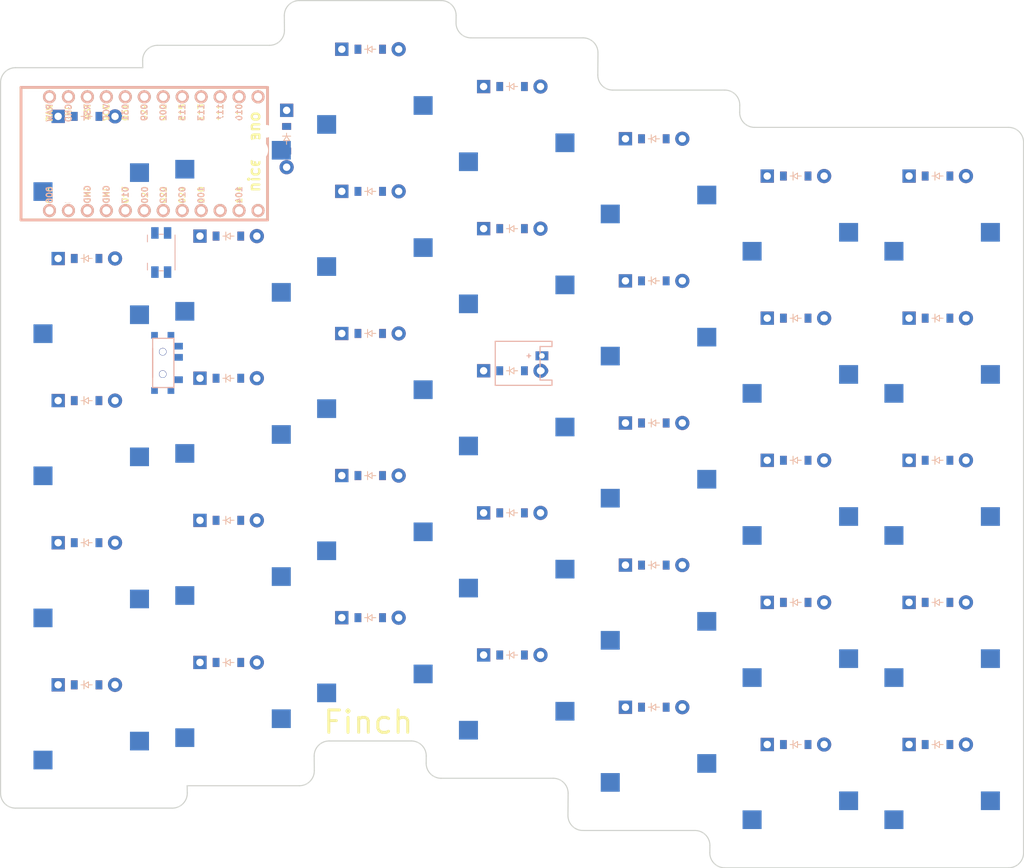
<source format=kicad_pcb>


(kicad_pcb (version 20171130) (host pcbnew 5.1.6)

  (page A3)
  (title_block
    (title "right")
    (rev "v1.0.0")
    (company "Unknown")
  )

  (general
    (thickness 1.6)
  )

  (layers
    (0 F.Cu signal)
    (31 B.Cu signal)
    (32 B.Adhes user)
    (33 F.Adhes user)
    (34 B.Paste user)
    (35 F.Paste user)
    (36 B.SilkS user)
    (37 F.SilkS user)
    (38 B.Mask user)
    (39 F.Mask user)
    (40 Dwgs.User user)
    (41 Cmts.User user)
    (42 Eco1.User user)
    (43 Eco2.User user)
    (44 Edge.Cuts user)
    (45 Margin user)
    (46 B.CrtYd user)
    (47 F.CrtYd user)
    (48 B.Fab user)
    (49 F.Fab user)
  )

  (setup
    (last_trace_width 0.25)
    (trace_clearance 0.2)
    (zone_clearance 0.508)
    (zone_45_only no)
    (trace_min 0.2)
    (via_size 0.8)
    (via_drill 0.4)
    (via_min_size 0.4)
    (via_min_drill 0.3)
    (uvia_size 0.3)
    (uvia_drill 0.1)
    (uvias_allowed no)
    (uvia_min_size 0.2)
    (uvia_min_drill 0.1)
    (edge_width 0.05)
    (segment_width 0.2)
    (pcb_text_width 0.3)
    (pcb_text_size 1.5 1.5)
    (mod_edge_width 0.12)
    (mod_text_size 1 1)
    (mod_text_width 0.15)
    (pad_size 1.524 1.524)
    (pad_drill 0.762)
    (pad_to_mask_clearance 0.05)
    (aux_axis_origin 0 0)
    (visible_elements FFFFFF7F)
    (pcbplotparams
      (layerselection 0x010fc_ffffffff)
      (usegerberextensions false)
      (usegerberattributes true)
      (usegerberadvancedattributes true)
      (creategerberjobfile true)
      (excludeedgelayer true)
      (linewidth 0.100000)
      (plotframeref false)
      (viasonmask false)
      (mode 1)
      (useauxorigin false)
      (hpglpennumber 1)
      (hpglpenspeed 20)
      (hpglpendiameter 15.000000)
      (psnegative false)
      (psa4output false)
      (plotreference true)
      (plotvalue true)
      (plotinvisibletext false)
      (padsonsilk false)
      (subtractmaskfromsilk false)
      (outputformat 1)
      (mirror false)
      (drillshape 1)
      (scaleselection 1)
      (outputdirectory ""))
  )

  (net 0 "")
(net 1 "P2")
(net 2 "mirror_first_mod")
(net 3 "mirror_first_bottom")
(net 4 "mirror_first_home")
(net 5 "mirror_first_top")
(net 6 "mirror_first_num")
(net 7 "P3")
(net 8 "mirror_second_mod")
(net 9 "mirror_second_bottom")
(net 10 "mirror_second_home")
(net 11 "mirror_second_top")
(net 12 "mirror_second_num")
(net 13 "P4")
(net 14 "mirror_third_mod")
(net 15 "mirror_third_bottom")
(net 16 "mirror_third_home")
(net 17 "mirror_third_top")
(net 18 "mirror_third_num")
(net 19 "P5")
(net 20 "mirror_fourth_mod")
(net 21 "mirror_fourth_bottom")
(net 22 "mirror_fourth_home")
(net 23 "mirror_fourth_top")
(net 24 "mirror_fourth_num")
(net 25 "P6")
(net 26 "mirror_fifth_mod")
(net 27 "mirror_fifth_bottom")
(net 28 "mirror_fifth_home")
(net 29 "mirror_fifth_top")
(net 30 "mirror_fifth_num")
(net 31 "P7")
(net 32 "mirror_sixth_mod")
(net 33 "mirror_sixth_bottom")
(net 34 "mirror_sixth_home")
(net 35 "mirror_sixth_top")
(net 36 "mirror_sixth_num")
(net 37 "P8")
(net 38 "mirror_seventh_mod")
(net 39 "mirror_seventh_bottom")
(net 40 "mirror_seventh_home")
(net 41 "mirror_seventh_top")
(net 42 "mirror_seventh_num")
(net 43 "P21")
(net 44 "P20")
(net 45 "P19")
(net 46 "P18")
(net 47 "P15")
(net 48 "RAW")
(net 49 "GND")
(net 50 "RST")
(net 51 "VCC")
(net 52 "P031")
(net 53 "P029")
(net 54 "P002")
(net 55 "P115")
(net 56 "P113")
(net 57 "P111")
(net 58 "P010")
(net 59 "P009")
(net 60 "P006")
(net 61 "P008")
(net 62 "P017")
(net 63 "P020")
(net 64 "P022")
(net 65 "P024")
(net 66 "P100")
(net 67 "P011")
(net 68 "P104")
(net 69 "P106")
(net 70 "pos")

  (net_class Default "This is the default net class."
    (clearance 0.2)
    (trace_width 0.25)
    (via_dia 0.8)
    (via_drill 0.4)
    (uvia_dia 0.3)
    (uvia_drill 0.1)
    (add_net "")
(add_net "P2")
(add_net "mirror_first_mod")
(add_net "mirror_first_bottom")
(add_net "mirror_first_home")
(add_net "mirror_first_top")
(add_net "mirror_first_num")
(add_net "P3")
(add_net "mirror_second_mod")
(add_net "mirror_second_bottom")
(add_net "mirror_second_home")
(add_net "mirror_second_top")
(add_net "mirror_second_num")
(add_net "P4")
(add_net "mirror_third_mod")
(add_net "mirror_third_bottom")
(add_net "mirror_third_home")
(add_net "mirror_third_top")
(add_net "mirror_third_num")
(add_net "P5")
(add_net "mirror_fourth_mod")
(add_net "mirror_fourth_bottom")
(add_net "mirror_fourth_home")
(add_net "mirror_fourth_top")
(add_net "mirror_fourth_num")
(add_net "P6")
(add_net "mirror_fifth_mod")
(add_net "mirror_fifth_bottom")
(add_net "mirror_fifth_home")
(add_net "mirror_fifth_top")
(add_net "mirror_fifth_num")
(add_net "P7")
(add_net "mirror_sixth_mod")
(add_net "mirror_sixth_bottom")
(add_net "mirror_sixth_home")
(add_net "mirror_sixth_top")
(add_net "mirror_sixth_num")
(add_net "P8")
(add_net "mirror_seventh_mod")
(add_net "mirror_seventh_bottom")
(add_net "mirror_seventh_home")
(add_net "mirror_seventh_top")
(add_net "mirror_seventh_num")
(add_net "P21")
(add_net "P20")
(add_net "P19")
(add_net "P18")
(add_net "P15")
(add_net "RAW")
(add_net "GND")
(add_net "RST")
(add_net "VCC")
(add_net "P031")
(add_net "P029")
(add_net "P002")
(add_net "P115")
(add_net "P113")
(add_net "P111")
(add_net "P010")
(add_net "P009")
(add_net "P006")
(add_net "P008")
(add_net "P017")
(add_net "P020")
(add_net "P022")
(add_net "P024")
(add_net "P100")
(add_net "P011")
(add_net "P104")
(add_net "P106")
(add_net "pos")
  )

  
        
      (module MX (layer F.Cu) (tedit 5DD4F656)
      (at 388 150 -180)

      
      (fp_text reference "S1" (at 0 0) (layer F.SilkS) hide (effects (font (size 1.27 1.27) (thickness 0.15))))
      (fp_text value "" (at 0 0) (layer F.SilkS) hide (effects (font (size 1.27 1.27) (thickness 0.15))))

      
      (fp_line (start -7 -6) (end -7 -7) (layer Dwgs.User) (width 0.15))
      (fp_line (start -7 7) (end -6 7) (layer Dwgs.User) (width 0.15))
      (fp_line (start -6 -7) (end -7 -7) (layer Dwgs.User) (width 0.15))
      (fp_line (start -7 7) (end -7 6) (layer Dwgs.User) (width 0.15))
      (fp_line (start 7 6) (end 7 7) (layer Dwgs.User) (width 0.15))
      (fp_line (start 7 -7) (end 6 -7) (layer Dwgs.User) (width 0.15))
      (fp_line (start 6 7) (end 7 7) (layer Dwgs.User) (width 0.15))
      (fp_line (start 7 -7) (end 7 -6) (layer Dwgs.User) (width 0.15))
    
      
      (pad "" np_thru_hole circle (at 0 0) (size 3.9878 3.9878) (drill 3.9878) (layers *.Cu *.Mask))

      
      (pad "" np_thru_hole circle (at 5.08 0) (size 1.7018 1.7018) (drill 1.7018) (layers *.Cu *.Mask))
      (pad "" np_thru_hole circle (at -5.08 0) (size 1.7018 1.7018) (drill 1.7018) (layers *.Cu *.Mask))
      
        
      
      (fp_line (start -9.5 -9.5) (end 9.5 -9.5) (layer Dwgs.User) (width 0.15))
      (fp_line (start 9.5 -9.5) (end 9.5 9.5) (layer Dwgs.User) (width 0.15))
      (fp_line (start 9.5 9.5) (end -9.5 9.5) (layer Dwgs.User) (width 0.15))
      (fp_line (start -9.5 9.5) (end -9.5 -9.5) (layer Dwgs.User) (width 0.15))
      
        
        
        (pad "" np_thru_hole circle (at 2.54 -5.08) (size 3 3) (drill 3) (layers *.Cu *.Mask))
        (pad "" np_thru_hole circle (at -3.81 -2.54) (size 3 3) (drill 3) (layers *.Cu *.Mask))
        
        
        (pad 1 smd rect (at -7.085 -2.54 -180) (size 2.55 2.5) (layers B.Cu B.Paste B.Mask) (net 1 "P2"))
        (pad 2 smd rect (at 5.842 -5.08 -180) (size 2.55 2.5) (layers B.Cu B.Paste B.Mask) (net 2 "mirror_first_mod"))
        )
        

        
      (module MX (layer F.Cu) (tedit 5DD4F656)
      (at 388 130.95 -180)

      
      (fp_text reference "S2" (at 0 0) (layer F.SilkS) hide (effects (font (size 1.27 1.27) (thickness 0.15))))
      (fp_text value "" (at 0 0) (layer F.SilkS) hide (effects (font (size 1.27 1.27) (thickness 0.15))))

      
      (fp_line (start -7 -6) (end -7 -7) (layer Dwgs.User) (width 0.15))
      (fp_line (start -7 7) (end -6 7) (layer Dwgs.User) (width 0.15))
      (fp_line (start -6 -7) (end -7 -7) (layer Dwgs.User) (width 0.15))
      (fp_line (start -7 7) (end -7 6) (layer Dwgs.User) (width 0.15))
      (fp_line (start 7 6) (end 7 7) (layer Dwgs.User) (width 0.15))
      (fp_line (start 7 -7) (end 6 -7) (layer Dwgs.User) (width 0.15))
      (fp_line (start 6 7) (end 7 7) (layer Dwgs.User) (width 0.15))
      (fp_line (start 7 -7) (end 7 -6) (layer Dwgs.User) (width 0.15))
    
      
      (pad "" np_thru_hole circle (at 0 0) (size 3.9878 3.9878) (drill 3.9878) (layers *.Cu *.Mask))

      
      (pad "" np_thru_hole circle (at 5.08 0) (size 1.7018 1.7018) (drill 1.7018) (layers *.Cu *.Mask))
      (pad "" np_thru_hole circle (at -5.08 0) (size 1.7018 1.7018) (drill 1.7018) (layers *.Cu *.Mask))
      
        
      
      (fp_line (start -9.5 -9.5) (end 9.5 -9.5) (layer Dwgs.User) (width 0.15))
      (fp_line (start 9.5 -9.5) (end 9.5 9.5) (layer Dwgs.User) (width 0.15))
      (fp_line (start 9.5 9.5) (end -9.5 9.5) (layer Dwgs.User) (width 0.15))
      (fp_line (start -9.5 9.5) (end -9.5 -9.5) (layer Dwgs.User) (width 0.15))
      
        
        
        (pad "" np_thru_hole circle (at 2.54 -5.08) (size 3 3) (drill 3) (layers *.Cu *.Mask))
        (pad "" np_thru_hole circle (at -3.81 -2.54) (size 3 3) (drill 3) (layers *.Cu *.Mask))
        
        
        (pad 1 smd rect (at -7.085 -2.54 -180) (size 2.55 2.5) (layers B.Cu B.Paste B.Mask) (net 1 "P2"))
        (pad 2 smd rect (at 5.842 -5.08 -180) (size 2.55 2.5) (layers B.Cu B.Paste B.Mask) (net 3 "mirror_first_bottom"))
        )
        

        
      (module MX (layer F.Cu) (tedit 5DD4F656)
      (at 388 111.89999999999999 -180)

      
      (fp_text reference "S3" (at 0 0) (layer F.SilkS) hide (effects (font (size 1.27 1.27) (thickness 0.15))))
      (fp_text value "" (at 0 0) (layer F.SilkS) hide (effects (font (size 1.27 1.27) (thickness 0.15))))

      
      (fp_line (start -7 -6) (end -7 -7) (layer Dwgs.User) (width 0.15))
      (fp_line (start -7 7) (end -6 7) (layer Dwgs.User) (width 0.15))
      (fp_line (start -6 -7) (end -7 -7) (layer Dwgs.User) (width 0.15))
      (fp_line (start -7 7) (end -7 6) (layer Dwgs.User) (width 0.15))
      (fp_line (start 7 6) (end 7 7) (layer Dwgs.User) (width 0.15))
      (fp_line (start 7 -7) (end 6 -7) (layer Dwgs.User) (width 0.15))
      (fp_line (start 6 7) (end 7 7) (layer Dwgs.User) (width 0.15))
      (fp_line (start 7 -7) (end 7 -6) (layer Dwgs.User) (width 0.15))
    
      
      (pad "" np_thru_hole circle (at 0 0) (size 3.9878 3.9878) (drill 3.9878) (layers *.Cu *.Mask))

      
      (pad "" np_thru_hole circle (at 5.08 0) (size 1.7018 1.7018) (drill 1.7018) (layers *.Cu *.Mask))
      (pad "" np_thru_hole circle (at -5.08 0) (size 1.7018 1.7018) (drill 1.7018) (layers *.Cu *.Mask))
      
        
      
      (fp_line (start -9.5 -9.5) (end 9.5 -9.5) (layer Dwgs.User) (width 0.15))
      (fp_line (start 9.5 -9.5) (end 9.5 9.5) (layer Dwgs.User) (width 0.15))
      (fp_line (start 9.5 9.5) (end -9.5 9.5) (layer Dwgs.User) (width 0.15))
      (fp_line (start -9.5 9.5) (end -9.5 -9.5) (layer Dwgs.User) (width 0.15))
      
        
        
        (pad "" np_thru_hole circle (at 2.54 -5.08) (size 3 3) (drill 3) (layers *.Cu *.Mask))
        (pad "" np_thru_hole circle (at -3.81 -2.54) (size 3 3) (drill 3) (layers *.Cu *.Mask))
        
        
        (pad 1 smd rect (at -7.085 -2.54 -180) (size 2.55 2.5) (layers B.Cu B.Paste B.Mask) (net 1 "P2"))
        (pad 2 smd rect (at 5.842 -5.08 -180) (size 2.55 2.5) (layers B.Cu B.Paste B.Mask) (net 4 "mirror_first_home"))
        )
        

        
      (module MX (layer F.Cu) (tedit 5DD4F656)
      (at 388 92.85 -180)

      
      (fp_text reference "S4" (at 0 0) (layer F.SilkS) hide (effects (font (size 1.27 1.27) (thickness 0.15))))
      (fp_text value "" (at 0 0) (layer F.SilkS) hide (effects (font (size 1.27 1.27) (thickness 0.15))))

      
      (fp_line (start -7 -6) (end -7 -7) (layer Dwgs.User) (width 0.15))
      (fp_line (start -7 7) (end -6 7) (layer Dwgs.User) (width 0.15))
      (fp_line (start -6 -7) (end -7 -7) (layer Dwgs.User) (width 0.15))
      (fp_line (start -7 7) (end -7 6) (layer Dwgs.User) (width 0.15))
      (fp_line (start 7 6) (end 7 7) (layer Dwgs.User) (width 0.15))
      (fp_line (start 7 -7) (end 6 -7) (layer Dwgs.User) (width 0.15))
      (fp_line (start 6 7) (end 7 7) (layer Dwgs.User) (width 0.15))
      (fp_line (start 7 -7) (end 7 -6) (layer Dwgs.User) (width 0.15))
    
      
      (pad "" np_thru_hole circle (at 0 0) (size 3.9878 3.9878) (drill 3.9878) (layers *.Cu *.Mask))

      
      (pad "" np_thru_hole circle (at 5.08 0) (size 1.7018 1.7018) (drill 1.7018) (layers *.Cu *.Mask))
      (pad "" np_thru_hole circle (at -5.08 0) (size 1.7018 1.7018) (drill 1.7018) (layers *.Cu *.Mask))
      
        
      
      (fp_line (start -9.5 -9.5) (end 9.5 -9.5) (layer Dwgs.User) (width 0.15))
      (fp_line (start 9.5 -9.5) (end 9.5 9.5) (layer Dwgs.User) (width 0.15))
      (fp_line (start 9.5 9.5) (end -9.5 9.5) (layer Dwgs.User) (width 0.15))
      (fp_line (start -9.5 9.5) (end -9.5 -9.5) (layer Dwgs.User) (width 0.15))
      
        
        
        (pad "" np_thru_hole circle (at 2.54 -5.08) (size 3 3) (drill 3) (layers *.Cu *.Mask))
        (pad "" np_thru_hole circle (at -3.81 -2.54) (size 3 3) (drill 3) (layers *.Cu *.Mask))
        
        
        (pad 1 smd rect (at -7.085 -2.54 -180) (size 2.55 2.5) (layers B.Cu B.Paste B.Mask) (net 1 "P2"))
        (pad 2 smd rect (at 5.842 -5.08 -180) (size 2.55 2.5) (layers B.Cu B.Paste B.Mask) (net 5 "mirror_first_top"))
        )
        

        
      (module MX (layer F.Cu) (tedit 5DD4F656)
      (at 388 73.8 -180)

      
      (fp_text reference "S5" (at 0 0) (layer F.SilkS) hide (effects (font (size 1.27 1.27) (thickness 0.15))))
      (fp_text value "" (at 0 0) (layer F.SilkS) hide (effects (font (size 1.27 1.27) (thickness 0.15))))

      
      (fp_line (start -7 -6) (end -7 -7) (layer Dwgs.User) (width 0.15))
      (fp_line (start -7 7) (end -6 7) (layer Dwgs.User) (width 0.15))
      (fp_line (start -6 -7) (end -7 -7) (layer Dwgs.User) (width 0.15))
      (fp_line (start -7 7) (end -7 6) (layer Dwgs.User) (width 0.15))
      (fp_line (start 7 6) (end 7 7) (layer Dwgs.User) (width 0.15))
      (fp_line (start 7 -7) (end 6 -7) (layer Dwgs.User) (width 0.15))
      (fp_line (start 6 7) (end 7 7) (layer Dwgs.User) (width 0.15))
      (fp_line (start 7 -7) (end 7 -6) (layer Dwgs.User) (width 0.15))
    
      
      (pad "" np_thru_hole circle (at 0 0) (size 3.9878 3.9878) (drill 3.9878) (layers *.Cu *.Mask))

      
      (pad "" np_thru_hole circle (at 5.08 0) (size 1.7018 1.7018) (drill 1.7018) (layers *.Cu *.Mask))
      (pad "" np_thru_hole circle (at -5.08 0) (size 1.7018 1.7018) (drill 1.7018) (layers *.Cu *.Mask))
      
        
      
      (fp_line (start -9.5 -9.5) (end 9.5 -9.5) (layer Dwgs.User) (width 0.15))
      (fp_line (start 9.5 -9.5) (end 9.5 9.5) (layer Dwgs.User) (width 0.15))
      (fp_line (start 9.5 9.5) (end -9.5 9.5) (layer Dwgs.User) (width 0.15))
      (fp_line (start -9.5 9.5) (end -9.5 -9.5) (layer Dwgs.User) (width 0.15))
      
        
        
        (pad "" np_thru_hole circle (at 2.54 -5.08) (size 3 3) (drill 3) (layers *.Cu *.Mask))
        (pad "" np_thru_hole circle (at -3.81 -2.54) (size 3 3) (drill 3) (layers *.Cu *.Mask))
        
        
        (pad 1 smd rect (at -7.085 -2.54 -180) (size 2.55 2.5) (layers B.Cu B.Paste B.Mask) (net 1 "P2"))
        (pad 2 smd rect (at 5.842 -5.08 -180) (size 2.55 2.5) (layers B.Cu B.Paste B.Mask) (net 6 "mirror_first_num"))
        )
        

        
      (module MX (layer F.Cu) (tedit 5DD4F656)
      (at 369 150 -180)

      
      (fp_text reference "S6" (at 0 0) (layer F.SilkS) hide (effects (font (size 1.27 1.27) (thickness 0.15))))
      (fp_text value "" (at 0 0) (layer F.SilkS) hide (effects (font (size 1.27 1.27) (thickness 0.15))))

      
      (fp_line (start -7 -6) (end -7 -7) (layer Dwgs.User) (width 0.15))
      (fp_line (start -7 7) (end -6 7) (layer Dwgs.User) (width 0.15))
      (fp_line (start -6 -7) (end -7 -7) (layer Dwgs.User) (width 0.15))
      (fp_line (start -7 7) (end -7 6) (layer Dwgs.User) (width 0.15))
      (fp_line (start 7 6) (end 7 7) (layer Dwgs.User) (width 0.15))
      (fp_line (start 7 -7) (end 6 -7) (layer Dwgs.User) (width 0.15))
      (fp_line (start 6 7) (end 7 7) (layer Dwgs.User) (width 0.15))
      (fp_line (start 7 -7) (end 7 -6) (layer Dwgs.User) (width 0.15))
    
      
      (pad "" np_thru_hole circle (at 0 0) (size 3.9878 3.9878) (drill 3.9878) (layers *.Cu *.Mask))

      
      (pad "" np_thru_hole circle (at 5.08 0) (size 1.7018 1.7018) (drill 1.7018) (layers *.Cu *.Mask))
      (pad "" np_thru_hole circle (at -5.08 0) (size 1.7018 1.7018) (drill 1.7018) (layers *.Cu *.Mask))
      
        
      
      (fp_line (start -9.5 -9.5) (end 9.5 -9.5) (layer Dwgs.User) (width 0.15))
      (fp_line (start 9.5 -9.5) (end 9.5 9.5) (layer Dwgs.User) (width 0.15))
      (fp_line (start 9.5 9.5) (end -9.5 9.5) (layer Dwgs.User) (width 0.15))
      (fp_line (start -9.5 9.5) (end -9.5 -9.5) (layer Dwgs.User) (width 0.15))
      
        
        
        (pad "" np_thru_hole circle (at 2.54 -5.08) (size 3 3) (drill 3) (layers *.Cu *.Mask))
        (pad "" np_thru_hole circle (at -3.81 -2.54) (size 3 3) (drill 3) (layers *.Cu *.Mask))
        
        
        (pad 1 smd rect (at -7.085 -2.54 -180) (size 2.55 2.5) (layers B.Cu B.Paste B.Mask) (net 7 "P3"))
        (pad 2 smd rect (at 5.842 -5.08 -180) (size 2.55 2.5) (layers B.Cu B.Paste B.Mask) (net 8 "mirror_second_mod"))
        )
        

        
      (module MX (layer F.Cu) (tedit 5DD4F656)
      (at 369 130.95 -180)

      
      (fp_text reference "S7" (at 0 0) (layer F.SilkS) hide (effects (font (size 1.27 1.27) (thickness 0.15))))
      (fp_text value "" (at 0 0) (layer F.SilkS) hide (effects (font (size 1.27 1.27) (thickness 0.15))))

      
      (fp_line (start -7 -6) (end -7 -7) (layer Dwgs.User) (width 0.15))
      (fp_line (start -7 7) (end -6 7) (layer Dwgs.User) (width 0.15))
      (fp_line (start -6 -7) (end -7 -7) (layer Dwgs.User) (width 0.15))
      (fp_line (start -7 7) (end -7 6) (layer Dwgs.User) (width 0.15))
      (fp_line (start 7 6) (end 7 7) (layer Dwgs.User) (width 0.15))
      (fp_line (start 7 -7) (end 6 -7) (layer Dwgs.User) (width 0.15))
      (fp_line (start 6 7) (end 7 7) (layer Dwgs.User) (width 0.15))
      (fp_line (start 7 -7) (end 7 -6) (layer Dwgs.User) (width 0.15))
    
      
      (pad "" np_thru_hole circle (at 0 0) (size 3.9878 3.9878) (drill 3.9878) (layers *.Cu *.Mask))

      
      (pad "" np_thru_hole circle (at 5.08 0) (size 1.7018 1.7018) (drill 1.7018) (layers *.Cu *.Mask))
      (pad "" np_thru_hole circle (at -5.08 0) (size 1.7018 1.7018) (drill 1.7018) (layers *.Cu *.Mask))
      
        
      
      (fp_line (start -9.5 -9.5) (end 9.5 -9.5) (layer Dwgs.User) (width 0.15))
      (fp_line (start 9.5 -9.5) (end 9.5 9.5) (layer Dwgs.User) (width 0.15))
      (fp_line (start 9.5 9.5) (end -9.5 9.5) (layer Dwgs.User) (width 0.15))
      (fp_line (start -9.5 9.5) (end -9.5 -9.5) (layer Dwgs.User) (width 0.15))
      
        
        
        (pad "" np_thru_hole circle (at 2.54 -5.08) (size 3 3) (drill 3) (layers *.Cu *.Mask))
        (pad "" np_thru_hole circle (at -3.81 -2.54) (size 3 3) (drill 3) (layers *.Cu *.Mask))
        
        
        (pad 1 smd rect (at -7.085 -2.54 -180) (size 2.55 2.5) (layers B.Cu B.Paste B.Mask) (net 7 "P3"))
        (pad 2 smd rect (at 5.842 -5.08 -180) (size 2.55 2.5) (layers B.Cu B.Paste B.Mask) (net 9 "mirror_second_bottom"))
        )
        

        
      (module MX (layer F.Cu) (tedit 5DD4F656)
      (at 369 111.89999999999999 -180)

      
      (fp_text reference "S8" (at 0 0) (layer F.SilkS) hide (effects (font (size 1.27 1.27) (thickness 0.15))))
      (fp_text value "" (at 0 0) (layer F.SilkS) hide (effects (font (size 1.27 1.27) (thickness 0.15))))

      
      (fp_line (start -7 -6) (end -7 -7) (layer Dwgs.User) (width 0.15))
      (fp_line (start -7 7) (end -6 7) (layer Dwgs.User) (width 0.15))
      (fp_line (start -6 -7) (end -7 -7) (layer Dwgs.User) (width 0.15))
      (fp_line (start -7 7) (end -7 6) (layer Dwgs.User) (width 0.15))
      (fp_line (start 7 6) (end 7 7) (layer Dwgs.User) (width 0.15))
      (fp_line (start 7 -7) (end 6 -7) (layer Dwgs.User) (width 0.15))
      (fp_line (start 6 7) (end 7 7) (layer Dwgs.User) (width 0.15))
      (fp_line (start 7 -7) (end 7 -6) (layer Dwgs.User) (width 0.15))
    
      
      (pad "" np_thru_hole circle (at 0 0) (size 3.9878 3.9878) (drill 3.9878) (layers *.Cu *.Mask))

      
      (pad "" np_thru_hole circle (at 5.08 0) (size 1.7018 1.7018) (drill 1.7018) (layers *.Cu *.Mask))
      (pad "" np_thru_hole circle (at -5.08 0) (size 1.7018 1.7018) (drill 1.7018) (layers *.Cu *.Mask))
      
        
      
      (fp_line (start -9.5 -9.5) (end 9.5 -9.5) (layer Dwgs.User) (width 0.15))
      (fp_line (start 9.5 -9.5) (end 9.5 9.5) (layer Dwgs.User) (width 0.15))
      (fp_line (start 9.5 9.5) (end -9.5 9.5) (layer Dwgs.User) (width 0.15))
      (fp_line (start -9.5 9.5) (end -9.5 -9.5) (layer Dwgs.User) (width 0.15))
      
        
        
        (pad "" np_thru_hole circle (at 2.54 -5.08) (size 3 3) (drill 3) (layers *.Cu *.Mask))
        (pad "" np_thru_hole circle (at -3.81 -2.54) (size 3 3) (drill 3) (layers *.Cu *.Mask))
        
        
        (pad 1 smd rect (at -7.085 -2.54 -180) (size 2.55 2.5) (layers B.Cu B.Paste B.Mask) (net 7 "P3"))
        (pad 2 smd rect (at 5.842 -5.08 -180) (size 2.55 2.5) (layers B.Cu B.Paste B.Mask) (net 10 "mirror_second_home"))
        )
        

        
      (module MX (layer F.Cu) (tedit 5DD4F656)
      (at 369 92.85 -180)

      
      (fp_text reference "S9" (at 0 0) (layer F.SilkS) hide (effects (font (size 1.27 1.27) (thickness 0.15))))
      (fp_text value "" (at 0 0) (layer F.SilkS) hide (effects (font (size 1.27 1.27) (thickness 0.15))))

      
      (fp_line (start -7 -6) (end -7 -7) (layer Dwgs.User) (width 0.15))
      (fp_line (start -7 7) (end -6 7) (layer Dwgs.User) (width 0.15))
      (fp_line (start -6 -7) (end -7 -7) (layer Dwgs.User) (width 0.15))
      (fp_line (start -7 7) (end -7 6) (layer Dwgs.User) (width 0.15))
      (fp_line (start 7 6) (end 7 7) (layer Dwgs.User) (width 0.15))
      (fp_line (start 7 -7) (end 6 -7) (layer Dwgs.User) (width 0.15))
      (fp_line (start 6 7) (end 7 7) (layer Dwgs.User) (width 0.15))
      (fp_line (start 7 -7) (end 7 -6) (layer Dwgs.User) (width 0.15))
    
      
      (pad "" np_thru_hole circle (at 0 0) (size 3.9878 3.9878) (drill 3.9878) (layers *.Cu *.Mask))

      
      (pad "" np_thru_hole circle (at 5.08 0) (size 1.7018 1.7018) (drill 1.7018) (layers *.Cu *.Mask))
      (pad "" np_thru_hole circle (at -5.08 0) (size 1.7018 1.7018) (drill 1.7018) (layers *.Cu *.Mask))
      
        
      
      (fp_line (start -9.5 -9.5) (end 9.5 -9.5) (layer Dwgs.User) (width 0.15))
      (fp_line (start 9.5 -9.5) (end 9.5 9.5) (layer Dwgs.User) (width 0.15))
      (fp_line (start 9.5 9.5) (end -9.5 9.5) (layer Dwgs.User) (width 0.15))
      (fp_line (start -9.5 9.5) (end -9.5 -9.5) (layer Dwgs.User) (width 0.15))
      
        
        
        (pad "" np_thru_hole circle (at 2.54 -5.08) (size 3 3) (drill 3) (layers *.Cu *.Mask))
        (pad "" np_thru_hole circle (at -3.81 -2.54) (size 3 3) (drill 3) (layers *.Cu *.Mask))
        
        
        (pad 1 smd rect (at -7.085 -2.54 -180) (size 2.55 2.5) (layers B.Cu B.Paste B.Mask) (net 7 "P3"))
        (pad 2 smd rect (at 5.842 -5.08 -180) (size 2.55 2.5) (layers B.Cu B.Paste B.Mask) (net 11 "mirror_second_top"))
        )
        

        
      (module MX (layer F.Cu) (tedit 5DD4F656)
      (at 369 73.8 -180)

      
      (fp_text reference "S10" (at 0 0) (layer F.SilkS) hide (effects (font (size 1.27 1.27) (thickness 0.15))))
      (fp_text value "" (at 0 0) (layer F.SilkS) hide (effects (font (size 1.27 1.27) (thickness 0.15))))

      
      (fp_line (start -7 -6) (end -7 -7) (layer Dwgs.User) (width 0.15))
      (fp_line (start -7 7) (end -6 7) (layer Dwgs.User) (width 0.15))
      (fp_line (start -6 -7) (end -7 -7) (layer Dwgs.User) (width 0.15))
      (fp_line (start -7 7) (end -7 6) (layer Dwgs.User) (width 0.15))
      (fp_line (start 7 6) (end 7 7) (layer Dwgs.User) (width 0.15))
      (fp_line (start 7 -7) (end 6 -7) (layer Dwgs.User) (width 0.15))
      (fp_line (start 6 7) (end 7 7) (layer Dwgs.User) (width 0.15))
      (fp_line (start 7 -7) (end 7 -6) (layer Dwgs.User) (width 0.15))
    
      
      (pad "" np_thru_hole circle (at 0 0) (size 3.9878 3.9878) (drill 3.9878) (layers *.Cu *.Mask))

      
      (pad "" np_thru_hole circle (at 5.08 0) (size 1.7018 1.7018) (drill 1.7018) (layers *.Cu *.Mask))
      (pad "" np_thru_hole circle (at -5.08 0) (size 1.7018 1.7018) (drill 1.7018) (layers *.Cu *.Mask))
      
        
      
      (fp_line (start -9.5 -9.5) (end 9.5 -9.5) (layer Dwgs.User) (width 0.15))
      (fp_line (start 9.5 -9.5) (end 9.5 9.5) (layer Dwgs.User) (width 0.15))
      (fp_line (start 9.5 9.5) (end -9.5 9.5) (layer Dwgs.User) (width 0.15))
      (fp_line (start -9.5 9.5) (end -9.5 -9.5) (layer Dwgs.User) (width 0.15))
      
        
        
        (pad "" np_thru_hole circle (at 2.54 -5.08) (size 3 3) (drill 3) (layers *.Cu *.Mask))
        (pad "" np_thru_hole circle (at -3.81 -2.54) (size 3 3) (drill 3) (layers *.Cu *.Mask))
        
        
        (pad 1 smd rect (at -7.085 -2.54 -180) (size 2.55 2.5) (layers B.Cu B.Paste B.Mask) (net 7 "P3"))
        (pad 2 smd rect (at 5.842 -5.08 -180) (size 2.55 2.5) (layers B.Cu B.Paste B.Mask) (net 12 "mirror_second_num"))
        )
        

        
      (module MX (layer F.Cu) (tedit 5DD4F656)
      (at 350 145 -180)

      
      (fp_text reference "S11" (at 0 0) (layer F.SilkS) hide (effects (font (size 1.27 1.27) (thickness 0.15))))
      (fp_text value "" (at 0 0) (layer F.SilkS) hide (effects (font (size 1.27 1.27) (thickness 0.15))))

      
      (fp_line (start -7 -6) (end -7 -7) (layer Dwgs.User) (width 0.15))
      (fp_line (start -7 7) (end -6 7) (layer Dwgs.User) (width 0.15))
      (fp_line (start -6 -7) (end -7 -7) (layer Dwgs.User) (width 0.15))
      (fp_line (start -7 7) (end -7 6) (layer Dwgs.User) (width 0.15))
      (fp_line (start 7 6) (end 7 7) (layer Dwgs.User) (width 0.15))
      (fp_line (start 7 -7) (end 6 -7) (layer Dwgs.User) (width 0.15))
      (fp_line (start 6 7) (end 7 7) (layer Dwgs.User) (width 0.15))
      (fp_line (start 7 -7) (end 7 -6) (layer Dwgs.User) (width 0.15))
    
      
      (pad "" np_thru_hole circle (at 0 0) (size 3.9878 3.9878) (drill 3.9878) (layers *.Cu *.Mask))

      
      (pad "" np_thru_hole circle (at 5.08 0) (size 1.7018 1.7018) (drill 1.7018) (layers *.Cu *.Mask))
      (pad "" np_thru_hole circle (at -5.08 0) (size 1.7018 1.7018) (drill 1.7018) (layers *.Cu *.Mask))
      
        
      
      (fp_line (start -9.5 -9.5) (end 9.5 -9.5) (layer Dwgs.User) (width 0.15))
      (fp_line (start 9.5 -9.5) (end 9.5 9.5) (layer Dwgs.User) (width 0.15))
      (fp_line (start 9.5 9.5) (end -9.5 9.5) (layer Dwgs.User) (width 0.15))
      (fp_line (start -9.5 9.5) (end -9.5 -9.5) (layer Dwgs.User) (width 0.15))
      
        
        
        (pad "" np_thru_hole circle (at 2.54 -5.08) (size 3 3) (drill 3) (layers *.Cu *.Mask))
        (pad "" np_thru_hole circle (at -3.81 -2.54) (size 3 3) (drill 3) (layers *.Cu *.Mask))
        
        
        (pad 1 smd rect (at -7.085 -2.54 -180) (size 2.55 2.5) (layers B.Cu B.Paste B.Mask) (net 13 "P4"))
        (pad 2 smd rect (at 5.842 -5.08 -180) (size 2.55 2.5) (layers B.Cu B.Paste B.Mask) (net 14 "mirror_third_mod"))
        )
        

        
      (module MX (layer F.Cu) (tedit 5DD4F656)
      (at 350 125.95 -180)

      
      (fp_text reference "S12" (at 0 0) (layer F.SilkS) hide (effects (font (size 1.27 1.27) (thickness 0.15))))
      (fp_text value "" (at 0 0) (layer F.SilkS) hide (effects (font (size 1.27 1.27) (thickness 0.15))))

      
      (fp_line (start -7 -6) (end -7 -7) (layer Dwgs.User) (width 0.15))
      (fp_line (start -7 7) (end -6 7) (layer Dwgs.User) (width 0.15))
      (fp_line (start -6 -7) (end -7 -7) (layer Dwgs.User) (width 0.15))
      (fp_line (start -7 7) (end -7 6) (layer Dwgs.User) (width 0.15))
      (fp_line (start 7 6) (end 7 7) (layer Dwgs.User) (width 0.15))
      (fp_line (start 7 -7) (end 6 -7) (layer Dwgs.User) (width 0.15))
      (fp_line (start 6 7) (end 7 7) (layer Dwgs.User) (width 0.15))
      (fp_line (start 7 -7) (end 7 -6) (layer Dwgs.User) (width 0.15))
    
      
      (pad "" np_thru_hole circle (at 0 0) (size 3.9878 3.9878) (drill 3.9878) (layers *.Cu *.Mask))

      
      (pad "" np_thru_hole circle (at 5.08 0) (size 1.7018 1.7018) (drill 1.7018) (layers *.Cu *.Mask))
      (pad "" np_thru_hole circle (at -5.08 0) (size 1.7018 1.7018) (drill 1.7018) (layers *.Cu *.Mask))
      
        
      
      (fp_line (start -9.5 -9.5) (end 9.5 -9.5) (layer Dwgs.User) (width 0.15))
      (fp_line (start 9.5 -9.5) (end 9.5 9.5) (layer Dwgs.User) (width 0.15))
      (fp_line (start 9.5 9.5) (end -9.5 9.5) (layer Dwgs.User) (width 0.15))
      (fp_line (start -9.5 9.5) (end -9.5 -9.5) (layer Dwgs.User) (width 0.15))
      
        
        
        (pad "" np_thru_hole circle (at 2.54 -5.08) (size 3 3) (drill 3) (layers *.Cu *.Mask))
        (pad "" np_thru_hole circle (at -3.81 -2.54) (size 3 3) (drill 3) (layers *.Cu *.Mask))
        
        
        (pad 1 smd rect (at -7.085 -2.54 -180) (size 2.55 2.5) (layers B.Cu B.Paste B.Mask) (net 13 "P4"))
        (pad 2 smd rect (at 5.842 -5.08 -180) (size 2.55 2.5) (layers B.Cu B.Paste B.Mask) (net 15 "mirror_third_bottom"))
        )
        

        
      (module MX (layer F.Cu) (tedit 5DD4F656)
      (at 350 106.9 -180)

      
      (fp_text reference "S13" (at 0 0) (layer F.SilkS) hide (effects (font (size 1.27 1.27) (thickness 0.15))))
      (fp_text value "" (at 0 0) (layer F.SilkS) hide (effects (font (size 1.27 1.27) (thickness 0.15))))

      
      (fp_line (start -7 -6) (end -7 -7) (layer Dwgs.User) (width 0.15))
      (fp_line (start -7 7) (end -6 7) (layer Dwgs.User) (width 0.15))
      (fp_line (start -6 -7) (end -7 -7) (layer Dwgs.User) (width 0.15))
      (fp_line (start -7 7) (end -7 6) (layer Dwgs.User) (width 0.15))
      (fp_line (start 7 6) (end 7 7) (layer Dwgs.User) (width 0.15))
      (fp_line (start 7 -7) (end 6 -7) (layer Dwgs.User) (width 0.15))
      (fp_line (start 6 7) (end 7 7) (layer Dwgs.User) (width 0.15))
      (fp_line (start 7 -7) (end 7 -6) (layer Dwgs.User) (width 0.15))
    
      
      (pad "" np_thru_hole circle (at 0 0) (size 3.9878 3.9878) (drill 3.9878) (layers *.Cu *.Mask))

      
      (pad "" np_thru_hole circle (at 5.08 0) (size 1.7018 1.7018) (drill 1.7018) (layers *.Cu *.Mask))
      (pad "" np_thru_hole circle (at -5.08 0) (size 1.7018 1.7018) (drill 1.7018) (layers *.Cu *.Mask))
      
        
      
      (fp_line (start -9.5 -9.5) (end 9.5 -9.5) (layer Dwgs.User) (width 0.15))
      (fp_line (start 9.5 -9.5) (end 9.5 9.5) (layer Dwgs.User) (width 0.15))
      (fp_line (start 9.5 9.5) (end -9.5 9.5) (layer Dwgs.User) (width 0.15))
      (fp_line (start -9.5 9.5) (end -9.5 -9.5) (layer Dwgs.User) (width 0.15))
      
        
        
        (pad "" np_thru_hole circle (at 2.54 -5.08) (size 3 3) (drill 3) (layers *.Cu *.Mask))
        (pad "" np_thru_hole circle (at -3.81 -2.54) (size 3 3) (drill 3) (layers *.Cu *.Mask))
        
        
        (pad 1 smd rect (at -7.085 -2.54 -180) (size 2.55 2.5) (layers B.Cu B.Paste B.Mask) (net 13 "P4"))
        (pad 2 smd rect (at 5.842 -5.08 -180) (size 2.55 2.5) (layers B.Cu B.Paste B.Mask) (net 16 "mirror_third_home"))
        )
        

        
      (module MX (layer F.Cu) (tedit 5DD4F656)
      (at 350 87.85000000000001 -180)

      
      (fp_text reference "S14" (at 0 0) (layer F.SilkS) hide (effects (font (size 1.27 1.27) (thickness 0.15))))
      (fp_text value "" (at 0 0) (layer F.SilkS) hide (effects (font (size 1.27 1.27) (thickness 0.15))))

      
      (fp_line (start -7 -6) (end -7 -7) (layer Dwgs.User) (width 0.15))
      (fp_line (start -7 7) (end -6 7) (layer Dwgs.User) (width 0.15))
      (fp_line (start -6 -7) (end -7 -7) (layer Dwgs.User) (width 0.15))
      (fp_line (start -7 7) (end -7 6) (layer Dwgs.User) (width 0.15))
      (fp_line (start 7 6) (end 7 7) (layer Dwgs.User) (width 0.15))
      (fp_line (start 7 -7) (end 6 -7) (layer Dwgs.User) (width 0.15))
      (fp_line (start 6 7) (end 7 7) (layer Dwgs.User) (width 0.15))
      (fp_line (start 7 -7) (end 7 -6) (layer Dwgs.User) (width 0.15))
    
      
      (pad "" np_thru_hole circle (at 0 0) (size 3.9878 3.9878) (drill 3.9878) (layers *.Cu *.Mask))

      
      (pad "" np_thru_hole circle (at 5.08 0) (size 1.7018 1.7018) (drill 1.7018) (layers *.Cu *.Mask))
      (pad "" np_thru_hole circle (at -5.08 0) (size 1.7018 1.7018) (drill 1.7018) (layers *.Cu *.Mask))
      
        
      
      (fp_line (start -9.5 -9.5) (end 9.5 -9.5) (layer Dwgs.User) (width 0.15))
      (fp_line (start 9.5 -9.5) (end 9.5 9.5) (layer Dwgs.User) (width 0.15))
      (fp_line (start 9.5 9.5) (end -9.5 9.5) (layer Dwgs.User) (width 0.15))
      (fp_line (start -9.5 9.5) (end -9.5 -9.5) (layer Dwgs.User) (width 0.15))
      
        
        
        (pad "" np_thru_hole circle (at 2.54 -5.08) (size 3 3) (drill 3) (layers *.Cu *.Mask))
        (pad "" np_thru_hole circle (at -3.81 -2.54) (size 3 3) (drill 3) (layers *.Cu *.Mask))
        
        
        (pad 1 smd rect (at -7.085 -2.54 -180) (size 2.55 2.5) (layers B.Cu B.Paste B.Mask) (net 13 "P4"))
        (pad 2 smd rect (at 5.842 -5.08 -180) (size 2.55 2.5) (layers B.Cu B.Paste B.Mask) (net 17 "mirror_third_top"))
        )
        

        
      (module MX (layer F.Cu) (tedit 5DD4F656)
      (at 350 68.80000000000001 -180)

      
      (fp_text reference "S15" (at 0 0) (layer F.SilkS) hide (effects (font (size 1.27 1.27) (thickness 0.15))))
      (fp_text value "" (at 0 0) (layer F.SilkS) hide (effects (font (size 1.27 1.27) (thickness 0.15))))

      
      (fp_line (start -7 -6) (end -7 -7) (layer Dwgs.User) (width 0.15))
      (fp_line (start -7 7) (end -6 7) (layer Dwgs.User) (width 0.15))
      (fp_line (start -6 -7) (end -7 -7) (layer Dwgs.User) (width 0.15))
      (fp_line (start -7 7) (end -7 6) (layer Dwgs.User) (width 0.15))
      (fp_line (start 7 6) (end 7 7) (layer Dwgs.User) (width 0.15))
      (fp_line (start 7 -7) (end 6 -7) (layer Dwgs.User) (width 0.15))
      (fp_line (start 6 7) (end 7 7) (layer Dwgs.User) (width 0.15))
      (fp_line (start 7 -7) (end 7 -6) (layer Dwgs.User) (width 0.15))
    
      
      (pad "" np_thru_hole circle (at 0 0) (size 3.9878 3.9878) (drill 3.9878) (layers *.Cu *.Mask))

      
      (pad "" np_thru_hole circle (at 5.08 0) (size 1.7018 1.7018) (drill 1.7018) (layers *.Cu *.Mask))
      (pad "" np_thru_hole circle (at -5.08 0) (size 1.7018 1.7018) (drill 1.7018) (layers *.Cu *.Mask))
      
        
      
      (fp_line (start -9.5 -9.5) (end 9.5 -9.5) (layer Dwgs.User) (width 0.15))
      (fp_line (start 9.5 -9.5) (end 9.5 9.5) (layer Dwgs.User) (width 0.15))
      (fp_line (start 9.5 9.5) (end -9.5 9.5) (layer Dwgs.User) (width 0.15))
      (fp_line (start -9.5 9.5) (end -9.5 -9.5) (layer Dwgs.User) (width 0.15))
      
        
        
        (pad "" np_thru_hole circle (at 2.54 -5.08) (size 3 3) (drill 3) (layers *.Cu *.Mask))
        (pad "" np_thru_hole circle (at -3.81 -2.54) (size 3 3) (drill 3) (layers *.Cu *.Mask))
        
        
        (pad 1 smd rect (at -7.085 -2.54 -180) (size 2.55 2.5) (layers B.Cu B.Paste B.Mask) (net 13 "P4"))
        (pad 2 smd rect (at 5.842 -5.08 -180) (size 2.55 2.5) (layers B.Cu B.Paste B.Mask) (net 18 "mirror_third_num"))
        )
        

        
      (module MX (layer F.Cu) (tedit 5DD4F656)
      (at 331 138 -180)

      
      (fp_text reference "S16" (at 0 0) (layer F.SilkS) hide (effects (font (size 1.27 1.27) (thickness 0.15))))
      (fp_text value "" (at 0 0) (layer F.SilkS) hide (effects (font (size 1.27 1.27) (thickness 0.15))))

      
      (fp_line (start -7 -6) (end -7 -7) (layer Dwgs.User) (width 0.15))
      (fp_line (start -7 7) (end -6 7) (layer Dwgs.User) (width 0.15))
      (fp_line (start -6 -7) (end -7 -7) (layer Dwgs.User) (width 0.15))
      (fp_line (start -7 7) (end -7 6) (layer Dwgs.User) (width 0.15))
      (fp_line (start 7 6) (end 7 7) (layer Dwgs.User) (width 0.15))
      (fp_line (start 7 -7) (end 6 -7) (layer Dwgs.User) (width 0.15))
      (fp_line (start 6 7) (end 7 7) (layer Dwgs.User) (width 0.15))
      (fp_line (start 7 -7) (end 7 -6) (layer Dwgs.User) (width 0.15))
    
      
      (pad "" np_thru_hole circle (at 0 0) (size 3.9878 3.9878) (drill 3.9878) (layers *.Cu *.Mask))

      
      (pad "" np_thru_hole circle (at 5.08 0) (size 1.7018 1.7018) (drill 1.7018) (layers *.Cu *.Mask))
      (pad "" np_thru_hole circle (at -5.08 0) (size 1.7018 1.7018) (drill 1.7018) (layers *.Cu *.Mask))
      
        
      
      (fp_line (start -9.5 -9.5) (end 9.5 -9.5) (layer Dwgs.User) (width 0.15))
      (fp_line (start 9.5 -9.5) (end 9.5 9.5) (layer Dwgs.User) (width 0.15))
      (fp_line (start 9.5 9.5) (end -9.5 9.5) (layer Dwgs.User) (width 0.15))
      (fp_line (start -9.5 9.5) (end -9.5 -9.5) (layer Dwgs.User) (width 0.15))
      
        
        
        (pad "" np_thru_hole circle (at 2.54 -5.08) (size 3 3) (drill 3) (layers *.Cu *.Mask))
        (pad "" np_thru_hole circle (at -3.81 -2.54) (size 3 3) (drill 3) (layers *.Cu *.Mask))
        
        
        (pad 1 smd rect (at -7.085 -2.54 -180) (size 2.55 2.5) (layers B.Cu B.Paste B.Mask) (net 19 "P5"))
        (pad 2 smd rect (at 5.842 -5.08 -180) (size 2.55 2.5) (layers B.Cu B.Paste B.Mask) (net 20 "mirror_fourth_mod"))
        )
        

        
      (module MX (layer F.Cu) (tedit 5DD4F656)
      (at 331 118.95 -180)

      
      (fp_text reference "S17" (at 0 0) (layer F.SilkS) hide (effects (font (size 1.27 1.27) (thickness 0.15))))
      (fp_text value "" (at 0 0) (layer F.SilkS) hide (effects (font (size 1.27 1.27) (thickness 0.15))))

      
      (fp_line (start -7 -6) (end -7 -7) (layer Dwgs.User) (width 0.15))
      (fp_line (start -7 7) (end -6 7) (layer Dwgs.User) (width 0.15))
      (fp_line (start -6 -7) (end -7 -7) (layer Dwgs.User) (width 0.15))
      (fp_line (start -7 7) (end -7 6) (layer Dwgs.User) (width 0.15))
      (fp_line (start 7 6) (end 7 7) (layer Dwgs.User) (width 0.15))
      (fp_line (start 7 -7) (end 6 -7) (layer Dwgs.User) (width 0.15))
      (fp_line (start 6 7) (end 7 7) (layer Dwgs.User) (width 0.15))
      (fp_line (start 7 -7) (end 7 -6) (layer Dwgs.User) (width 0.15))
    
      
      (pad "" np_thru_hole circle (at 0 0) (size 3.9878 3.9878) (drill 3.9878) (layers *.Cu *.Mask))

      
      (pad "" np_thru_hole circle (at 5.08 0) (size 1.7018 1.7018) (drill 1.7018) (layers *.Cu *.Mask))
      (pad "" np_thru_hole circle (at -5.08 0) (size 1.7018 1.7018) (drill 1.7018) (layers *.Cu *.Mask))
      
        
      
      (fp_line (start -9.5 -9.5) (end 9.5 -9.5) (layer Dwgs.User) (width 0.15))
      (fp_line (start 9.5 -9.5) (end 9.5 9.5) (layer Dwgs.User) (width 0.15))
      (fp_line (start 9.5 9.5) (end -9.5 9.5) (layer Dwgs.User) (width 0.15))
      (fp_line (start -9.5 9.5) (end -9.5 -9.5) (layer Dwgs.User) (width 0.15))
      
        
        
        (pad "" np_thru_hole circle (at 2.54 -5.08) (size 3 3) (drill 3) (layers *.Cu *.Mask))
        (pad "" np_thru_hole circle (at -3.81 -2.54) (size 3 3) (drill 3) (layers *.Cu *.Mask))
        
        
        (pad 1 smd rect (at -7.085 -2.54 -180) (size 2.55 2.5) (layers B.Cu B.Paste B.Mask) (net 19 "P5"))
        (pad 2 smd rect (at 5.842 -5.08 -180) (size 2.55 2.5) (layers B.Cu B.Paste B.Mask) (net 21 "mirror_fourth_bottom"))
        )
        

        
      (module MX (layer F.Cu) (tedit 5DD4F656)
      (at 331 99.9 -180)

      
      (fp_text reference "S18" (at 0 0) (layer F.SilkS) hide (effects (font (size 1.27 1.27) (thickness 0.15))))
      (fp_text value "" (at 0 0) (layer F.SilkS) hide (effects (font (size 1.27 1.27) (thickness 0.15))))

      
      (fp_line (start -7 -6) (end -7 -7) (layer Dwgs.User) (width 0.15))
      (fp_line (start -7 7) (end -6 7) (layer Dwgs.User) (width 0.15))
      (fp_line (start -6 -7) (end -7 -7) (layer Dwgs.User) (width 0.15))
      (fp_line (start -7 7) (end -7 6) (layer Dwgs.User) (width 0.15))
      (fp_line (start 7 6) (end 7 7) (layer Dwgs.User) (width 0.15))
      (fp_line (start 7 -7) (end 6 -7) (layer Dwgs.User) (width 0.15))
      (fp_line (start 6 7) (end 7 7) (layer Dwgs.User) (width 0.15))
      (fp_line (start 7 -7) (end 7 -6) (layer Dwgs.User) (width 0.15))
    
      
      (pad "" np_thru_hole circle (at 0 0) (size 3.9878 3.9878) (drill 3.9878) (layers *.Cu *.Mask))

      
      (pad "" np_thru_hole circle (at 5.08 0) (size 1.7018 1.7018) (drill 1.7018) (layers *.Cu *.Mask))
      (pad "" np_thru_hole circle (at -5.08 0) (size 1.7018 1.7018) (drill 1.7018) (layers *.Cu *.Mask))
      
        
      
      (fp_line (start -9.5 -9.5) (end 9.5 -9.5) (layer Dwgs.User) (width 0.15))
      (fp_line (start 9.5 -9.5) (end 9.5 9.5) (layer Dwgs.User) (width 0.15))
      (fp_line (start 9.5 9.5) (end -9.5 9.5) (layer Dwgs.User) (width 0.15))
      (fp_line (start -9.5 9.5) (end -9.5 -9.5) (layer Dwgs.User) (width 0.15))
      
        
        
        (pad "" np_thru_hole circle (at 2.54 -5.08) (size 3 3) (drill 3) (layers *.Cu *.Mask))
        (pad "" np_thru_hole circle (at -3.81 -2.54) (size 3 3) (drill 3) (layers *.Cu *.Mask))
        
        
        (pad 1 smd rect (at -7.085 -2.54 -180) (size 2.55 2.5) (layers B.Cu B.Paste B.Mask) (net 19 "P5"))
        (pad 2 smd rect (at 5.842 -5.08 -180) (size 2.55 2.5) (layers B.Cu B.Paste B.Mask) (net 22 "mirror_fourth_home"))
        )
        

        
      (module MX (layer F.Cu) (tedit 5DD4F656)
      (at 331 80.85000000000001 -180)

      
      (fp_text reference "S19" (at 0 0) (layer F.SilkS) hide (effects (font (size 1.27 1.27) (thickness 0.15))))
      (fp_text value "" (at 0 0) (layer F.SilkS) hide (effects (font (size 1.27 1.27) (thickness 0.15))))

      
      (fp_line (start -7 -6) (end -7 -7) (layer Dwgs.User) (width 0.15))
      (fp_line (start -7 7) (end -6 7) (layer Dwgs.User) (width 0.15))
      (fp_line (start -6 -7) (end -7 -7) (layer Dwgs.User) (width 0.15))
      (fp_line (start -7 7) (end -7 6) (layer Dwgs.User) (width 0.15))
      (fp_line (start 7 6) (end 7 7) (layer Dwgs.User) (width 0.15))
      (fp_line (start 7 -7) (end 6 -7) (layer Dwgs.User) (width 0.15))
      (fp_line (start 6 7) (end 7 7) (layer Dwgs.User) (width 0.15))
      (fp_line (start 7 -7) (end 7 -6) (layer Dwgs.User) (width 0.15))
    
      
      (pad "" np_thru_hole circle (at 0 0) (size 3.9878 3.9878) (drill 3.9878) (layers *.Cu *.Mask))

      
      (pad "" np_thru_hole circle (at 5.08 0) (size 1.7018 1.7018) (drill 1.7018) (layers *.Cu *.Mask))
      (pad "" np_thru_hole circle (at -5.08 0) (size 1.7018 1.7018) (drill 1.7018) (layers *.Cu *.Mask))
      
        
      
      (fp_line (start -9.5 -9.5) (end 9.5 -9.5) (layer Dwgs.User) (width 0.15))
      (fp_line (start 9.5 -9.5) (end 9.5 9.5) (layer Dwgs.User) (width 0.15))
      (fp_line (start 9.5 9.5) (end -9.5 9.5) (layer Dwgs.User) (width 0.15))
      (fp_line (start -9.5 9.5) (end -9.5 -9.5) (layer Dwgs.User) (width 0.15))
      
        
        
        (pad "" np_thru_hole circle (at 2.54 -5.08) (size 3 3) (drill 3) (layers *.Cu *.Mask))
        (pad "" np_thru_hole circle (at -3.81 -2.54) (size 3 3) (drill 3) (layers *.Cu *.Mask))
        
        
        (pad 1 smd rect (at -7.085 -2.54 -180) (size 2.55 2.5) (layers B.Cu B.Paste B.Mask) (net 19 "P5"))
        (pad 2 smd rect (at 5.842 -5.08 -180) (size 2.55 2.5) (layers B.Cu B.Paste B.Mask) (net 23 "mirror_fourth_top"))
        )
        

        
      (module MX (layer F.Cu) (tedit 5DD4F656)
      (at 331 61.80000000000001 -180)

      
      (fp_text reference "S20" (at 0 0) (layer F.SilkS) hide (effects (font (size 1.27 1.27) (thickness 0.15))))
      (fp_text value "" (at 0 0) (layer F.SilkS) hide (effects (font (size 1.27 1.27) (thickness 0.15))))

      
      (fp_line (start -7 -6) (end -7 -7) (layer Dwgs.User) (width 0.15))
      (fp_line (start -7 7) (end -6 7) (layer Dwgs.User) (width 0.15))
      (fp_line (start -6 -7) (end -7 -7) (layer Dwgs.User) (width 0.15))
      (fp_line (start -7 7) (end -7 6) (layer Dwgs.User) (width 0.15))
      (fp_line (start 7 6) (end 7 7) (layer Dwgs.User) (width 0.15))
      (fp_line (start 7 -7) (end 6 -7) (layer Dwgs.User) (width 0.15))
      (fp_line (start 6 7) (end 7 7) (layer Dwgs.User) (width 0.15))
      (fp_line (start 7 -7) (end 7 -6) (layer Dwgs.User) (width 0.15))
    
      
      (pad "" np_thru_hole circle (at 0 0) (size 3.9878 3.9878) (drill 3.9878) (layers *.Cu *.Mask))

      
      (pad "" np_thru_hole circle (at 5.08 0) (size 1.7018 1.7018) (drill 1.7018) (layers *.Cu *.Mask))
      (pad "" np_thru_hole circle (at -5.08 0) (size 1.7018 1.7018) (drill 1.7018) (layers *.Cu *.Mask))
      
        
      
      (fp_line (start -9.5 -9.5) (end 9.5 -9.5) (layer Dwgs.User) (width 0.15))
      (fp_line (start 9.5 -9.5) (end 9.5 9.5) (layer Dwgs.User) (width 0.15))
      (fp_line (start 9.5 9.5) (end -9.5 9.5) (layer Dwgs.User) (width 0.15))
      (fp_line (start -9.5 9.5) (end -9.5 -9.5) (layer Dwgs.User) (width 0.15))
      
        
        
        (pad "" np_thru_hole circle (at 2.54 -5.08) (size 3 3) (drill 3) (layers *.Cu *.Mask))
        (pad "" np_thru_hole circle (at -3.81 -2.54) (size 3 3) (drill 3) (layers *.Cu *.Mask))
        
        
        (pad 1 smd rect (at -7.085 -2.54 -180) (size 2.55 2.5) (layers B.Cu B.Paste B.Mask) (net 19 "P5"))
        (pad 2 smd rect (at 5.842 -5.08 -180) (size 2.55 2.5) (layers B.Cu B.Paste B.Mask) (net 24 "mirror_fourth_num"))
        )
        

        
      (module MX (layer F.Cu) (tedit 5DD4F656)
      (at 312 133 -180)

      
      (fp_text reference "S21" (at 0 0) (layer F.SilkS) hide (effects (font (size 1.27 1.27) (thickness 0.15))))
      (fp_text value "" (at 0 0) (layer F.SilkS) hide (effects (font (size 1.27 1.27) (thickness 0.15))))

      
      (fp_line (start -7 -6) (end -7 -7) (layer Dwgs.User) (width 0.15))
      (fp_line (start -7 7) (end -6 7) (layer Dwgs.User) (width 0.15))
      (fp_line (start -6 -7) (end -7 -7) (layer Dwgs.User) (width 0.15))
      (fp_line (start -7 7) (end -7 6) (layer Dwgs.User) (width 0.15))
      (fp_line (start 7 6) (end 7 7) (layer Dwgs.User) (width 0.15))
      (fp_line (start 7 -7) (end 6 -7) (layer Dwgs.User) (width 0.15))
      (fp_line (start 6 7) (end 7 7) (layer Dwgs.User) (width 0.15))
      (fp_line (start 7 -7) (end 7 -6) (layer Dwgs.User) (width 0.15))
    
      
      (pad "" np_thru_hole circle (at 0 0) (size 3.9878 3.9878) (drill 3.9878) (layers *.Cu *.Mask))

      
      (pad "" np_thru_hole circle (at 5.08 0) (size 1.7018 1.7018) (drill 1.7018) (layers *.Cu *.Mask))
      (pad "" np_thru_hole circle (at -5.08 0) (size 1.7018 1.7018) (drill 1.7018) (layers *.Cu *.Mask))
      
        
      
      (fp_line (start -9.5 -9.5) (end 9.5 -9.5) (layer Dwgs.User) (width 0.15))
      (fp_line (start 9.5 -9.5) (end 9.5 9.5) (layer Dwgs.User) (width 0.15))
      (fp_line (start 9.5 9.5) (end -9.5 9.5) (layer Dwgs.User) (width 0.15))
      (fp_line (start -9.5 9.5) (end -9.5 -9.5) (layer Dwgs.User) (width 0.15))
      
        
        
        (pad "" np_thru_hole circle (at 2.54 -5.08) (size 3 3) (drill 3) (layers *.Cu *.Mask))
        (pad "" np_thru_hole circle (at -3.81 -2.54) (size 3 3) (drill 3) (layers *.Cu *.Mask))
        
        
        (pad 1 smd rect (at -7.085 -2.54 -180) (size 2.55 2.5) (layers B.Cu B.Paste B.Mask) (net 25 "P6"))
        (pad 2 smd rect (at 5.842 -5.08 -180) (size 2.55 2.5) (layers B.Cu B.Paste B.Mask) (net 26 "mirror_fifth_mod"))
        )
        

        
      (module MX (layer F.Cu) (tedit 5DD4F656)
      (at 312 113.95 -180)

      
      (fp_text reference "S22" (at 0 0) (layer F.SilkS) hide (effects (font (size 1.27 1.27) (thickness 0.15))))
      (fp_text value "" (at 0 0) (layer F.SilkS) hide (effects (font (size 1.27 1.27) (thickness 0.15))))

      
      (fp_line (start -7 -6) (end -7 -7) (layer Dwgs.User) (width 0.15))
      (fp_line (start -7 7) (end -6 7) (layer Dwgs.User) (width 0.15))
      (fp_line (start -6 -7) (end -7 -7) (layer Dwgs.User) (width 0.15))
      (fp_line (start -7 7) (end -7 6) (layer Dwgs.User) (width 0.15))
      (fp_line (start 7 6) (end 7 7) (layer Dwgs.User) (width 0.15))
      (fp_line (start 7 -7) (end 6 -7) (layer Dwgs.User) (width 0.15))
      (fp_line (start 6 7) (end 7 7) (layer Dwgs.User) (width 0.15))
      (fp_line (start 7 -7) (end 7 -6) (layer Dwgs.User) (width 0.15))
    
      
      (pad "" np_thru_hole circle (at 0 0) (size 3.9878 3.9878) (drill 3.9878) (layers *.Cu *.Mask))

      
      (pad "" np_thru_hole circle (at 5.08 0) (size 1.7018 1.7018) (drill 1.7018) (layers *.Cu *.Mask))
      (pad "" np_thru_hole circle (at -5.08 0) (size 1.7018 1.7018) (drill 1.7018) (layers *.Cu *.Mask))
      
        
      
      (fp_line (start -9.5 -9.5) (end 9.5 -9.5) (layer Dwgs.User) (width 0.15))
      (fp_line (start 9.5 -9.5) (end 9.5 9.5) (layer Dwgs.User) (width 0.15))
      (fp_line (start 9.5 9.5) (end -9.5 9.5) (layer Dwgs.User) (width 0.15))
      (fp_line (start -9.5 9.5) (end -9.5 -9.5) (layer Dwgs.User) (width 0.15))
      
        
        
        (pad "" np_thru_hole circle (at 2.54 -5.08) (size 3 3) (drill 3) (layers *.Cu *.Mask))
        (pad "" np_thru_hole circle (at -3.81 -2.54) (size 3 3) (drill 3) (layers *.Cu *.Mask))
        
        
        (pad 1 smd rect (at -7.085 -2.54 -180) (size 2.55 2.5) (layers B.Cu B.Paste B.Mask) (net 25 "P6"))
        (pad 2 smd rect (at 5.842 -5.08 -180) (size 2.55 2.5) (layers B.Cu B.Paste B.Mask) (net 27 "mirror_fifth_bottom"))
        )
        

        
      (module MX (layer F.Cu) (tedit 5DD4F656)
      (at 312 94.9 -180)

      
      (fp_text reference "S23" (at 0 0) (layer F.SilkS) hide (effects (font (size 1.27 1.27) (thickness 0.15))))
      (fp_text value "" (at 0 0) (layer F.SilkS) hide (effects (font (size 1.27 1.27) (thickness 0.15))))

      
      (fp_line (start -7 -6) (end -7 -7) (layer Dwgs.User) (width 0.15))
      (fp_line (start -7 7) (end -6 7) (layer Dwgs.User) (width 0.15))
      (fp_line (start -6 -7) (end -7 -7) (layer Dwgs.User) (width 0.15))
      (fp_line (start -7 7) (end -7 6) (layer Dwgs.User) (width 0.15))
      (fp_line (start 7 6) (end 7 7) (layer Dwgs.User) (width 0.15))
      (fp_line (start 7 -7) (end 6 -7) (layer Dwgs.User) (width 0.15))
      (fp_line (start 6 7) (end 7 7) (layer Dwgs.User) (width 0.15))
      (fp_line (start 7 -7) (end 7 -6) (layer Dwgs.User) (width 0.15))
    
      
      (pad "" np_thru_hole circle (at 0 0) (size 3.9878 3.9878) (drill 3.9878) (layers *.Cu *.Mask))

      
      (pad "" np_thru_hole circle (at 5.08 0) (size 1.7018 1.7018) (drill 1.7018) (layers *.Cu *.Mask))
      (pad "" np_thru_hole circle (at -5.08 0) (size 1.7018 1.7018) (drill 1.7018) (layers *.Cu *.Mask))
      
        
      
      (fp_line (start -9.5 -9.5) (end 9.5 -9.5) (layer Dwgs.User) (width 0.15))
      (fp_line (start 9.5 -9.5) (end 9.5 9.5) (layer Dwgs.User) (width 0.15))
      (fp_line (start 9.5 9.5) (end -9.5 9.5) (layer Dwgs.User) (width 0.15))
      (fp_line (start -9.5 9.5) (end -9.5 -9.5) (layer Dwgs.User) (width 0.15))
      
        
        
        (pad "" np_thru_hole circle (at 2.54 -5.08) (size 3 3) (drill 3) (layers *.Cu *.Mask))
        (pad "" np_thru_hole circle (at -3.81 -2.54) (size 3 3) (drill 3) (layers *.Cu *.Mask))
        
        
        (pad 1 smd rect (at -7.085 -2.54 -180) (size 2.55 2.5) (layers B.Cu B.Paste B.Mask) (net 25 "P6"))
        (pad 2 smd rect (at 5.842 -5.08 -180) (size 2.55 2.5) (layers B.Cu B.Paste B.Mask) (net 28 "mirror_fifth_home"))
        )
        

        
      (module MX (layer F.Cu) (tedit 5DD4F656)
      (at 312 75.85000000000001 -180)

      
      (fp_text reference "S24" (at 0 0) (layer F.SilkS) hide (effects (font (size 1.27 1.27) (thickness 0.15))))
      (fp_text value "" (at 0 0) (layer F.SilkS) hide (effects (font (size 1.27 1.27) (thickness 0.15))))

      
      (fp_line (start -7 -6) (end -7 -7) (layer Dwgs.User) (width 0.15))
      (fp_line (start -7 7) (end -6 7) (layer Dwgs.User) (width 0.15))
      (fp_line (start -6 -7) (end -7 -7) (layer Dwgs.User) (width 0.15))
      (fp_line (start -7 7) (end -7 6) (layer Dwgs.User) (width 0.15))
      (fp_line (start 7 6) (end 7 7) (layer Dwgs.User) (width 0.15))
      (fp_line (start 7 -7) (end 6 -7) (layer Dwgs.User) (width 0.15))
      (fp_line (start 6 7) (end 7 7) (layer Dwgs.User) (width 0.15))
      (fp_line (start 7 -7) (end 7 -6) (layer Dwgs.User) (width 0.15))
    
      
      (pad "" np_thru_hole circle (at 0 0) (size 3.9878 3.9878) (drill 3.9878) (layers *.Cu *.Mask))

      
      (pad "" np_thru_hole circle (at 5.08 0) (size 1.7018 1.7018) (drill 1.7018) (layers *.Cu *.Mask))
      (pad "" np_thru_hole circle (at -5.08 0) (size 1.7018 1.7018) (drill 1.7018) (layers *.Cu *.Mask))
      
        
      
      (fp_line (start -9.5 -9.5) (end 9.5 -9.5) (layer Dwgs.User) (width 0.15))
      (fp_line (start 9.5 -9.5) (end 9.5 9.5) (layer Dwgs.User) (width 0.15))
      (fp_line (start 9.5 9.5) (end -9.5 9.5) (layer Dwgs.User) (width 0.15))
      (fp_line (start -9.5 9.5) (end -9.5 -9.5) (layer Dwgs.User) (width 0.15))
      
        
        
        (pad "" np_thru_hole circle (at 2.54 -5.08) (size 3 3) (drill 3) (layers *.Cu *.Mask))
        (pad "" np_thru_hole circle (at -3.81 -2.54) (size 3 3) (drill 3) (layers *.Cu *.Mask))
        
        
        (pad 1 smd rect (at -7.085 -2.54 -180) (size 2.55 2.5) (layers B.Cu B.Paste B.Mask) (net 25 "P6"))
        (pad 2 smd rect (at 5.842 -5.08 -180) (size 2.55 2.5) (layers B.Cu B.Paste B.Mask) (net 29 "mirror_fifth_top"))
        )
        

        
      (module MX (layer F.Cu) (tedit 5DD4F656)
      (at 312 56.80000000000001 -180)

      
      (fp_text reference "S25" (at 0 0) (layer F.SilkS) hide (effects (font (size 1.27 1.27) (thickness 0.15))))
      (fp_text value "" (at 0 0) (layer F.SilkS) hide (effects (font (size 1.27 1.27) (thickness 0.15))))

      
      (fp_line (start -7 -6) (end -7 -7) (layer Dwgs.User) (width 0.15))
      (fp_line (start -7 7) (end -6 7) (layer Dwgs.User) (width 0.15))
      (fp_line (start -6 -7) (end -7 -7) (layer Dwgs.User) (width 0.15))
      (fp_line (start -7 7) (end -7 6) (layer Dwgs.User) (width 0.15))
      (fp_line (start 7 6) (end 7 7) (layer Dwgs.User) (width 0.15))
      (fp_line (start 7 -7) (end 6 -7) (layer Dwgs.User) (width 0.15))
      (fp_line (start 6 7) (end 7 7) (layer Dwgs.User) (width 0.15))
      (fp_line (start 7 -7) (end 7 -6) (layer Dwgs.User) (width 0.15))
    
      
      (pad "" np_thru_hole circle (at 0 0) (size 3.9878 3.9878) (drill 3.9878) (layers *.Cu *.Mask))

      
      (pad "" np_thru_hole circle (at 5.08 0) (size 1.7018 1.7018) (drill 1.7018) (layers *.Cu *.Mask))
      (pad "" np_thru_hole circle (at -5.08 0) (size 1.7018 1.7018) (drill 1.7018) (layers *.Cu *.Mask))
      
        
      
      (fp_line (start -9.5 -9.5) (end 9.5 -9.5) (layer Dwgs.User) (width 0.15))
      (fp_line (start 9.5 -9.5) (end 9.5 9.5) (layer Dwgs.User) (width 0.15))
      (fp_line (start 9.5 9.5) (end -9.5 9.5) (layer Dwgs.User) (width 0.15))
      (fp_line (start -9.5 9.5) (end -9.5 -9.5) (layer Dwgs.User) (width 0.15))
      
        
        
        (pad "" np_thru_hole circle (at 2.54 -5.08) (size 3 3) (drill 3) (layers *.Cu *.Mask))
        (pad "" np_thru_hole circle (at -3.81 -2.54) (size 3 3) (drill 3) (layers *.Cu *.Mask))
        
        
        (pad 1 smd rect (at -7.085 -2.54 -180) (size 2.55 2.5) (layers B.Cu B.Paste B.Mask) (net 25 "P6"))
        (pad 2 smd rect (at 5.842 -5.08 -180) (size 2.55 2.5) (layers B.Cu B.Paste B.Mask) (net 30 "mirror_fifth_num"))
        )
        

        
      (module MX (layer F.Cu) (tedit 5DD4F656)
      (at 293 139 -180)

      
      (fp_text reference "S26" (at 0 0) (layer F.SilkS) hide (effects (font (size 1.27 1.27) (thickness 0.15))))
      (fp_text value "" (at 0 0) (layer F.SilkS) hide (effects (font (size 1.27 1.27) (thickness 0.15))))

      
      (fp_line (start -7 -6) (end -7 -7) (layer Dwgs.User) (width 0.15))
      (fp_line (start -7 7) (end -6 7) (layer Dwgs.User) (width 0.15))
      (fp_line (start -6 -7) (end -7 -7) (layer Dwgs.User) (width 0.15))
      (fp_line (start -7 7) (end -7 6) (layer Dwgs.User) (width 0.15))
      (fp_line (start 7 6) (end 7 7) (layer Dwgs.User) (width 0.15))
      (fp_line (start 7 -7) (end 6 -7) (layer Dwgs.User) (width 0.15))
      (fp_line (start 6 7) (end 7 7) (layer Dwgs.User) (width 0.15))
      (fp_line (start 7 -7) (end 7 -6) (layer Dwgs.User) (width 0.15))
    
      
      (pad "" np_thru_hole circle (at 0 0) (size 3.9878 3.9878) (drill 3.9878) (layers *.Cu *.Mask))

      
      (pad "" np_thru_hole circle (at 5.08 0) (size 1.7018 1.7018) (drill 1.7018) (layers *.Cu *.Mask))
      (pad "" np_thru_hole circle (at -5.08 0) (size 1.7018 1.7018) (drill 1.7018) (layers *.Cu *.Mask))
      
        
      
      (fp_line (start -9.5 -9.5) (end 9.5 -9.5) (layer Dwgs.User) (width 0.15))
      (fp_line (start 9.5 -9.5) (end 9.5 9.5) (layer Dwgs.User) (width 0.15))
      (fp_line (start 9.5 9.5) (end -9.5 9.5) (layer Dwgs.User) (width 0.15))
      (fp_line (start -9.5 9.5) (end -9.5 -9.5) (layer Dwgs.User) (width 0.15))
      
        
        
        (pad "" np_thru_hole circle (at 2.54 -5.08) (size 3 3) (drill 3) (layers *.Cu *.Mask))
        (pad "" np_thru_hole circle (at -3.81 -2.54) (size 3 3) (drill 3) (layers *.Cu *.Mask))
        
        
        (pad 1 smd rect (at -7.085 -2.54 -180) (size 2.55 2.5) (layers B.Cu B.Paste B.Mask) (net 31 "P7"))
        (pad 2 smd rect (at 5.842 -5.08 -180) (size 2.55 2.5) (layers B.Cu B.Paste B.Mask) (net 32 "mirror_sixth_mod"))
        )
        

        
      (module MX (layer F.Cu) (tedit 5DD4F656)
      (at 293 119.95 -180)

      
      (fp_text reference "S27" (at 0 0) (layer F.SilkS) hide (effects (font (size 1.27 1.27) (thickness 0.15))))
      (fp_text value "" (at 0 0) (layer F.SilkS) hide (effects (font (size 1.27 1.27) (thickness 0.15))))

      
      (fp_line (start -7 -6) (end -7 -7) (layer Dwgs.User) (width 0.15))
      (fp_line (start -7 7) (end -6 7) (layer Dwgs.User) (width 0.15))
      (fp_line (start -6 -7) (end -7 -7) (layer Dwgs.User) (width 0.15))
      (fp_line (start -7 7) (end -7 6) (layer Dwgs.User) (width 0.15))
      (fp_line (start 7 6) (end 7 7) (layer Dwgs.User) (width 0.15))
      (fp_line (start 7 -7) (end 6 -7) (layer Dwgs.User) (width 0.15))
      (fp_line (start 6 7) (end 7 7) (layer Dwgs.User) (width 0.15))
      (fp_line (start 7 -7) (end 7 -6) (layer Dwgs.User) (width 0.15))
    
      
      (pad "" np_thru_hole circle (at 0 0) (size 3.9878 3.9878) (drill 3.9878) (layers *.Cu *.Mask))

      
      (pad "" np_thru_hole circle (at 5.08 0) (size 1.7018 1.7018) (drill 1.7018) (layers *.Cu *.Mask))
      (pad "" np_thru_hole circle (at -5.08 0) (size 1.7018 1.7018) (drill 1.7018) (layers *.Cu *.Mask))
      
        
      
      (fp_line (start -9.5 -9.5) (end 9.5 -9.5) (layer Dwgs.User) (width 0.15))
      (fp_line (start 9.5 -9.5) (end 9.5 9.5) (layer Dwgs.User) (width 0.15))
      (fp_line (start 9.5 9.5) (end -9.5 9.5) (layer Dwgs.User) (width 0.15))
      (fp_line (start -9.5 9.5) (end -9.5 -9.5) (layer Dwgs.User) (width 0.15))
      
        
        
        (pad "" np_thru_hole circle (at 2.54 -5.08) (size 3 3) (drill 3) (layers *.Cu *.Mask))
        (pad "" np_thru_hole circle (at -3.81 -2.54) (size 3 3) (drill 3) (layers *.Cu *.Mask))
        
        
        (pad 1 smd rect (at -7.085 -2.54 -180) (size 2.55 2.5) (layers B.Cu B.Paste B.Mask) (net 31 "P7"))
        (pad 2 smd rect (at 5.842 -5.08 -180) (size 2.55 2.5) (layers B.Cu B.Paste B.Mask) (net 33 "mirror_sixth_bottom"))
        )
        

        
      (module MX (layer F.Cu) (tedit 5DD4F656)
      (at 293 100.9 -180)

      
      (fp_text reference "S28" (at 0 0) (layer F.SilkS) hide (effects (font (size 1.27 1.27) (thickness 0.15))))
      (fp_text value "" (at 0 0) (layer F.SilkS) hide (effects (font (size 1.27 1.27) (thickness 0.15))))

      
      (fp_line (start -7 -6) (end -7 -7) (layer Dwgs.User) (width 0.15))
      (fp_line (start -7 7) (end -6 7) (layer Dwgs.User) (width 0.15))
      (fp_line (start -6 -7) (end -7 -7) (layer Dwgs.User) (width 0.15))
      (fp_line (start -7 7) (end -7 6) (layer Dwgs.User) (width 0.15))
      (fp_line (start 7 6) (end 7 7) (layer Dwgs.User) (width 0.15))
      (fp_line (start 7 -7) (end 6 -7) (layer Dwgs.User) (width 0.15))
      (fp_line (start 6 7) (end 7 7) (layer Dwgs.User) (width 0.15))
      (fp_line (start 7 -7) (end 7 -6) (layer Dwgs.User) (width 0.15))
    
      
      (pad "" np_thru_hole circle (at 0 0) (size 3.9878 3.9878) (drill 3.9878) (layers *.Cu *.Mask))

      
      (pad "" np_thru_hole circle (at 5.08 0) (size 1.7018 1.7018) (drill 1.7018) (layers *.Cu *.Mask))
      (pad "" np_thru_hole circle (at -5.08 0) (size 1.7018 1.7018) (drill 1.7018) (layers *.Cu *.Mask))
      
        
      
      (fp_line (start -9.5 -9.5) (end 9.5 -9.5) (layer Dwgs.User) (width 0.15))
      (fp_line (start 9.5 -9.5) (end 9.5 9.5) (layer Dwgs.User) (width 0.15))
      (fp_line (start 9.5 9.5) (end -9.5 9.5) (layer Dwgs.User) (width 0.15))
      (fp_line (start -9.5 9.5) (end -9.5 -9.5) (layer Dwgs.User) (width 0.15))
      
        
        
        (pad "" np_thru_hole circle (at 2.54 -5.08) (size 3 3) (drill 3) (layers *.Cu *.Mask))
        (pad "" np_thru_hole circle (at -3.81 -2.54) (size 3 3) (drill 3) (layers *.Cu *.Mask))
        
        
        (pad 1 smd rect (at -7.085 -2.54 -180) (size 2.55 2.5) (layers B.Cu B.Paste B.Mask) (net 31 "P7"))
        (pad 2 smd rect (at 5.842 -5.08 -180) (size 2.55 2.5) (layers B.Cu B.Paste B.Mask) (net 34 "mirror_sixth_home"))
        )
        

        
      (module MX (layer F.Cu) (tedit 5DD4F656)
      (at 293 81.85000000000001 -180)

      
      (fp_text reference "S29" (at 0 0) (layer F.SilkS) hide (effects (font (size 1.27 1.27) (thickness 0.15))))
      (fp_text value "" (at 0 0) (layer F.SilkS) hide (effects (font (size 1.27 1.27) (thickness 0.15))))

      
      (fp_line (start -7 -6) (end -7 -7) (layer Dwgs.User) (width 0.15))
      (fp_line (start -7 7) (end -6 7) (layer Dwgs.User) (width 0.15))
      (fp_line (start -6 -7) (end -7 -7) (layer Dwgs.User) (width 0.15))
      (fp_line (start -7 7) (end -7 6) (layer Dwgs.User) (width 0.15))
      (fp_line (start 7 6) (end 7 7) (layer Dwgs.User) (width 0.15))
      (fp_line (start 7 -7) (end 6 -7) (layer Dwgs.User) (width 0.15))
      (fp_line (start 6 7) (end 7 7) (layer Dwgs.User) (width 0.15))
      (fp_line (start 7 -7) (end 7 -6) (layer Dwgs.User) (width 0.15))
    
      
      (pad "" np_thru_hole circle (at 0 0) (size 3.9878 3.9878) (drill 3.9878) (layers *.Cu *.Mask))

      
      (pad "" np_thru_hole circle (at 5.08 0) (size 1.7018 1.7018) (drill 1.7018) (layers *.Cu *.Mask))
      (pad "" np_thru_hole circle (at -5.08 0) (size 1.7018 1.7018) (drill 1.7018) (layers *.Cu *.Mask))
      
        
      
      (fp_line (start -9.5 -9.5) (end 9.5 -9.5) (layer Dwgs.User) (width 0.15))
      (fp_line (start 9.5 -9.5) (end 9.5 9.5) (layer Dwgs.User) (width 0.15))
      (fp_line (start 9.5 9.5) (end -9.5 9.5) (layer Dwgs.User) (width 0.15))
      (fp_line (start -9.5 9.5) (end -9.5 -9.5) (layer Dwgs.User) (width 0.15))
      
        
        
        (pad "" np_thru_hole circle (at 2.54 -5.08) (size 3 3) (drill 3) (layers *.Cu *.Mask))
        (pad "" np_thru_hole circle (at -3.81 -2.54) (size 3 3) (drill 3) (layers *.Cu *.Mask))
        
        
        (pad 1 smd rect (at -7.085 -2.54 -180) (size 2.55 2.5) (layers B.Cu B.Paste B.Mask) (net 31 "P7"))
        (pad 2 smd rect (at 5.842 -5.08 -180) (size 2.55 2.5) (layers B.Cu B.Paste B.Mask) (net 35 "mirror_sixth_top"))
        )
        

        
      (module MX (layer F.Cu) (tedit 5DD4F656)
      (at 293 62.80000000000001 -180)

      
      (fp_text reference "S30" (at 0 0) (layer F.SilkS) hide (effects (font (size 1.27 1.27) (thickness 0.15))))
      (fp_text value "" (at 0 0) (layer F.SilkS) hide (effects (font (size 1.27 1.27) (thickness 0.15))))

      
      (fp_line (start -7 -6) (end -7 -7) (layer Dwgs.User) (width 0.15))
      (fp_line (start -7 7) (end -6 7) (layer Dwgs.User) (width 0.15))
      (fp_line (start -6 -7) (end -7 -7) (layer Dwgs.User) (width 0.15))
      (fp_line (start -7 7) (end -7 6) (layer Dwgs.User) (width 0.15))
      (fp_line (start 7 6) (end 7 7) (layer Dwgs.User) (width 0.15))
      (fp_line (start 7 -7) (end 6 -7) (layer Dwgs.User) (width 0.15))
      (fp_line (start 6 7) (end 7 7) (layer Dwgs.User) (width 0.15))
      (fp_line (start 7 -7) (end 7 -6) (layer Dwgs.User) (width 0.15))
    
      
      (pad "" np_thru_hole circle (at 0 0) (size 3.9878 3.9878) (drill 3.9878) (layers *.Cu *.Mask))

      
      (pad "" np_thru_hole circle (at 5.08 0) (size 1.7018 1.7018) (drill 1.7018) (layers *.Cu *.Mask))
      (pad "" np_thru_hole circle (at -5.08 0) (size 1.7018 1.7018) (drill 1.7018) (layers *.Cu *.Mask))
      
        
      
      (fp_line (start -9.5 -9.5) (end 9.5 -9.5) (layer Dwgs.User) (width 0.15))
      (fp_line (start 9.5 -9.5) (end 9.5 9.5) (layer Dwgs.User) (width 0.15))
      (fp_line (start 9.5 9.5) (end -9.5 9.5) (layer Dwgs.User) (width 0.15))
      (fp_line (start -9.5 9.5) (end -9.5 -9.5) (layer Dwgs.User) (width 0.15))
      
        
        
        (pad "" np_thru_hole circle (at 2.54 -5.08) (size 3 3) (drill 3) (layers *.Cu *.Mask))
        (pad "" np_thru_hole circle (at -3.81 -2.54) (size 3 3) (drill 3) (layers *.Cu *.Mask))
        
        
        (pad 1 smd rect (at -7.085 -2.54 -180) (size 2.55 2.5) (layers B.Cu B.Paste B.Mask) (net 31 "P7"))
        (pad 2 smd rect (at 5.842 -5.08 -180) (size 2.55 2.5) (layers B.Cu B.Paste B.Mask) (net 36 "mirror_sixth_num"))
        )
        

        
      (module MX (layer F.Cu) (tedit 5DD4F656)
      (at 274 142 -180)

      
      (fp_text reference "S31" (at 0 0) (layer F.SilkS) hide (effects (font (size 1.27 1.27) (thickness 0.15))))
      (fp_text value "" (at 0 0) (layer F.SilkS) hide (effects (font (size 1.27 1.27) (thickness 0.15))))

      
      (fp_line (start -7 -6) (end -7 -7) (layer Dwgs.User) (width 0.15))
      (fp_line (start -7 7) (end -6 7) (layer Dwgs.User) (width 0.15))
      (fp_line (start -6 -7) (end -7 -7) (layer Dwgs.User) (width 0.15))
      (fp_line (start -7 7) (end -7 6) (layer Dwgs.User) (width 0.15))
      (fp_line (start 7 6) (end 7 7) (layer Dwgs.User) (width 0.15))
      (fp_line (start 7 -7) (end 6 -7) (layer Dwgs.User) (width 0.15))
      (fp_line (start 6 7) (end 7 7) (layer Dwgs.User) (width 0.15))
      (fp_line (start 7 -7) (end 7 -6) (layer Dwgs.User) (width 0.15))
    
      
      (pad "" np_thru_hole circle (at 0 0) (size 3.9878 3.9878) (drill 3.9878) (layers *.Cu *.Mask))

      
      (pad "" np_thru_hole circle (at 5.08 0) (size 1.7018 1.7018) (drill 1.7018) (layers *.Cu *.Mask))
      (pad "" np_thru_hole circle (at -5.08 0) (size 1.7018 1.7018) (drill 1.7018) (layers *.Cu *.Mask))
      
        
      
      (fp_line (start -9.5 -9.5) (end 9.5 -9.5) (layer Dwgs.User) (width 0.15))
      (fp_line (start 9.5 -9.5) (end 9.5 9.5) (layer Dwgs.User) (width 0.15))
      (fp_line (start 9.5 9.5) (end -9.5 9.5) (layer Dwgs.User) (width 0.15))
      (fp_line (start -9.5 9.5) (end -9.5 -9.5) (layer Dwgs.User) (width 0.15))
      
        
        
        (pad "" np_thru_hole circle (at 2.54 -5.08) (size 3 3) (drill 3) (layers *.Cu *.Mask))
        (pad "" np_thru_hole circle (at -3.81 -2.54) (size 3 3) (drill 3) (layers *.Cu *.Mask))
        
        
        (pad 1 smd rect (at -7.085 -2.54 -180) (size 2.55 2.5) (layers B.Cu B.Paste B.Mask) (net 37 "P8"))
        (pad 2 smd rect (at 5.842 -5.08 -180) (size 2.55 2.5) (layers B.Cu B.Paste B.Mask) (net 38 "mirror_seventh_mod"))
        )
        

        
      (module MX (layer F.Cu) (tedit 5DD4F656)
      (at 274 122.95 -180)

      
      (fp_text reference "S32" (at 0 0) (layer F.SilkS) hide (effects (font (size 1.27 1.27) (thickness 0.15))))
      (fp_text value "" (at 0 0) (layer F.SilkS) hide (effects (font (size 1.27 1.27) (thickness 0.15))))

      
      (fp_line (start -7 -6) (end -7 -7) (layer Dwgs.User) (width 0.15))
      (fp_line (start -7 7) (end -6 7) (layer Dwgs.User) (width 0.15))
      (fp_line (start -6 -7) (end -7 -7) (layer Dwgs.User) (width 0.15))
      (fp_line (start -7 7) (end -7 6) (layer Dwgs.User) (width 0.15))
      (fp_line (start 7 6) (end 7 7) (layer Dwgs.User) (width 0.15))
      (fp_line (start 7 -7) (end 6 -7) (layer Dwgs.User) (width 0.15))
      (fp_line (start 6 7) (end 7 7) (layer Dwgs.User) (width 0.15))
      (fp_line (start 7 -7) (end 7 -6) (layer Dwgs.User) (width 0.15))
    
      
      (pad "" np_thru_hole circle (at 0 0) (size 3.9878 3.9878) (drill 3.9878) (layers *.Cu *.Mask))

      
      (pad "" np_thru_hole circle (at 5.08 0) (size 1.7018 1.7018) (drill 1.7018) (layers *.Cu *.Mask))
      (pad "" np_thru_hole circle (at -5.08 0) (size 1.7018 1.7018) (drill 1.7018) (layers *.Cu *.Mask))
      
        
      
      (fp_line (start -9.5 -9.5) (end 9.5 -9.5) (layer Dwgs.User) (width 0.15))
      (fp_line (start 9.5 -9.5) (end 9.5 9.5) (layer Dwgs.User) (width 0.15))
      (fp_line (start 9.5 9.5) (end -9.5 9.5) (layer Dwgs.User) (width 0.15))
      (fp_line (start -9.5 9.5) (end -9.5 -9.5) (layer Dwgs.User) (width 0.15))
      
        
        
        (pad "" np_thru_hole circle (at 2.54 -5.08) (size 3 3) (drill 3) (layers *.Cu *.Mask))
        (pad "" np_thru_hole circle (at -3.81 -2.54) (size 3 3) (drill 3) (layers *.Cu *.Mask))
        
        
        (pad 1 smd rect (at -7.085 -2.54 -180) (size 2.55 2.5) (layers B.Cu B.Paste B.Mask) (net 37 "P8"))
        (pad 2 smd rect (at 5.842 -5.08 -180) (size 2.55 2.5) (layers B.Cu B.Paste B.Mask) (net 39 "mirror_seventh_bottom"))
        )
        

        
      (module MX (layer F.Cu) (tedit 5DD4F656)
      (at 274 103.9 -180)

      
      (fp_text reference "S33" (at 0 0) (layer F.SilkS) hide (effects (font (size 1.27 1.27) (thickness 0.15))))
      (fp_text value "" (at 0 0) (layer F.SilkS) hide (effects (font (size 1.27 1.27) (thickness 0.15))))

      
      (fp_line (start -7 -6) (end -7 -7) (layer Dwgs.User) (width 0.15))
      (fp_line (start -7 7) (end -6 7) (layer Dwgs.User) (width 0.15))
      (fp_line (start -6 -7) (end -7 -7) (layer Dwgs.User) (width 0.15))
      (fp_line (start -7 7) (end -7 6) (layer Dwgs.User) (width 0.15))
      (fp_line (start 7 6) (end 7 7) (layer Dwgs.User) (width 0.15))
      (fp_line (start 7 -7) (end 6 -7) (layer Dwgs.User) (width 0.15))
      (fp_line (start 6 7) (end 7 7) (layer Dwgs.User) (width 0.15))
      (fp_line (start 7 -7) (end 7 -6) (layer Dwgs.User) (width 0.15))
    
      
      (pad "" np_thru_hole circle (at 0 0) (size 3.9878 3.9878) (drill 3.9878) (layers *.Cu *.Mask))

      
      (pad "" np_thru_hole circle (at 5.08 0) (size 1.7018 1.7018) (drill 1.7018) (layers *.Cu *.Mask))
      (pad "" np_thru_hole circle (at -5.08 0) (size 1.7018 1.7018) (drill 1.7018) (layers *.Cu *.Mask))
      
        
      
      (fp_line (start -9.5 -9.5) (end 9.5 -9.5) (layer Dwgs.User) (width 0.15))
      (fp_line (start 9.5 -9.5) (end 9.5 9.5) (layer Dwgs.User) (width 0.15))
      (fp_line (start 9.5 9.5) (end -9.5 9.5) (layer Dwgs.User) (width 0.15))
      (fp_line (start -9.5 9.5) (end -9.5 -9.5) (layer Dwgs.User) (width 0.15))
      
        
        
        (pad "" np_thru_hole circle (at 2.54 -5.08) (size 3 3) (drill 3) (layers *.Cu *.Mask))
        (pad "" np_thru_hole circle (at -3.81 -2.54) (size 3 3) (drill 3) (layers *.Cu *.Mask))
        
        
        (pad 1 smd rect (at -7.085 -2.54 -180) (size 2.55 2.5) (layers B.Cu B.Paste B.Mask) (net 37 "P8"))
        (pad 2 smd rect (at 5.842 -5.08 -180) (size 2.55 2.5) (layers B.Cu B.Paste B.Mask) (net 40 "mirror_seventh_home"))
        )
        

        
      (module MX (layer F.Cu) (tedit 5DD4F656)
      (at 274 84.85000000000001 -180)

      
      (fp_text reference "S34" (at 0 0) (layer F.SilkS) hide (effects (font (size 1.27 1.27) (thickness 0.15))))
      (fp_text value "" (at 0 0) (layer F.SilkS) hide (effects (font (size 1.27 1.27) (thickness 0.15))))

      
      (fp_line (start -7 -6) (end -7 -7) (layer Dwgs.User) (width 0.15))
      (fp_line (start -7 7) (end -6 7) (layer Dwgs.User) (width 0.15))
      (fp_line (start -6 -7) (end -7 -7) (layer Dwgs.User) (width 0.15))
      (fp_line (start -7 7) (end -7 6) (layer Dwgs.User) (width 0.15))
      (fp_line (start 7 6) (end 7 7) (layer Dwgs.User) (width 0.15))
      (fp_line (start 7 -7) (end 6 -7) (layer Dwgs.User) (width 0.15))
      (fp_line (start 6 7) (end 7 7) (layer Dwgs.User) (width 0.15))
      (fp_line (start 7 -7) (end 7 -6) (layer Dwgs.User) (width 0.15))
    
      
      (pad "" np_thru_hole circle (at 0 0) (size 3.9878 3.9878) (drill 3.9878) (layers *.Cu *.Mask))

      
      (pad "" np_thru_hole circle (at 5.08 0) (size 1.7018 1.7018) (drill 1.7018) (layers *.Cu *.Mask))
      (pad "" np_thru_hole circle (at -5.08 0) (size 1.7018 1.7018) (drill 1.7018) (layers *.Cu *.Mask))
      
        
      
      (fp_line (start -9.5 -9.5) (end 9.5 -9.5) (layer Dwgs.User) (width 0.15))
      (fp_line (start 9.5 -9.5) (end 9.5 9.5) (layer Dwgs.User) (width 0.15))
      (fp_line (start 9.5 9.5) (end -9.5 9.5) (layer Dwgs.User) (width 0.15))
      (fp_line (start -9.5 9.5) (end -9.5 -9.5) (layer Dwgs.User) (width 0.15))
      
        
        
        (pad "" np_thru_hole circle (at 2.54 -5.08) (size 3 3) (drill 3) (layers *.Cu *.Mask))
        (pad "" np_thru_hole circle (at -3.81 -2.54) (size 3 3) (drill 3) (layers *.Cu *.Mask))
        
        
        (pad 1 smd rect (at -7.085 -2.54 -180) (size 2.55 2.5) (layers B.Cu B.Paste B.Mask) (net 37 "P8"))
        (pad 2 smd rect (at 5.842 -5.08 -180) (size 2.55 2.5) (layers B.Cu B.Paste B.Mask) (net 41 "mirror_seventh_top"))
        )
        

        
      (module MX (layer F.Cu) (tedit 5DD4F656)
      (at 274 65.80000000000001 -180)

      
      (fp_text reference "S35" (at 0 0) (layer F.SilkS) hide (effects (font (size 1.27 1.27) (thickness 0.15))))
      (fp_text value "" (at 0 0) (layer F.SilkS) hide (effects (font (size 1.27 1.27) (thickness 0.15))))

      
      (fp_line (start -7 -6) (end -7 -7) (layer Dwgs.User) (width 0.15))
      (fp_line (start -7 7) (end -6 7) (layer Dwgs.User) (width 0.15))
      (fp_line (start -6 -7) (end -7 -7) (layer Dwgs.User) (width 0.15))
      (fp_line (start -7 7) (end -7 6) (layer Dwgs.User) (width 0.15))
      (fp_line (start 7 6) (end 7 7) (layer Dwgs.User) (width 0.15))
      (fp_line (start 7 -7) (end 6 -7) (layer Dwgs.User) (width 0.15))
      (fp_line (start 6 7) (end 7 7) (layer Dwgs.User) (width 0.15))
      (fp_line (start 7 -7) (end 7 -6) (layer Dwgs.User) (width 0.15))
    
      
      (pad "" np_thru_hole circle (at 0 0) (size 3.9878 3.9878) (drill 3.9878) (layers *.Cu *.Mask))

      
      (pad "" np_thru_hole circle (at 5.08 0) (size 1.7018 1.7018) (drill 1.7018) (layers *.Cu *.Mask))
      (pad "" np_thru_hole circle (at -5.08 0) (size 1.7018 1.7018) (drill 1.7018) (layers *.Cu *.Mask))
      
        
      
      (fp_line (start -9.5 -9.5) (end 9.5 -9.5) (layer Dwgs.User) (width 0.15))
      (fp_line (start 9.5 -9.5) (end 9.5 9.5) (layer Dwgs.User) (width 0.15))
      (fp_line (start 9.5 9.5) (end -9.5 9.5) (layer Dwgs.User) (width 0.15))
      (fp_line (start -9.5 9.5) (end -9.5 -9.5) (layer Dwgs.User) (width 0.15))
      
        
        
        (pad "" np_thru_hole circle (at 2.54 -5.08) (size 3 3) (drill 3) (layers *.Cu *.Mask))
        (pad "" np_thru_hole circle (at -3.81 -2.54) (size 3 3) (drill 3) (layers *.Cu *.Mask))
        
        
        (pad 1 smd rect (at -7.085 -2.54 -180) (size 2.55 2.5) (layers B.Cu B.Paste B.Mask) (net 37 "P8"))
        (pad 2 smd rect (at 5.842 -5.08 -180) (size 2.55 2.5) (layers B.Cu B.Paste B.Mask) (net 42 "mirror_seventh_num"))
        )
        

  
    (module ComboDiode (layer F.Cu) (tedit 5B24D78E)


        (at 388 145 0)

        
        (fp_text reference "D1" (at 0 0) (layer F.SilkS) hide (effects (font (size 1.27 1.27) (thickness 0.15))))
        (fp_text value "" (at 0 0) (layer F.SilkS) hide (effects (font (size 1.27 1.27) (thickness 0.15))))
        
        
        (fp_line (start 0.25 0) (end 0.75 0) (layer F.SilkS) (width 0.1))
        (fp_line (start 0.25 0.4) (end -0.35 0) (layer F.SilkS) (width 0.1))
        (fp_line (start 0.25 -0.4) (end 0.25 0.4) (layer F.SilkS) (width 0.1))
        (fp_line (start -0.35 0) (end 0.25 -0.4) (layer F.SilkS) (width 0.1))
        (fp_line (start -0.35 0) (end -0.35 0.55) (layer F.SilkS) (width 0.1))
        (fp_line (start -0.35 0) (end -0.35 -0.55) (layer F.SilkS) (width 0.1))
        (fp_line (start -0.75 0) (end -0.35 0) (layer F.SilkS) (width 0.1))
        (fp_line (start 0.25 0) (end 0.75 0) (layer B.SilkS) (width 0.1))
        (fp_line (start 0.25 0.4) (end -0.35 0) (layer B.SilkS) (width 0.1))
        (fp_line (start 0.25 -0.4) (end 0.25 0.4) (layer B.SilkS) (width 0.1))
        (fp_line (start -0.35 0) (end 0.25 -0.4) (layer B.SilkS) (width 0.1))
        (fp_line (start -0.35 0) (end -0.35 0.55) (layer B.SilkS) (width 0.1))
        (fp_line (start -0.35 0) (end -0.35 -0.55) (layer B.SilkS) (width 0.1))
        (fp_line (start -0.75 0) (end -0.35 0) (layer B.SilkS) (width 0.1))
    
        
        (pad 1 smd rect (at -1.65 0 0) (size 0.9 1.2) (layers F.Cu F.Paste F.Mask) (net 43 "P21"))
        (pad 2 smd rect (at 1.65 0 0) (size 0.9 1.2) (layers B.Cu B.Paste B.Mask) (net 2 "mirror_first_mod"))
        (pad 1 smd rect (at -1.65 0 0) (size 0.9 1.2) (layers B.Cu B.Paste B.Mask) (net 43 "P21"))
        (pad 2 smd rect (at 1.65 0 0) (size 0.9 1.2) (layers F.Cu F.Paste F.Mask) (net 2 "mirror_first_mod"))
        
        
        (pad 1 thru_hole rect (at -3.81 0 0) (size 1.778 1.778) (drill 0.9906) (layers *.Cu *.Mask) (net 43 "P21"))
        (pad 2 thru_hole circle (at 3.81 0 0) (size 1.905 1.905) (drill 0.9906) (layers *.Cu *.Mask) (net 2 "mirror_first_mod"))
    )
  
    

  
    (module ComboDiode (layer F.Cu) (tedit 5B24D78E)


        (at 388 125.94999999999999 0)

        
        (fp_text reference "D2" (at 0 0) (layer F.SilkS) hide (effects (font (size 1.27 1.27) (thickness 0.15))))
        (fp_text value "" (at 0 0) (layer F.SilkS) hide (effects (font (size 1.27 1.27) (thickness 0.15))))
        
        
        (fp_line (start 0.25 0) (end 0.75 0) (layer F.SilkS) (width 0.1))
        (fp_line (start 0.25 0.4) (end -0.35 0) (layer F.SilkS) (width 0.1))
        (fp_line (start 0.25 -0.4) (end 0.25 0.4) (layer F.SilkS) (width 0.1))
        (fp_line (start -0.35 0) (end 0.25 -0.4) (layer F.SilkS) (width 0.1))
        (fp_line (start -0.35 0) (end -0.35 0.55) (layer F.SilkS) (width 0.1))
        (fp_line (start -0.35 0) (end -0.35 -0.55) (layer F.SilkS) (width 0.1))
        (fp_line (start -0.75 0) (end -0.35 0) (layer F.SilkS) (width 0.1))
        (fp_line (start 0.25 0) (end 0.75 0) (layer B.SilkS) (width 0.1))
        (fp_line (start 0.25 0.4) (end -0.35 0) (layer B.SilkS) (width 0.1))
        (fp_line (start 0.25 -0.4) (end 0.25 0.4) (layer B.SilkS) (width 0.1))
        (fp_line (start -0.35 0) (end 0.25 -0.4) (layer B.SilkS) (width 0.1))
        (fp_line (start -0.35 0) (end -0.35 0.55) (layer B.SilkS) (width 0.1))
        (fp_line (start -0.35 0) (end -0.35 -0.55) (layer B.SilkS) (width 0.1))
        (fp_line (start -0.75 0) (end -0.35 0) (layer B.SilkS) (width 0.1))
    
        
        (pad 1 smd rect (at -1.65 0 0) (size 0.9 1.2) (layers F.Cu F.Paste F.Mask) (net 44 "P20"))
        (pad 2 smd rect (at 1.65 0 0) (size 0.9 1.2) (layers B.Cu B.Paste B.Mask) (net 3 "mirror_first_bottom"))
        (pad 1 smd rect (at -1.65 0 0) (size 0.9 1.2) (layers B.Cu B.Paste B.Mask) (net 44 "P20"))
        (pad 2 smd rect (at 1.65 0 0) (size 0.9 1.2) (layers F.Cu F.Paste F.Mask) (net 3 "mirror_first_bottom"))
        
        
        (pad 1 thru_hole rect (at -3.81 0 0) (size 1.778 1.778) (drill 0.9906) (layers *.Cu *.Mask) (net 44 "P20"))
        (pad 2 thru_hole circle (at 3.81 0 0) (size 1.905 1.905) (drill 0.9906) (layers *.Cu *.Mask) (net 3 "mirror_first_bottom"))
    )
  
    

  
    (module ComboDiode (layer F.Cu) (tedit 5B24D78E)


        (at 388 106.89999999999999 0)

        
        (fp_text reference "D3" (at 0 0) (layer F.SilkS) hide (effects (font (size 1.27 1.27) (thickness 0.15))))
        (fp_text value "" (at 0 0) (layer F.SilkS) hide (effects (font (size 1.27 1.27) (thickness 0.15))))
        
        
        (fp_line (start 0.25 0) (end 0.75 0) (layer F.SilkS) (width 0.1))
        (fp_line (start 0.25 0.4) (end -0.35 0) (layer F.SilkS) (width 0.1))
        (fp_line (start 0.25 -0.4) (end 0.25 0.4) (layer F.SilkS) (width 0.1))
        (fp_line (start -0.35 0) (end 0.25 -0.4) (layer F.SilkS) (width 0.1))
        (fp_line (start -0.35 0) (end -0.35 0.55) (layer F.SilkS) (width 0.1))
        (fp_line (start -0.35 0) (end -0.35 -0.55) (layer F.SilkS) (width 0.1))
        (fp_line (start -0.75 0) (end -0.35 0) (layer F.SilkS) (width 0.1))
        (fp_line (start 0.25 0) (end 0.75 0) (layer B.SilkS) (width 0.1))
        (fp_line (start 0.25 0.4) (end -0.35 0) (layer B.SilkS) (width 0.1))
        (fp_line (start 0.25 -0.4) (end 0.25 0.4) (layer B.SilkS) (width 0.1))
        (fp_line (start -0.35 0) (end 0.25 -0.4) (layer B.SilkS) (width 0.1))
        (fp_line (start -0.35 0) (end -0.35 0.55) (layer B.SilkS) (width 0.1))
        (fp_line (start -0.35 0) (end -0.35 -0.55) (layer B.SilkS) (width 0.1))
        (fp_line (start -0.75 0) (end -0.35 0) (layer B.SilkS) (width 0.1))
    
        
        (pad 1 smd rect (at -1.65 0 0) (size 0.9 1.2) (layers F.Cu F.Paste F.Mask) (net 45 "P19"))
        (pad 2 smd rect (at 1.65 0 0) (size 0.9 1.2) (layers B.Cu B.Paste B.Mask) (net 4 "mirror_first_home"))
        (pad 1 smd rect (at -1.65 0 0) (size 0.9 1.2) (layers B.Cu B.Paste B.Mask) (net 45 "P19"))
        (pad 2 smd rect (at 1.65 0 0) (size 0.9 1.2) (layers F.Cu F.Paste F.Mask) (net 4 "mirror_first_home"))
        
        
        (pad 1 thru_hole rect (at -3.81 0 0) (size 1.778 1.778) (drill 0.9906) (layers *.Cu *.Mask) (net 45 "P19"))
        (pad 2 thru_hole circle (at 3.81 0 0) (size 1.905 1.905) (drill 0.9906) (layers *.Cu *.Mask) (net 4 "mirror_first_home"))
    )
  
    

  
    (module ComboDiode (layer F.Cu) (tedit 5B24D78E)


        (at 388 87.85 0)

        
        (fp_text reference "D4" (at 0 0) (layer F.SilkS) hide (effects (font (size 1.27 1.27) (thickness 0.15))))
        (fp_text value "" (at 0 0) (layer F.SilkS) hide (effects (font (size 1.27 1.27) (thickness 0.15))))
        
        
        (fp_line (start 0.25 0) (end 0.75 0) (layer F.SilkS) (width 0.1))
        (fp_line (start 0.25 0.4) (end -0.35 0) (layer F.SilkS) (width 0.1))
        (fp_line (start 0.25 -0.4) (end 0.25 0.4) (layer F.SilkS) (width 0.1))
        (fp_line (start -0.35 0) (end 0.25 -0.4) (layer F.SilkS) (width 0.1))
        (fp_line (start -0.35 0) (end -0.35 0.55) (layer F.SilkS) (width 0.1))
        (fp_line (start -0.35 0) (end -0.35 -0.55) (layer F.SilkS) (width 0.1))
        (fp_line (start -0.75 0) (end -0.35 0) (layer F.SilkS) (width 0.1))
        (fp_line (start 0.25 0) (end 0.75 0) (layer B.SilkS) (width 0.1))
        (fp_line (start 0.25 0.4) (end -0.35 0) (layer B.SilkS) (width 0.1))
        (fp_line (start 0.25 -0.4) (end 0.25 0.4) (layer B.SilkS) (width 0.1))
        (fp_line (start -0.35 0) (end 0.25 -0.4) (layer B.SilkS) (width 0.1))
        (fp_line (start -0.35 0) (end -0.35 0.55) (layer B.SilkS) (width 0.1))
        (fp_line (start -0.35 0) (end -0.35 -0.55) (layer B.SilkS) (width 0.1))
        (fp_line (start -0.75 0) (end -0.35 0) (layer B.SilkS) (width 0.1))
    
        
        (pad 1 smd rect (at -1.65 0 0) (size 0.9 1.2) (layers F.Cu F.Paste F.Mask) (net 46 "P18"))
        (pad 2 smd rect (at 1.65 0 0) (size 0.9 1.2) (layers B.Cu B.Paste B.Mask) (net 5 "mirror_first_top"))
        (pad 1 smd rect (at -1.65 0 0) (size 0.9 1.2) (layers B.Cu B.Paste B.Mask) (net 46 "P18"))
        (pad 2 smd rect (at 1.65 0 0) (size 0.9 1.2) (layers F.Cu F.Paste F.Mask) (net 5 "mirror_first_top"))
        
        
        (pad 1 thru_hole rect (at -3.81 0 0) (size 1.778 1.778) (drill 0.9906) (layers *.Cu *.Mask) (net 46 "P18"))
        (pad 2 thru_hole circle (at 3.81 0 0) (size 1.905 1.905) (drill 0.9906) (layers *.Cu *.Mask) (net 5 "mirror_first_top"))
    )
  
    

  
    (module ComboDiode (layer F.Cu) (tedit 5B24D78E)


        (at 388 68.8 0)

        
        (fp_text reference "D5" (at 0 0) (layer F.SilkS) hide (effects (font (size 1.27 1.27) (thickness 0.15))))
        (fp_text value "" (at 0 0) (layer F.SilkS) hide (effects (font (size 1.27 1.27) (thickness 0.15))))
        
        
        (fp_line (start 0.25 0) (end 0.75 0) (layer F.SilkS) (width 0.1))
        (fp_line (start 0.25 0.4) (end -0.35 0) (layer F.SilkS) (width 0.1))
        (fp_line (start 0.25 -0.4) (end 0.25 0.4) (layer F.SilkS) (width 0.1))
        (fp_line (start -0.35 0) (end 0.25 -0.4) (layer F.SilkS) (width 0.1))
        (fp_line (start -0.35 0) (end -0.35 0.55) (layer F.SilkS) (width 0.1))
        (fp_line (start -0.35 0) (end -0.35 -0.55) (layer F.SilkS) (width 0.1))
        (fp_line (start -0.75 0) (end -0.35 0) (layer F.SilkS) (width 0.1))
        (fp_line (start 0.25 0) (end 0.75 0) (layer B.SilkS) (width 0.1))
        (fp_line (start 0.25 0.4) (end -0.35 0) (layer B.SilkS) (width 0.1))
        (fp_line (start 0.25 -0.4) (end 0.25 0.4) (layer B.SilkS) (width 0.1))
        (fp_line (start -0.35 0) (end 0.25 -0.4) (layer B.SilkS) (width 0.1))
        (fp_line (start -0.35 0) (end -0.35 0.55) (layer B.SilkS) (width 0.1))
        (fp_line (start -0.35 0) (end -0.35 -0.55) (layer B.SilkS) (width 0.1))
        (fp_line (start -0.75 0) (end -0.35 0) (layer B.SilkS) (width 0.1))
    
        
        (pad 1 smd rect (at -1.65 0 0) (size 0.9 1.2) (layers F.Cu F.Paste F.Mask) (net 47 "P15"))
        (pad 2 smd rect (at 1.65 0 0) (size 0.9 1.2) (layers B.Cu B.Paste B.Mask) (net 6 "mirror_first_num"))
        (pad 1 smd rect (at -1.65 0 0) (size 0.9 1.2) (layers B.Cu B.Paste B.Mask) (net 47 "P15"))
        (pad 2 smd rect (at 1.65 0 0) (size 0.9 1.2) (layers F.Cu F.Paste F.Mask) (net 6 "mirror_first_num"))
        
        
        (pad 1 thru_hole rect (at -3.81 0 0) (size 1.778 1.778) (drill 0.9906) (layers *.Cu *.Mask) (net 47 "P15"))
        (pad 2 thru_hole circle (at 3.81 0 0) (size 1.905 1.905) (drill 0.9906) (layers *.Cu *.Mask) (net 6 "mirror_first_num"))
    )
  
    

  
    (module ComboDiode (layer F.Cu) (tedit 5B24D78E)


        (at 369 145 0)

        
        (fp_text reference "D6" (at 0 0) (layer F.SilkS) hide (effects (font (size 1.27 1.27) (thickness 0.15))))
        (fp_text value "" (at 0 0) (layer F.SilkS) hide (effects (font (size 1.27 1.27) (thickness 0.15))))
        
        
        (fp_line (start 0.25 0) (end 0.75 0) (layer F.SilkS) (width 0.1))
        (fp_line (start 0.25 0.4) (end -0.35 0) (layer F.SilkS) (width 0.1))
        (fp_line (start 0.25 -0.4) (end 0.25 0.4) (layer F.SilkS) (width 0.1))
        (fp_line (start -0.35 0) (end 0.25 -0.4) (layer F.SilkS) (width 0.1))
        (fp_line (start -0.35 0) (end -0.35 0.55) (layer F.SilkS) (width 0.1))
        (fp_line (start -0.35 0) (end -0.35 -0.55) (layer F.SilkS) (width 0.1))
        (fp_line (start -0.75 0) (end -0.35 0) (layer F.SilkS) (width 0.1))
        (fp_line (start 0.25 0) (end 0.75 0) (layer B.SilkS) (width 0.1))
        (fp_line (start 0.25 0.4) (end -0.35 0) (layer B.SilkS) (width 0.1))
        (fp_line (start 0.25 -0.4) (end 0.25 0.4) (layer B.SilkS) (width 0.1))
        (fp_line (start -0.35 0) (end 0.25 -0.4) (layer B.SilkS) (width 0.1))
        (fp_line (start -0.35 0) (end -0.35 0.55) (layer B.SilkS) (width 0.1))
        (fp_line (start -0.35 0) (end -0.35 -0.55) (layer B.SilkS) (width 0.1))
        (fp_line (start -0.75 0) (end -0.35 0) (layer B.SilkS) (width 0.1))
    
        
        (pad 1 smd rect (at -1.65 0 0) (size 0.9 1.2) (layers F.Cu F.Paste F.Mask) (net 43 "P21"))
        (pad 2 smd rect (at 1.65 0 0) (size 0.9 1.2) (layers B.Cu B.Paste B.Mask) (net 8 "mirror_second_mod"))
        (pad 1 smd rect (at -1.65 0 0) (size 0.9 1.2) (layers B.Cu B.Paste B.Mask) (net 43 "P21"))
        (pad 2 smd rect (at 1.65 0 0) (size 0.9 1.2) (layers F.Cu F.Paste F.Mask) (net 8 "mirror_second_mod"))
        
        
        (pad 1 thru_hole rect (at -3.81 0 0) (size 1.778 1.778) (drill 0.9906) (layers *.Cu *.Mask) (net 43 "P21"))
        (pad 2 thru_hole circle (at 3.81 0 0) (size 1.905 1.905) (drill 0.9906) (layers *.Cu *.Mask) (net 8 "mirror_second_mod"))
    )
  
    

  
    (module ComboDiode (layer F.Cu) (tedit 5B24D78E)


        (at 369 125.94999999999999 0)

        
        (fp_text reference "D7" (at 0 0) (layer F.SilkS) hide (effects (font (size 1.27 1.27) (thickness 0.15))))
        (fp_text value "" (at 0 0) (layer F.SilkS) hide (effects (font (size 1.27 1.27) (thickness 0.15))))
        
        
        (fp_line (start 0.25 0) (end 0.75 0) (layer F.SilkS) (width 0.1))
        (fp_line (start 0.25 0.4) (end -0.35 0) (layer F.SilkS) (width 0.1))
        (fp_line (start 0.25 -0.4) (end 0.25 0.4) (layer F.SilkS) (width 0.1))
        (fp_line (start -0.35 0) (end 0.25 -0.4) (layer F.SilkS) (width 0.1))
        (fp_line (start -0.35 0) (end -0.35 0.55) (layer F.SilkS) (width 0.1))
        (fp_line (start -0.35 0) (end -0.35 -0.55) (layer F.SilkS) (width 0.1))
        (fp_line (start -0.75 0) (end -0.35 0) (layer F.SilkS) (width 0.1))
        (fp_line (start 0.25 0) (end 0.75 0) (layer B.SilkS) (width 0.1))
        (fp_line (start 0.25 0.4) (end -0.35 0) (layer B.SilkS) (width 0.1))
        (fp_line (start 0.25 -0.4) (end 0.25 0.4) (layer B.SilkS) (width 0.1))
        (fp_line (start -0.35 0) (end 0.25 -0.4) (layer B.SilkS) (width 0.1))
        (fp_line (start -0.35 0) (end -0.35 0.55) (layer B.SilkS) (width 0.1))
        (fp_line (start -0.35 0) (end -0.35 -0.55) (layer B.SilkS) (width 0.1))
        (fp_line (start -0.75 0) (end -0.35 0) (layer B.SilkS) (width 0.1))
    
        
        (pad 1 smd rect (at -1.65 0 0) (size 0.9 1.2) (layers F.Cu F.Paste F.Mask) (net 44 "P20"))
        (pad 2 smd rect (at 1.65 0 0) (size 0.9 1.2) (layers B.Cu B.Paste B.Mask) (net 9 "mirror_second_bottom"))
        (pad 1 smd rect (at -1.65 0 0) (size 0.9 1.2) (layers B.Cu B.Paste B.Mask) (net 44 "P20"))
        (pad 2 smd rect (at 1.65 0 0) (size 0.9 1.2) (layers F.Cu F.Paste F.Mask) (net 9 "mirror_second_bottom"))
        
        
        (pad 1 thru_hole rect (at -3.81 0 0) (size 1.778 1.778) (drill 0.9906) (layers *.Cu *.Mask) (net 44 "P20"))
        (pad 2 thru_hole circle (at 3.81 0 0) (size 1.905 1.905) (drill 0.9906) (layers *.Cu *.Mask) (net 9 "mirror_second_bottom"))
    )
  
    

  
    (module ComboDiode (layer F.Cu) (tedit 5B24D78E)


        (at 369 106.89999999999999 0)

        
        (fp_text reference "D8" (at 0 0) (layer F.SilkS) hide (effects (font (size 1.27 1.27) (thickness 0.15))))
        (fp_text value "" (at 0 0) (layer F.SilkS) hide (effects (font (size 1.27 1.27) (thickness 0.15))))
        
        
        (fp_line (start 0.25 0) (end 0.75 0) (layer F.SilkS) (width 0.1))
        (fp_line (start 0.25 0.4) (end -0.35 0) (layer F.SilkS) (width 0.1))
        (fp_line (start 0.25 -0.4) (end 0.25 0.4) (layer F.SilkS) (width 0.1))
        (fp_line (start -0.35 0) (end 0.25 -0.4) (layer F.SilkS) (width 0.1))
        (fp_line (start -0.35 0) (end -0.35 0.55) (layer F.SilkS) (width 0.1))
        (fp_line (start -0.35 0) (end -0.35 -0.55) (layer F.SilkS) (width 0.1))
        (fp_line (start -0.75 0) (end -0.35 0) (layer F.SilkS) (width 0.1))
        (fp_line (start 0.25 0) (end 0.75 0) (layer B.SilkS) (width 0.1))
        (fp_line (start 0.25 0.4) (end -0.35 0) (layer B.SilkS) (width 0.1))
        (fp_line (start 0.25 -0.4) (end 0.25 0.4) (layer B.SilkS) (width 0.1))
        (fp_line (start -0.35 0) (end 0.25 -0.4) (layer B.SilkS) (width 0.1))
        (fp_line (start -0.35 0) (end -0.35 0.55) (layer B.SilkS) (width 0.1))
        (fp_line (start -0.35 0) (end -0.35 -0.55) (layer B.SilkS) (width 0.1))
        (fp_line (start -0.75 0) (end -0.35 0) (layer B.SilkS) (width 0.1))
    
        
        (pad 1 smd rect (at -1.65 0 0) (size 0.9 1.2) (layers F.Cu F.Paste F.Mask) (net 45 "P19"))
        (pad 2 smd rect (at 1.65 0 0) (size 0.9 1.2) (layers B.Cu B.Paste B.Mask) (net 10 "mirror_second_home"))
        (pad 1 smd rect (at -1.65 0 0) (size 0.9 1.2) (layers B.Cu B.Paste B.Mask) (net 45 "P19"))
        (pad 2 smd rect (at 1.65 0 0) (size 0.9 1.2) (layers F.Cu F.Paste F.Mask) (net 10 "mirror_second_home"))
        
        
        (pad 1 thru_hole rect (at -3.81 0 0) (size 1.778 1.778) (drill 0.9906) (layers *.Cu *.Mask) (net 45 "P19"))
        (pad 2 thru_hole circle (at 3.81 0 0) (size 1.905 1.905) (drill 0.9906) (layers *.Cu *.Mask) (net 10 "mirror_second_home"))
    )
  
    

  
    (module ComboDiode (layer F.Cu) (tedit 5B24D78E)


        (at 369 87.85 0)

        
        (fp_text reference "D9" (at 0 0) (layer F.SilkS) hide (effects (font (size 1.27 1.27) (thickness 0.15))))
        (fp_text value "" (at 0 0) (layer F.SilkS) hide (effects (font (size 1.27 1.27) (thickness 0.15))))
        
        
        (fp_line (start 0.25 0) (end 0.75 0) (layer F.SilkS) (width 0.1))
        (fp_line (start 0.25 0.4) (end -0.35 0) (layer F.SilkS) (width 0.1))
        (fp_line (start 0.25 -0.4) (end 0.25 0.4) (layer F.SilkS) (width 0.1))
        (fp_line (start -0.35 0) (end 0.25 -0.4) (layer F.SilkS) (width 0.1))
        (fp_line (start -0.35 0) (end -0.35 0.55) (layer F.SilkS) (width 0.1))
        (fp_line (start -0.35 0) (end -0.35 -0.55) (layer F.SilkS) (width 0.1))
        (fp_line (start -0.75 0) (end -0.35 0) (layer F.SilkS) (width 0.1))
        (fp_line (start 0.25 0) (end 0.75 0) (layer B.SilkS) (width 0.1))
        (fp_line (start 0.25 0.4) (end -0.35 0) (layer B.SilkS) (width 0.1))
        (fp_line (start 0.25 -0.4) (end 0.25 0.4) (layer B.SilkS) (width 0.1))
        (fp_line (start -0.35 0) (end 0.25 -0.4) (layer B.SilkS) (width 0.1))
        (fp_line (start -0.35 0) (end -0.35 0.55) (layer B.SilkS) (width 0.1))
        (fp_line (start -0.35 0) (end -0.35 -0.55) (layer B.SilkS) (width 0.1))
        (fp_line (start -0.75 0) (end -0.35 0) (layer B.SilkS) (width 0.1))
    
        
        (pad 1 smd rect (at -1.65 0 0) (size 0.9 1.2) (layers F.Cu F.Paste F.Mask) (net 46 "P18"))
        (pad 2 smd rect (at 1.65 0 0) (size 0.9 1.2) (layers B.Cu B.Paste B.Mask) (net 11 "mirror_second_top"))
        (pad 1 smd rect (at -1.65 0 0) (size 0.9 1.2) (layers B.Cu B.Paste B.Mask) (net 46 "P18"))
        (pad 2 smd rect (at 1.65 0 0) (size 0.9 1.2) (layers F.Cu F.Paste F.Mask) (net 11 "mirror_second_top"))
        
        
        (pad 1 thru_hole rect (at -3.81 0 0) (size 1.778 1.778) (drill 0.9906) (layers *.Cu *.Mask) (net 46 "P18"))
        (pad 2 thru_hole circle (at 3.81 0 0) (size 1.905 1.905) (drill 0.9906) (layers *.Cu *.Mask) (net 11 "mirror_second_top"))
    )
  
    

  
    (module ComboDiode (layer F.Cu) (tedit 5B24D78E)


        (at 369 68.8 0)

        
        (fp_text reference "D10" (at 0 0) (layer F.SilkS) hide (effects (font (size 1.27 1.27) (thickness 0.15))))
        (fp_text value "" (at 0 0) (layer F.SilkS) hide (effects (font (size 1.27 1.27) (thickness 0.15))))
        
        
        (fp_line (start 0.25 0) (end 0.75 0) (layer F.SilkS) (width 0.1))
        (fp_line (start 0.25 0.4) (end -0.35 0) (layer F.SilkS) (width 0.1))
        (fp_line (start 0.25 -0.4) (end 0.25 0.4) (layer F.SilkS) (width 0.1))
        (fp_line (start -0.35 0) (end 0.25 -0.4) (layer F.SilkS) (width 0.1))
        (fp_line (start -0.35 0) (end -0.35 0.55) (layer F.SilkS) (width 0.1))
        (fp_line (start -0.35 0) (end -0.35 -0.55) (layer F.SilkS) (width 0.1))
        (fp_line (start -0.75 0) (end -0.35 0) (layer F.SilkS) (width 0.1))
        (fp_line (start 0.25 0) (end 0.75 0) (layer B.SilkS) (width 0.1))
        (fp_line (start 0.25 0.4) (end -0.35 0) (layer B.SilkS) (width 0.1))
        (fp_line (start 0.25 -0.4) (end 0.25 0.4) (layer B.SilkS) (width 0.1))
        (fp_line (start -0.35 0) (end 0.25 -0.4) (layer B.SilkS) (width 0.1))
        (fp_line (start -0.35 0) (end -0.35 0.55) (layer B.SilkS) (width 0.1))
        (fp_line (start -0.35 0) (end -0.35 -0.55) (layer B.SilkS) (width 0.1))
        (fp_line (start -0.75 0) (end -0.35 0) (layer B.SilkS) (width 0.1))
    
        
        (pad 1 smd rect (at -1.65 0 0) (size 0.9 1.2) (layers F.Cu F.Paste F.Mask) (net 47 "P15"))
        (pad 2 smd rect (at 1.65 0 0) (size 0.9 1.2) (layers B.Cu B.Paste B.Mask) (net 12 "mirror_second_num"))
        (pad 1 smd rect (at -1.65 0 0) (size 0.9 1.2) (layers B.Cu B.Paste B.Mask) (net 47 "P15"))
        (pad 2 smd rect (at 1.65 0 0) (size 0.9 1.2) (layers F.Cu F.Paste F.Mask) (net 12 "mirror_second_num"))
        
        
        (pad 1 thru_hole rect (at -3.81 0 0) (size 1.778 1.778) (drill 0.9906) (layers *.Cu *.Mask) (net 47 "P15"))
        (pad 2 thru_hole circle (at 3.81 0 0) (size 1.905 1.905) (drill 0.9906) (layers *.Cu *.Mask) (net 12 "mirror_second_num"))
    )
  
    

  
    (module ComboDiode (layer F.Cu) (tedit 5B24D78E)


        (at 350 140 0)

        
        (fp_text reference "D11" (at 0 0) (layer F.SilkS) hide (effects (font (size 1.27 1.27) (thickness 0.15))))
        (fp_text value "" (at 0 0) (layer F.SilkS) hide (effects (font (size 1.27 1.27) (thickness 0.15))))
        
        
        (fp_line (start 0.25 0) (end 0.75 0) (layer F.SilkS) (width 0.1))
        (fp_line (start 0.25 0.4) (end -0.35 0) (layer F.SilkS) (width 0.1))
        (fp_line (start 0.25 -0.4) (end 0.25 0.4) (layer F.SilkS) (width 0.1))
        (fp_line (start -0.35 0) (end 0.25 -0.4) (layer F.SilkS) (width 0.1))
        (fp_line (start -0.35 0) (end -0.35 0.55) (layer F.SilkS) (width 0.1))
        (fp_line (start -0.35 0) (end -0.35 -0.55) (layer F.SilkS) (width 0.1))
        (fp_line (start -0.75 0) (end -0.35 0) (layer F.SilkS) (width 0.1))
        (fp_line (start 0.25 0) (end 0.75 0) (layer B.SilkS) (width 0.1))
        (fp_line (start 0.25 0.4) (end -0.35 0) (layer B.SilkS) (width 0.1))
        (fp_line (start 0.25 -0.4) (end 0.25 0.4) (layer B.SilkS) (width 0.1))
        (fp_line (start -0.35 0) (end 0.25 -0.4) (layer B.SilkS) (width 0.1))
        (fp_line (start -0.35 0) (end -0.35 0.55) (layer B.SilkS) (width 0.1))
        (fp_line (start -0.35 0) (end -0.35 -0.55) (layer B.SilkS) (width 0.1))
        (fp_line (start -0.75 0) (end -0.35 0) (layer B.SilkS) (width 0.1))
    
        
        (pad 1 smd rect (at -1.65 0 0) (size 0.9 1.2) (layers F.Cu F.Paste F.Mask) (net 43 "P21"))
        (pad 2 smd rect (at 1.65 0 0) (size 0.9 1.2) (layers B.Cu B.Paste B.Mask) (net 14 "mirror_third_mod"))
        (pad 1 smd rect (at -1.65 0 0) (size 0.9 1.2) (layers B.Cu B.Paste B.Mask) (net 43 "P21"))
        (pad 2 smd rect (at 1.65 0 0) (size 0.9 1.2) (layers F.Cu F.Paste F.Mask) (net 14 "mirror_third_mod"))
        
        
        (pad 1 thru_hole rect (at -3.81 0 0) (size 1.778 1.778) (drill 0.9906) (layers *.Cu *.Mask) (net 43 "P21"))
        (pad 2 thru_hole circle (at 3.81 0 0) (size 1.905 1.905) (drill 0.9906) (layers *.Cu *.Mask) (net 14 "mirror_third_mod"))
    )
  
    

  
    (module ComboDiode (layer F.Cu) (tedit 5B24D78E)


        (at 350 120.95 0)

        
        (fp_text reference "D12" (at 0 0) (layer F.SilkS) hide (effects (font (size 1.27 1.27) (thickness 0.15))))
        (fp_text value "" (at 0 0) (layer F.SilkS) hide (effects (font (size 1.27 1.27) (thickness 0.15))))
        
        
        (fp_line (start 0.25 0) (end 0.75 0) (layer F.SilkS) (width 0.1))
        (fp_line (start 0.25 0.4) (end -0.35 0) (layer F.SilkS) (width 0.1))
        (fp_line (start 0.25 -0.4) (end 0.25 0.4) (layer F.SilkS) (width 0.1))
        (fp_line (start -0.35 0) (end 0.25 -0.4) (layer F.SilkS) (width 0.1))
        (fp_line (start -0.35 0) (end -0.35 0.55) (layer F.SilkS) (width 0.1))
        (fp_line (start -0.35 0) (end -0.35 -0.55) (layer F.SilkS) (width 0.1))
        (fp_line (start -0.75 0) (end -0.35 0) (layer F.SilkS) (width 0.1))
        (fp_line (start 0.25 0) (end 0.75 0) (layer B.SilkS) (width 0.1))
        (fp_line (start 0.25 0.4) (end -0.35 0) (layer B.SilkS) (width 0.1))
        (fp_line (start 0.25 -0.4) (end 0.25 0.4) (layer B.SilkS) (width 0.1))
        (fp_line (start -0.35 0) (end 0.25 -0.4) (layer B.SilkS) (width 0.1))
        (fp_line (start -0.35 0) (end -0.35 0.55) (layer B.SilkS) (width 0.1))
        (fp_line (start -0.35 0) (end -0.35 -0.55) (layer B.SilkS) (width 0.1))
        (fp_line (start -0.75 0) (end -0.35 0) (layer B.SilkS) (width 0.1))
    
        
        (pad 1 smd rect (at -1.65 0 0) (size 0.9 1.2) (layers F.Cu F.Paste F.Mask) (net 44 "P20"))
        (pad 2 smd rect (at 1.65 0 0) (size 0.9 1.2) (layers B.Cu B.Paste B.Mask) (net 15 "mirror_third_bottom"))
        (pad 1 smd rect (at -1.65 0 0) (size 0.9 1.2) (layers B.Cu B.Paste B.Mask) (net 44 "P20"))
        (pad 2 smd rect (at 1.65 0 0) (size 0.9 1.2) (layers F.Cu F.Paste F.Mask) (net 15 "mirror_third_bottom"))
        
        
        (pad 1 thru_hole rect (at -3.81 0 0) (size 1.778 1.778) (drill 0.9906) (layers *.Cu *.Mask) (net 44 "P20"))
        (pad 2 thru_hole circle (at 3.81 0 0) (size 1.905 1.905) (drill 0.9906) (layers *.Cu *.Mask) (net 15 "mirror_third_bottom"))
    )
  
    

  
    (module ComboDiode (layer F.Cu) (tedit 5B24D78E)


        (at 350 101.9 0)

        
        (fp_text reference "D13" (at 0 0) (layer F.SilkS) hide (effects (font (size 1.27 1.27) (thickness 0.15))))
        (fp_text value "" (at 0 0) (layer F.SilkS) hide (effects (font (size 1.27 1.27) (thickness 0.15))))
        
        
        (fp_line (start 0.25 0) (end 0.75 0) (layer F.SilkS) (width 0.1))
        (fp_line (start 0.25 0.4) (end -0.35 0) (layer F.SilkS) (width 0.1))
        (fp_line (start 0.25 -0.4) (end 0.25 0.4) (layer F.SilkS) (width 0.1))
        (fp_line (start -0.35 0) (end 0.25 -0.4) (layer F.SilkS) (width 0.1))
        (fp_line (start -0.35 0) (end -0.35 0.55) (layer F.SilkS) (width 0.1))
        (fp_line (start -0.35 0) (end -0.35 -0.55) (layer F.SilkS) (width 0.1))
        (fp_line (start -0.75 0) (end -0.35 0) (layer F.SilkS) (width 0.1))
        (fp_line (start 0.25 0) (end 0.75 0) (layer B.SilkS) (width 0.1))
        (fp_line (start 0.25 0.4) (end -0.35 0) (layer B.SilkS) (width 0.1))
        (fp_line (start 0.25 -0.4) (end 0.25 0.4) (layer B.SilkS) (width 0.1))
        (fp_line (start -0.35 0) (end 0.25 -0.4) (layer B.SilkS) (width 0.1))
        (fp_line (start -0.35 0) (end -0.35 0.55) (layer B.SilkS) (width 0.1))
        (fp_line (start -0.35 0) (end -0.35 -0.55) (layer B.SilkS) (width 0.1))
        (fp_line (start -0.75 0) (end -0.35 0) (layer B.SilkS) (width 0.1))
    
        
        (pad 1 smd rect (at -1.65 0 0) (size 0.9 1.2) (layers F.Cu F.Paste F.Mask) (net 45 "P19"))
        (pad 2 smd rect (at 1.65 0 0) (size 0.9 1.2) (layers B.Cu B.Paste B.Mask) (net 16 "mirror_third_home"))
        (pad 1 smd rect (at -1.65 0 0) (size 0.9 1.2) (layers B.Cu B.Paste B.Mask) (net 45 "P19"))
        (pad 2 smd rect (at 1.65 0 0) (size 0.9 1.2) (layers F.Cu F.Paste F.Mask) (net 16 "mirror_third_home"))
        
        
        (pad 1 thru_hole rect (at -3.81 0 0) (size 1.778 1.778) (drill 0.9906) (layers *.Cu *.Mask) (net 45 "P19"))
        (pad 2 thru_hole circle (at 3.81 0 0) (size 1.905 1.905) (drill 0.9906) (layers *.Cu *.Mask) (net 16 "mirror_third_home"))
    )
  
    

  
    (module ComboDiode (layer F.Cu) (tedit 5B24D78E)


        (at 350 82.85000000000001 0)

        
        (fp_text reference "D14" (at 0 0) (layer F.SilkS) hide (effects (font (size 1.27 1.27) (thickness 0.15))))
        (fp_text value "" (at 0 0) (layer F.SilkS) hide (effects (font (size 1.27 1.27) (thickness 0.15))))
        
        
        (fp_line (start 0.25 0) (end 0.75 0) (layer F.SilkS) (width 0.1))
        (fp_line (start 0.25 0.4) (end -0.35 0) (layer F.SilkS) (width 0.1))
        (fp_line (start 0.25 -0.4) (end 0.25 0.4) (layer F.SilkS) (width 0.1))
        (fp_line (start -0.35 0) (end 0.25 -0.4) (layer F.SilkS) (width 0.1))
        (fp_line (start -0.35 0) (end -0.35 0.55) (layer F.SilkS) (width 0.1))
        (fp_line (start -0.35 0) (end -0.35 -0.55) (layer F.SilkS) (width 0.1))
        (fp_line (start -0.75 0) (end -0.35 0) (layer F.SilkS) (width 0.1))
        (fp_line (start 0.25 0) (end 0.75 0) (layer B.SilkS) (width 0.1))
        (fp_line (start 0.25 0.4) (end -0.35 0) (layer B.SilkS) (width 0.1))
        (fp_line (start 0.25 -0.4) (end 0.25 0.4) (layer B.SilkS) (width 0.1))
        (fp_line (start -0.35 0) (end 0.25 -0.4) (layer B.SilkS) (width 0.1))
        (fp_line (start -0.35 0) (end -0.35 0.55) (layer B.SilkS) (width 0.1))
        (fp_line (start -0.35 0) (end -0.35 -0.55) (layer B.SilkS) (width 0.1))
        (fp_line (start -0.75 0) (end -0.35 0) (layer B.SilkS) (width 0.1))
    
        
        (pad 1 smd rect (at -1.65 0 0) (size 0.9 1.2) (layers F.Cu F.Paste F.Mask) (net 46 "P18"))
        (pad 2 smd rect (at 1.65 0 0) (size 0.9 1.2) (layers B.Cu B.Paste B.Mask) (net 17 "mirror_third_top"))
        (pad 1 smd rect (at -1.65 0 0) (size 0.9 1.2) (layers B.Cu B.Paste B.Mask) (net 46 "P18"))
        (pad 2 smd rect (at 1.65 0 0) (size 0.9 1.2) (layers F.Cu F.Paste F.Mask) (net 17 "mirror_third_top"))
        
        
        (pad 1 thru_hole rect (at -3.81 0 0) (size 1.778 1.778) (drill 0.9906) (layers *.Cu *.Mask) (net 46 "P18"))
        (pad 2 thru_hole circle (at 3.81 0 0) (size 1.905 1.905) (drill 0.9906) (layers *.Cu *.Mask) (net 17 "mirror_third_top"))
    )
  
    

  
    (module ComboDiode (layer F.Cu) (tedit 5B24D78E)


        (at 350 63.80000000000001 0)

        
        (fp_text reference "D15" (at 0 0) (layer F.SilkS) hide (effects (font (size 1.27 1.27) (thickness 0.15))))
        (fp_text value "" (at 0 0) (layer F.SilkS) hide (effects (font (size 1.27 1.27) (thickness 0.15))))
        
        
        (fp_line (start 0.25 0) (end 0.75 0) (layer F.SilkS) (width 0.1))
        (fp_line (start 0.25 0.4) (end -0.35 0) (layer F.SilkS) (width 0.1))
        (fp_line (start 0.25 -0.4) (end 0.25 0.4) (layer F.SilkS) (width 0.1))
        (fp_line (start -0.35 0) (end 0.25 -0.4) (layer F.SilkS) (width 0.1))
        (fp_line (start -0.35 0) (end -0.35 0.55) (layer F.SilkS) (width 0.1))
        (fp_line (start -0.35 0) (end -0.35 -0.55) (layer F.SilkS) (width 0.1))
        (fp_line (start -0.75 0) (end -0.35 0) (layer F.SilkS) (width 0.1))
        (fp_line (start 0.25 0) (end 0.75 0) (layer B.SilkS) (width 0.1))
        (fp_line (start 0.25 0.4) (end -0.35 0) (layer B.SilkS) (width 0.1))
        (fp_line (start 0.25 -0.4) (end 0.25 0.4) (layer B.SilkS) (width 0.1))
        (fp_line (start -0.35 0) (end 0.25 -0.4) (layer B.SilkS) (width 0.1))
        (fp_line (start -0.35 0) (end -0.35 0.55) (layer B.SilkS) (width 0.1))
        (fp_line (start -0.35 0) (end -0.35 -0.55) (layer B.SilkS) (width 0.1))
        (fp_line (start -0.75 0) (end -0.35 0) (layer B.SilkS) (width 0.1))
    
        
        (pad 1 smd rect (at -1.65 0 0) (size 0.9 1.2) (layers F.Cu F.Paste F.Mask) (net 47 "P15"))
        (pad 2 smd rect (at 1.65 0 0) (size 0.9 1.2) (layers B.Cu B.Paste B.Mask) (net 18 "mirror_third_num"))
        (pad 1 smd rect (at -1.65 0 0) (size 0.9 1.2) (layers B.Cu B.Paste B.Mask) (net 47 "P15"))
        (pad 2 smd rect (at 1.65 0 0) (size 0.9 1.2) (layers F.Cu F.Paste F.Mask) (net 18 "mirror_third_num"))
        
        
        (pad 1 thru_hole rect (at -3.81 0 0) (size 1.778 1.778) (drill 0.9906) (layers *.Cu *.Mask) (net 47 "P15"))
        (pad 2 thru_hole circle (at 3.81 0 0) (size 1.905 1.905) (drill 0.9906) (layers *.Cu *.Mask) (net 18 "mirror_third_num"))
    )
  
    

  
    (module ComboDiode (layer F.Cu) (tedit 5B24D78E)


        (at 331 133 0)

        
        (fp_text reference "D16" (at 0 0) (layer F.SilkS) hide (effects (font (size 1.27 1.27) (thickness 0.15))))
        (fp_text value "" (at 0 0) (layer F.SilkS) hide (effects (font (size 1.27 1.27) (thickness 0.15))))
        
        
        (fp_line (start 0.25 0) (end 0.75 0) (layer F.SilkS) (width 0.1))
        (fp_line (start 0.25 0.4) (end -0.35 0) (layer F.SilkS) (width 0.1))
        (fp_line (start 0.25 -0.4) (end 0.25 0.4) (layer F.SilkS) (width 0.1))
        (fp_line (start -0.35 0) (end 0.25 -0.4) (layer F.SilkS) (width 0.1))
        (fp_line (start -0.35 0) (end -0.35 0.55) (layer F.SilkS) (width 0.1))
        (fp_line (start -0.35 0) (end -0.35 -0.55) (layer F.SilkS) (width 0.1))
        (fp_line (start -0.75 0) (end -0.35 0) (layer F.SilkS) (width 0.1))
        (fp_line (start 0.25 0) (end 0.75 0) (layer B.SilkS) (width 0.1))
        (fp_line (start 0.25 0.4) (end -0.35 0) (layer B.SilkS) (width 0.1))
        (fp_line (start 0.25 -0.4) (end 0.25 0.4) (layer B.SilkS) (width 0.1))
        (fp_line (start -0.35 0) (end 0.25 -0.4) (layer B.SilkS) (width 0.1))
        (fp_line (start -0.35 0) (end -0.35 0.55) (layer B.SilkS) (width 0.1))
        (fp_line (start -0.35 0) (end -0.35 -0.55) (layer B.SilkS) (width 0.1))
        (fp_line (start -0.75 0) (end -0.35 0) (layer B.SilkS) (width 0.1))
    
        
        (pad 1 smd rect (at -1.65 0 0) (size 0.9 1.2) (layers F.Cu F.Paste F.Mask) (net 43 "P21"))
        (pad 2 smd rect (at 1.65 0 0) (size 0.9 1.2) (layers B.Cu B.Paste B.Mask) (net 20 "mirror_fourth_mod"))
        (pad 1 smd rect (at -1.65 0 0) (size 0.9 1.2) (layers B.Cu B.Paste B.Mask) (net 43 "P21"))
        (pad 2 smd rect (at 1.65 0 0) (size 0.9 1.2) (layers F.Cu F.Paste F.Mask) (net 20 "mirror_fourth_mod"))
        
        
        (pad 1 thru_hole rect (at -3.81 0 0) (size 1.778 1.778) (drill 0.9906) (layers *.Cu *.Mask) (net 43 "P21"))
        (pad 2 thru_hole circle (at 3.81 0 0) (size 1.905 1.905) (drill 0.9906) (layers *.Cu *.Mask) (net 20 "mirror_fourth_mod"))
    )
  
    

  
    (module ComboDiode (layer F.Cu) (tedit 5B24D78E)


        (at 331 113.95 0)

        
        (fp_text reference "D17" (at 0 0) (layer F.SilkS) hide (effects (font (size 1.27 1.27) (thickness 0.15))))
        (fp_text value "" (at 0 0) (layer F.SilkS) hide (effects (font (size 1.27 1.27) (thickness 0.15))))
        
        
        (fp_line (start 0.25 0) (end 0.75 0) (layer F.SilkS) (width 0.1))
        (fp_line (start 0.25 0.4) (end -0.35 0) (layer F.SilkS) (width 0.1))
        (fp_line (start 0.25 -0.4) (end 0.25 0.4) (layer F.SilkS) (width 0.1))
        (fp_line (start -0.35 0) (end 0.25 -0.4) (layer F.SilkS) (width 0.1))
        (fp_line (start -0.35 0) (end -0.35 0.55) (layer F.SilkS) (width 0.1))
        (fp_line (start -0.35 0) (end -0.35 -0.55) (layer F.SilkS) (width 0.1))
        (fp_line (start -0.75 0) (end -0.35 0) (layer F.SilkS) (width 0.1))
        (fp_line (start 0.25 0) (end 0.75 0) (layer B.SilkS) (width 0.1))
        (fp_line (start 0.25 0.4) (end -0.35 0) (layer B.SilkS) (width 0.1))
        (fp_line (start 0.25 -0.4) (end 0.25 0.4) (layer B.SilkS) (width 0.1))
        (fp_line (start -0.35 0) (end 0.25 -0.4) (layer B.SilkS) (width 0.1))
        (fp_line (start -0.35 0) (end -0.35 0.55) (layer B.SilkS) (width 0.1))
        (fp_line (start -0.35 0) (end -0.35 -0.55) (layer B.SilkS) (width 0.1))
        (fp_line (start -0.75 0) (end -0.35 0) (layer B.SilkS) (width 0.1))
    
        
        (pad 1 smd rect (at -1.65 0 0) (size 0.9 1.2) (layers F.Cu F.Paste F.Mask) (net 44 "P20"))
        (pad 2 smd rect (at 1.65 0 0) (size 0.9 1.2) (layers B.Cu B.Paste B.Mask) (net 21 "mirror_fourth_bottom"))
        (pad 1 smd rect (at -1.65 0 0) (size 0.9 1.2) (layers B.Cu B.Paste B.Mask) (net 44 "P20"))
        (pad 2 smd rect (at 1.65 0 0) (size 0.9 1.2) (layers F.Cu F.Paste F.Mask) (net 21 "mirror_fourth_bottom"))
        
        
        (pad 1 thru_hole rect (at -3.81 0 0) (size 1.778 1.778) (drill 0.9906) (layers *.Cu *.Mask) (net 44 "P20"))
        (pad 2 thru_hole circle (at 3.81 0 0) (size 1.905 1.905) (drill 0.9906) (layers *.Cu *.Mask) (net 21 "mirror_fourth_bottom"))
    )
  
    

  
    (module ComboDiode (layer F.Cu) (tedit 5B24D78E)


        (at 331 94.9 0)

        
        (fp_text reference "D18" (at 0 0) (layer F.SilkS) hide (effects (font (size 1.27 1.27) (thickness 0.15))))
        (fp_text value "" (at 0 0) (layer F.SilkS) hide (effects (font (size 1.27 1.27) (thickness 0.15))))
        
        
        (fp_line (start 0.25 0) (end 0.75 0) (layer F.SilkS) (width 0.1))
        (fp_line (start 0.25 0.4) (end -0.35 0) (layer F.SilkS) (width 0.1))
        (fp_line (start 0.25 -0.4) (end 0.25 0.4) (layer F.SilkS) (width 0.1))
        (fp_line (start -0.35 0) (end 0.25 -0.4) (layer F.SilkS) (width 0.1))
        (fp_line (start -0.35 0) (end -0.35 0.55) (layer F.SilkS) (width 0.1))
        (fp_line (start -0.35 0) (end -0.35 -0.55) (layer F.SilkS) (width 0.1))
        (fp_line (start -0.75 0) (end -0.35 0) (layer F.SilkS) (width 0.1))
        (fp_line (start 0.25 0) (end 0.75 0) (layer B.SilkS) (width 0.1))
        (fp_line (start 0.25 0.4) (end -0.35 0) (layer B.SilkS) (width 0.1))
        (fp_line (start 0.25 -0.4) (end 0.25 0.4) (layer B.SilkS) (width 0.1))
        (fp_line (start -0.35 0) (end 0.25 -0.4) (layer B.SilkS) (width 0.1))
        (fp_line (start -0.35 0) (end -0.35 0.55) (layer B.SilkS) (width 0.1))
        (fp_line (start -0.35 0) (end -0.35 -0.55) (layer B.SilkS) (width 0.1))
        (fp_line (start -0.75 0) (end -0.35 0) (layer B.SilkS) (width 0.1))
    
        
        (pad 1 smd rect (at -1.65 0 0) (size 0.9 1.2) (layers F.Cu F.Paste F.Mask) (net 45 "P19"))
        (pad 2 smd rect (at 1.65 0 0) (size 0.9 1.2) (layers B.Cu B.Paste B.Mask) (net 22 "mirror_fourth_home"))
        (pad 1 smd rect (at -1.65 0 0) (size 0.9 1.2) (layers B.Cu B.Paste B.Mask) (net 45 "P19"))
        (pad 2 smd rect (at 1.65 0 0) (size 0.9 1.2) (layers F.Cu F.Paste F.Mask) (net 22 "mirror_fourth_home"))
        
        
        (pad 1 thru_hole rect (at -3.81 0 0) (size 1.778 1.778) (drill 0.9906) (layers *.Cu *.Mask) (net 45 "P19"))
        (pad 2 thru_hole circle (at 3.81 0 0) (size 1.905 1.905) (drill 0.9906) (layers *.Cu *.Mask) (net 22 "mirror_fourth_home"))
    )
  
    

  
    (module ComboDiode (layer F.Cu) (tedit 5B24D78E)


        (at 331 75.85000000000001 0)

        
        (fp_text reference "D19" (at 0 0) (layer F.SilkS) hide (effects (font (size 1.27 1.27) (thickness 0.15))))
        (fp_text value "" (at 0 0) (layer F.SilkS) hide (effects (font (size 1.27 1.27) (thickness 0.15))))
        
        
        (fp_line (start 0.25 0) (end 0.75 0) (layer F.SilkS) (width 0.1))
        (fp_line (start 0.25 0.4) (end -0.35 0) (layer F.SilkS) (width 0.1))
        (fp_line (start 0.25 -0.4) (end 0.25 0.4) (layer F.SilkS) (width 0.1))
        (fp_line (start -0.35 0) (end 0.25 -0.4) (layer F.SilkS) (width 0.1))
        (fp_line (start -0.35 0) (end -0.35 0.55) (layer F.SilkS) (width 0.1))
        (fp_line (start -0.35 0) (end -0.35 -0.55) (layer F.SilkS) (width 0.1))
        (fp_line (start -0.75 0) (end -0.35 0) (layer F.SilkS) (width 0.1))
        (fp_line (start 0.25 0) (end 0.75 0) (layer B.SilkS) (width 0.1))
        (fp_line (start 0.25 0.4) (end -0.35 0) (layer B.SilkS) (width 0.1))
        (fp_line (start 0.25 -0.4) (end 0.25 0.4) (layer B.SilkS) (width 0.1))
        (fp_line (start -0.35 0) (end 0.25 -0.4) (layer B.SilkS) (width 0.1))
        (fp_line (start -0.35 0) (end -0.35 0.55) (layer B.SilkS) (width 0.1))
        (fp_line (start -0.35 0) (end -0.35 -0.55) (layer B.SilkS) (width 0.1))
        (fp_line (start -0.75 0) (end -0.35 0) (layer B.SilkS) (width 0.1))
    
        
        (pad 1 smd rect (at -1.65 0 0) (size 0.9 1.2) (layers F.Cu F.Paste F.Mask) (net 46 "P18"))
        (pad 2 smd rect (at 1.65 0 0) (size 0.9 1.2) (layers B.Cu B.Paste B.Mask) (net 23 "mirror_fourth_top"))
        (pad 1 smd rect (at -1.65 0 0) (size 0.9 1.2) (layers B.Cu B.Paste B.Mask) (net 46 "P18"))
        (pad 2 smd rect (at 1.65 0 0) (size 0.9 1.2) (layers F.Cu F.Paste F.Mask) (net 23 "mirror_fourth_top"))
        
        
        (pad 1 thru_hole rect (at -3.81 0 0) (size 1.778 1.778) (drill 0.9906) (layers *.Cu *.Mask) (net 46 "P18"))
        (pad 2 thru_hole circle (at 3.81 0 0) (size 1.905 1.905) (drill 0.9906) (layers *.Cu *.Mask) (net 23 "mirror_fourth_top"))
    )
  
    

  
    (module ComboDiode (layer F.Cu) (tedit 5B24D78E)


        (at 331 56.80000000000001 0)

        
        (fp_text reference "D20" (at 0 0) (layer F.SilkS) hide (effects (font (size 1.27 1.27) (thickness 0.15))))
        (fp_text value "" (at 0 0) (layer F.SilkS) hide (effects (font (size 1.27 1.27) (thickness 0.15))))
        
        
        (fp_line (start 0.25 0) (end 0.75 0) (layer F.SilkS) (width 0.1))
        (fp_line (start 0.25 0.4) (end -0.35 0) (layer F.SilkS) (width 0.1))
        (fp_line (start 0.25 -0.4) (end 0.25 0.4) (layer F.SilkS) (width 0.1))
        (fp_line (start -0.35 0) (end 0.25 -0.4) (layer F.SilkS) (width 0.1))
        (fp_line (start -0.35 0) (end -0.35 0.55) (layer F.SilkS) (width 0.1))
        (fp_line (start -0.35 0) (end -0.35 -0.55) (layer F.SilkS) (width 0.1))
        (fp_line (start -0.75 0) (end -0.35 0) (layer F.SilkS) (width 0.1))
        (fp_line (start 0.25 0) (end 0.75 0) (layer B.SilkS) (width 0.1))
        (fp_line (start 0.25 0.4) (end -0.35 0) (layer B.SilkS) (width 0.1))
        (fp_line (start 0.25 -0.4) (end 0.25 0.4) (layer B.SilkS) (width 0.1))
        (fp_line (start -0.35 0) (end 0.25 -0.4) (layer B.SilkS) (width 0.1))
        (fp_line (start -0.35 0) (end -0.35 0.55) (layer B.SilkS) (width 0.1))
        (fp_line (start -0.35 0) (end -0.35 -0.55) (layer B.SilkS) (width 0.1))
        (fp_line (start -0.75 0) (end -0.35 0) (layer B.SilkS) (width 0.1))
    
        
        (pad 1 smd rect (at -1.65 0 0) (size 0.9 1.2) (layers F.Cu F.Paste F.Mask) (net 47 "P15"))
        (pad 2 smd rect (at 1.65 0 0) (size 0.9 1.2) (layers B.Cu B.Paste B.Mask) (net 24 "mirror_fourth_num"))
        (pad 1 smd rect (at -1.65 0 0) (size 0.9 1.2) (layers B.Cu B.Paste B.Mask) (net 47 "P15"))
        (pad 2 smd rect (at 1.65 0 0) (size 0.9 1.2) (layers F.Cu F.Paste F.Mask) (net 24 "mirror_fourth_num"))
        
        
        (pad 1 thru_hole rect (at -3.81 0 0) (size 1.778 1.778) (drill 0.9906) (layers *.Cu *.Mask) (net 47 "P15"))
        (pad 2 thru_hole circle (at 3.81 0 0) (size 1.905 1.905) (drill 0.9906) (layers *.Cu *.Mask) (net 24 "mirror_fourth_num"))
    )
  
    

  
    (module ComboDiode (layer F.Cu) (tedit 5B24D78E)


        (at 312 128 0)

        
        (fp_text reference "D21" (at 0 0) (layer F.SilkS) hide (effects (font (size 1.27 1.27) (thickness 0.15))))
        (fp_text value "" (at 0 0) (layer F.SilkS) hide (effects (font (size 1.27 1.27) (thickness 0.15))))
        
        
        (fp_line (start 0.25 0) (end 0.75 0) (layer F.SilkS) (width 0.1))
        (fp_line (start 0.25 0.4) (end -0.35 0) (layer F.SilkS) (width 0.1))
        (fp_line (start 0.25 -0.4) (end 0.25 0.4) (layer F.SilkS) (width 0.1))
        (fp_line (start -0.35 0) (end 0.25 -0.4) (layer F.SilkS) (width 0.1))
        (fp_line (start -0.35 0) (end -0.35 0.55) (layer F.SilkS) (width 0.1))
        (fp_line (start -0.35 0) (end -0.35 -0.55) (layer F.SilkS) (width 0.1))
        (fp_line (start -0.75 0) (end -0.35 0) (layer F.SilkS) (width 0.1))
        (fp_line (start 0.25 0) (end 0.75 0) (layer B.SilkS) (width 0.1))
        (fp_line (start 0.25 0.4) (end -0.35 0) (layer B.SilkS) (width 0.1))
        (fp_line (start 0.25 -0.4) (end 0.25 0.4) (layer B.SilkS) (width 0.1))
        (fp_line (start -0.35 0) (end 0.25 -0.4) (layer B.SilkS) (width 0.1))
        (fp_line (start -0.35 0) (end -0.35 0.55) (layer B.SilkS) (width 0.1))
        (fp_line (start -0.35 0) (end -0.35 -0.55) (layer B.SilkS) (width 0.1))
        (fp_line (start -0.75 0) (end -0.35 0) (layer B.SilkS) (width 0.1))
    
        
        (pad 1 smd rect (at -1.65 0 0) (size 0.9 1.2) (layers F.Cu F.Paste F.Mask) (net 43 "P21"))
        (pad 2 smd rect (at 1.65 0 0) (size 0.9 1.2) (layers B.Cu B.Paste B.Mask) (net 26 "mirror_fifth_mod"))
        (pad 1 smd rect (at -1.65 0 0) (size 0.9 1.2) (layers B.Cu B.Paste B.Mask) (net 43 "P21"))
        (pad 2 smd rect (at 1.65 0 0) (size 0.9 1.2) (layers F.Cu F.Paste F.Mask) (net 26 "mirror_fifth_mod"))
        
        
        (pad 1 thru_hole rect (at -3.81 0 0) (size 1.778 1.778) (drill 0.9906) (layers *.Cu *.Mask) (net 43 "P21"))
        (pad 2 thru_hole circle (at 3.81 0 0) (size 1.905 1.905) (drill 0.9906) (layers *.Cu *.Mask) (net 26 "mirror_fifth_mod"))
    )
  
    

  
    (module ComboDiode (layer F.Cu) (tedit 5B24D78E)


        (at 312 108.95 0)

        
        (fp_text reference "D22" (at 0 0) (layer F.SilkS) hide (effects (font (size 1.27 1.27) (thickness 0.15))))
        (fp_text value "" (at 0 0) (layer F.SilkS) hide (effects (font (size 1.27 1.27) (thickness 0.15))))
        
        
        (fp_line (start 0.25 0) (end 0.75 0) (layer F.SilkS) (width 0.1))
        (fp_line (start 0.25 0.4) (end -0.35 0) (layer F.SilkS) (width 0.1))
        (fp_line (start 0.25 -0.4) (end 0.25 0.4) (layer F.SilkS) (width 0.1))
        (fp_line (start -0.35 0) (end 0.25 -0.4) (layer F.SilkS) (width 0.1))
        (fp_line (start -0.35 0) (end -0.35 0.55) (layer F.SilkS) (width 0.1))
        (fp_line (start -0.35 0) (end -0.35 -0.55) (layer F.SilkS) (width 0.1))
        (fp_line (start -0.75 0) (end -0.35 0) (layer F.SilkS) (width 0.1))
        (fp_line (start 0.25 0) (end 0.75 0) (layer B.SilkS) (width 0.1))
        (fp_line (start 0.25 0.4) (end -0.35 0) (layer B.SilkS) (width 0.1))
        (fp_line (start 0.25 -0.4) (end 0.25 0.4) (layer B.SilkS) (width 0.1))
        (fp_line (start -0.35 0) (end 0.25 -0.4) (layer B.SilkS) (width 0.1))
        (fp_line (start -0.35 0) (end -0.35 0.55) (layer B.SilkS) (width 0.1))
        (fp_line (start -0.35 0) (end -0.35 -0.55) (layer B.SilkS) (width 0.1))
        (fp_line (start -0.75 0) (end -0.35 0) (layer B.SilkS) (width 0.1))
    
        
        (pad 1 smd rect (at -1.65 0 0) (size 0.9 1.2) (layers F.Cu F.Paste F.Mask) (net 44 "P20"))
        (pad 2 smd rect (at 1.65 0 0) (size 0.9 1.2) (layers B.Cu B.Paste B.Mask) (net 27 "mirror_fifth_bottom"))
        (pad 1 smd rect (at -1.65 0 0) (size 0.9 1.2) (layers B.Cu B.Paste B.Mask) (net 44 "P20"))
        (pad 2 smd rect (at 1.65 0 0) (size 0.9 1.2) (layers F.Cu F.Paste F.Mask) (net 27 "mirror_fifth_bottom"))
        
        
        (pad 1 thru_hole rect (at -3.81 0 0) (size 1.778 1.778) (drill 0.9906) (layers *.Cu *.Mask) (net 44 "P20"))
        (pad 2 thru_hole circle (at 3.81 0 0) (size 1.905 1.905) (drill 0.9906) (layers *.Cu *.Mask) (net 27 "mirror_fifth_bottom"))
    )
  
    

  
    (module ComboDiode (layer F.Cu) (tedit 5B24D78E)


        (at 312 89.9 0)

        
        (fp_text reference "D23" (at 0 0) (layer F.SilkS) hide (effects (font (size 1.27 1.27) (thickness 0.15))))
        (fp_text value "" (at 0 0) (layer F.SilkS) hide (effects (font (size 1.27 1.27) (thickness 0.15))))
        
        
        (fp_line (start 0.25 0) (end 0.75 0) (layer F.SilkS) (width 0.1))
        (fp_line (start 0.25 0.4) (end -0.35 0) (layer F.SilkS) (width 0.1))
        (fp_line (start 0.25 -0.4) (end 0.25 0.4) (layer F.SilkS) (width 0.1))
        (fp_line (start -0.35 0) (end 0.25 -0.4) (layer F.SilkS) (width 0.1))
        (fp_line (start -0.35 0) (end -0.35 0.55) (layer F.SilkS) (width 0.1))
        (fp_line (start -0.35 0) (end -0.35 -0.55) (layer F.SilkS) (width 0.1))
        (fp_line (start -0.75 0) (end -0.35 0) (layer F.SilkS) (width 0.1))
        (fp_line (start 0.25 0) (end 0.75 0) (layer B.SilkS) (width 0.1))
        (fp_line (start 0.25 0.4) (end -0.35 0) (layer B.SilkS) (width 0.1))
        (fp_line (start 0.25 -0.4) (end 0.25 0.4) (layer B.SilkS) (width 0.1))
        (fp_line (start -0.35 0) (end 0.25 -0.4) (layer B.SilkS) (width 0.1))
        (fp_line (start -0.35 0) (end -0.35 0.55) (layer B.SilkS) (width 0.1))
        (fp_line (start -0.35 0) (end -0.35 -0.55) (layer B.SilkS) (width 0.1))
        (fp_line (start -0.75 0) (end -0.35 0) (layer B.SilkS) (width 0.1))
    
        
        (pad 1 smd rect (at -1.65 0 0) (size 0.9 1.2) (layers F.Cu F.Paste F.Mask) (net 45 "P19"))
        (pad 2 smd rect (at 1.65 0 0) (size 0.9 1.2) (layers B.Cu B.Paste B.Mask) (net 28 "mirror_fifth_home"))
        (pad 1 smd rect (at -1.65 0 0) (size 0.9 1.2) (layers B.Cu B.Paste B.Mask) (net 45 "P19"))
        (pad 2 smd rect (at 1.65 0 0) (size 0.9 1.2) (layers F.Cu F.Paste F.Mask) (net 28 "mirror_fifth_home"))
        
        
        (pad 1 thru_hole rect (at -3.81 0 0) (size 1.778 1.778) (drill 0.9906) (layers *.Cu *.Mask) (net 45 "P19"))
        (pad 2 thru_hole circle (at 3.81 0 0) (size 1.905 1.905) (drill 0.9906) (layers *.Cu *.Mask) (net 28 "mirror_fifth_home"))
    )
  
    

  
    (module ComboDiode (layer F.Cu) (tedit 5B24D78E)


        (at 312 70.85000000000001 0)

        
        (fp_text reference "D24" (at 0 0) (layer F.SilkS) hide (effects (font (size 1.27 1.27) (thickness 0.15))))
        (fp_text value "" (at 0 0) (layer F.SilkS) hide (effects (font (size 1.27 1.27) (thickness 0.15))))
        
        
        (fp_line (start 0.25 0) (end 0.75 0) (layer F.SilkS) (width 0.1))
        (fp_line (start 0.25 0.4) (end -0.35 0) (layer F.SilkS) (width 0.1))
        (fp_line (start 0.25 -0.4) (end 0.25 0.4) (layer F.SilkS) (width 0.1))
        (fp_line (start -0.35 0) (end 0.25 -0.4) (layer F.SilkS) (width 0.1))
        (fp_line (start -0.35 0) (end -0.35 0.55) (layer F.SilkS) (width 0.1))
        (fp_line (start -0.35 0) (end -0.35 -0.55) (layer F.SilkS) (width 0.1))
        (fp_line (start -0.75 0) (end -0.35 0) (layer F.SilkS) (width 0.1))
        (fp_line (start 0.25 0) (end 0.75 0) (layer B.SilkS) (width 0.1))
        (fp_line (start 0.25 0.4) (end -0.35 0) (layer B.SilkS) (width 0.1))
        (fp_line (start 0.25 -0.4) (end 0.25 0.4) (layer B.SilkS) (width 0.1))
        (fp_line (start -0.35 0) (end 0.25 -0.4) (layer B.SilkS) (width 0.1))
        (fp_line (start -0.35 0) (end -0.35 0.55) (layer B.SilkS) (width 0.1))
        (fp_line (start -0.35 0) (end -0.35 -0.55) (layer B.SilkS) (width 0.1))
        (fp_line (start -0.75 0) (end -0.35 0) (layer B.SilkS) (width 0.1))
    
        
        (pad 1 smd rect (at -1.65 0 0) (size 0.9 1.2) (layers F.Cu F.Paste F.Mask) (net 46 "P18"))
        (pad 2 smd rect (at 1.65 0 0) (size 0.9 1.2) (layers B.Cu B.Paste B.Mask) (net 29 "mirror_fifth_top"))
        (pad 1 smd rect (at -1.65 0 0) (size 0.9 1.2) (layers B.Cu B.Paste B.Mask) (net 46 "P18"))
        (pad 2 smd rect (at 1.65 0 0) (size 0.9 1.2) (layers F.Cu F.Paste F.Mask) (net 29 "mirror_fifth_top"))
        
        
        (pad 1 thru_hole rect (at -3.81 0 0) (size 1.778 1.778) (drill 0.9906) (layers *.Cu *.Mask) (net 46 "P18"))
        (pad 2 thru_hole circle (at 3.81 0 0) (size 1.905 1.905) (drill 0.9906) (layers *.Cu *.Mask) (net 29 "mirror_fifth_top"))
    )
  
    

  
    (module ComboDiode (layer F.Cu) (tedit 5B24D78E)


        (at 312 51.80000000000001 0)

        
        (fp_text reference "D25" (at 0 0) (layer F.SilkS) hide (effects (font (size 1.27 1.27) (thickness 0.15))))
        (fp_text value "" (at 0 0) (layer F.SilkS) hide (effects (font (size 1.27 1.27) (thickness 0.15))))
        
        
        (fp_line (start 0.25 0) (end 0.75 0) (layer F.SilkS) (width 0.1))
        (fp_line (start 0.25 0.4) (end -0.35 0) (layer F.SilkS) (width 0.1))
        (fp_line (start 0.25 -0.4) (end 0.25 0.4) (layer F.SilkS) (width 0.1))
        (fp_line (start -0.35 0) (end 0.25 -0.4) (layer F.SilkS) (width 0.1))
        (fp_line (start -0.35 0) (end -0.35 0.55) (layer F.SilkS) (width 0.1))
        (fp_line (start -0.35 0) (end -0.35 -0.55) (layer F.SilkS) (width 0.1))
        (fp_line (start -0.75 0) (end -0.35 0) (layer F.SilkS) (width 0.1))
        (fp_line (start 0.25 0) (end 0.75 0) (layer B.SilkS) (width 0.1))
        (fp_line (start 0.25 0.4) (end -0.35 0) (layer B.SilkS) (width 0.1))
        (fp_line (start 0.25 -0.4) (end 0.25 0.4) (layer B.SilkS) (width 0.1))
        (fp_line (start -0.35 0) (end 0.25 -0.4) (layer B.SilkS) (width 0.1))
        (fp_line (start -0.35 0) (end -0.35 0.55) (layer B.SilkS) (width 0.1))
        (fp_line (start -0.35 0) (end -0.35 -0.55) (layer B.SilkS) (width 0.1))
        (fp_line (start -0.75 0) (end -0.35 0) (layer B.SilkS) (width 0.1))
    
        
        (pad 1 smd rect (at -1.65 0 0) (size 0.9 1.2) (layers F.Cu F.Paste F.Mask) (net 47 "P15"))
        (pad 2 smd rect (at 1.65 0 0) (size 0.9 1.2) (layers B.Cu B.Paste B.Mask) (net 30 "mirror_fifth_num"))
        (pad 1 smd rect (at -1.65 0 0) (size 0.9 1.2) (layers B.Cu B.Paste B.Mask) (net 47 "P15"))
        (pad 2 smd rect (at 1.65 0 0) (size 0.9 1.2) (layers F.Cu F.Paste F.Mask) (net 30 "mirror_fifth_num"))
        
        
        (pad 1 thru_hole rect (at -3.81 0 0) (size 1.778 1.778) (drill 0.9906) (layers *.Cu *.Mask) (net 47 "P15"))
        (pad 2 thru_hole circle (at 3.81 0 0) (size 1.905 1.905) (drill 0.9906) (layers *.Cu *.Mask) (net 30 "mirror_fifth_num"))
    )
  
    

  
    (module ComboDiode (layer F.Cu) (tedit 5B24D78E)


        (at 293 134 0)

        
        (fp_text reference "D26" (at 0 0) (layer F.SilkS) hide (effects (font (size 1.27 1.27) (thickness 0.15))))
        (fp_text value "" (at 0 0) (layer F.SilkS) hide (effects (font (size 1.27 1.27) (thickness 0.15))))
        
        
        (fp_line (start 0.25 0) (end 0.75 0) (layer F.SilkS) (width 0.1))
        (fp_line (start 0.25 0.4) (end -0.35 0) (layer F.SilkS) (width 0.1))
        (fp_line (start 0.25 -0.4) (end 0.25 0.4) (layer F.SilkS) (width 0.1))
        (fp_line (start -0.35 0) (end 0.25 -0.4) (layer F.SilkS) (width 0.1))
        (fp_line (start -0.35 0) (end -0.35 0.55) (layer F.SilkS) (width 0.1))
        (fp_line (start -0.35 0) (end -0.35 -0.55) (layer F.SilkS) (width 0.1))
        (fp_line (start -0.75 0) (end -0.35 0) (layer F.SilkS) (width 0.1))
        (fp_line (start 0.25 0) (end 0.75 0) (layer B.SilkS) (width 0.1))
        (fp_line (start 0.25 0.4) (end -0.35 0) (layer B.SilkS) (width 0.1))
        (fp_line (start 0.25 -0.4) (end 0.25 0.4) (layer B.SilkS) (width 0.1))
        (fp_line (start -0.35 0) (end 0.25 -0.4) (layer B.SilkS) (width 0.1))
        (fp_line (start -0.35 0) (end -0.35 0.55) (layer B.SilkS) (width 0.1))
        (fp_line (start -0.35 0) (end -0.35 -0.55) (layer B.SilkS) (width 0.1))
        (fp_line (start -0.75 0) (end -0.35 0) (layer B.SilkS) (width 0.1))
    
        
        (pad 1 smd rect (at -1.65 0 0) (size 0.9 1.2) (layers F.Cu F.Paste F.Mask) (net 43 "P21"))
        (pad 2 smd rect (at 1.65 0 0) (size 0.9 1.2) (layers B.Cu B.Paste B.Mask) (net 32 "mirror_sixth_mod"))
        (pad 1 smd rect (at -1.65 0 0) (size 0.9 1.2) (layers B.Cu B.Paste B.Mask) (net 43 "P21"))
        (pad 2 smd rect (at 1.65 0 0) (size 0.9 1.2) (layers F.Cu F.Paste F.Mask) (net 32 "mirror_sixth_mod"))
        
        
        (pad 1 thru_hole rect (at -3.81 0 0) (size 1.778 1.778) (drill 0.9906) (layers *.Cu *.Mask) (net 43 "P21"))
        (pad 2 thru_hole circle (at 3.81 0 0) (size 1.905 1.905) (drill 0.9906) (layers *.Cu *.Mask) (net 32 "mirror_sixth_mod"))
    )
  
    

  
    (module ComboDiode (layer F.Cu) (tedit 5B24D78E)


        (at 293 114.95 0)

        
        (fp_text reference "D27" (at 0 0) (layer F.SilkS) hide (effects (font (size 1.27 1.27) (thickness 0.15))))
        (fp_text value "" (at 0 0) (layer F.SilkS) hide (effects (font (size 1.27 1.27) (thickness 0.15))))
        
        
        (fp_line (start 0.25 0) (end 0.75 0) (layer F.SilkS) (width 0.1))
        (fp_line (start 0.25 0.4) (end -0.35 0) (layer F.SilkS) (width 0.1))
        (fp_line (start 0.25 -0.4) (end 0.25 0.4) (layer F.SilkS) (width 0.1))
        (fp_line (start -0.35 0) (end 0.25 -0.4) (layer F.SilkS) (width 0.1))
        (fp_line (start -0.35 0) (end -0.35 0.55) (layer F.SilkS) (width 0.1))
        (fp_line (start -0.35 0) (end -0.35 -0.55) (layer F.SilkS) (width 0.1))
        (fp_line (start -0.75 0) (end -0.35 0) (layer F.SilkS) (width 0.1))
        (fp_line (start 0.25 0) (end 0.75 0) (layer B.SilkS) (width 0.1))
        (fp_line (start 0.25 0.4) (end -0.35 0) (layer B.SilkS) (width 0.1))
        (fp_line (start 0.25 -0.4) (end 0.25 0.4) (layer B.SilkS) (width 0.1))
        (fp_line (start -0.35 0) (end 0.25 -0.4) (layer B.SilkS) (width 0.1))
        (fp_line (start -0.35 0) (end -0.35 0.55) (layer B.SilkS) (width 0.1))
        (fp_line (start -0.35 0) (end -0.35 -0.55) (layer B.SilkS) (width 0.1))
        (fp_line (start -0.75 0) (end -0.35 0) (layer B.SilkS) (width 0.1))
    
        
        (pad 1 smd rect (at -1.65 0 0) (size 0.9 1.2) (layers F.Cu F.Paste F.Mask) (net 44 "P20"))
        (pad 2 smd rect (at 1.65 0 0) (size 0.9 1.2) (layers B.Cu B.Paste B.Mask) (net 33 "mirror_sixth_bottom"))
        (pad 1 smd rect (at -1.65 0 0) (size 0.9 1.2) (layers B.Cu B.Paste B.Mask) (net 44 "P20"))
        (pad 2 smd rect (at 1.65 0 0) (size 0.9 1.2) (layers F.Cu F.Paste F.Mask) (net 33 "mirror_sixth_bottom"))
        
        
        (pad 1 thru_hole rect (at -3.81 0 0) (size 1.778 1.778) (drill 0.9906) (layers *.Cu *.Mask) (net 44 "P20"))
        (pad 2 thru_hole circle (at 3.81 0 0) (size 1.905 1.905) (drill 0.9906) (layers *.Cu *.Mask) (net 33 "mirror_sixth_bottom"))
    )
  
    

  
    (module ComboDiode (layer F.Cu) (tedit 5B24D78E)


        (at 293 95.9 0)

        
        (fp_text reference "D28" (at 0 0) (layer F.SilkS) hide (effects (font (size 1.27 1.27) (thickness 0.15))))
        (fp_text value "" (at 0 0) (layer F.SilkS) hide (effects (font (size 1.27 1.27) (thickness 0.15))))
        
        
        (fp_line (start 0.25 0) (end 0.75 0) (layer F.SilkS) (width 0.1))
        (fp_line (start 0.25 0.4) (end -0.35 0) (layer F.SilkS) (width 0.1))
        (fp_line (start 0.25 -0.4) (end 0.25 0.4) (layer F.SilkS) (width 0.1))
        (fp_line (start -0.35 0) (end 0.25 -0.4) (layer F.SilkS) (width 0.1))
        (fp_line (start -0.35 0) (end -0.35 0.55) (layer F.SilkS) (width 0.1))
        (fp_line (start -0.35 0) (end -0.35 -0.55) (layer F.SilkS) (width 0.1))
        (fp_line (start -0.75 0) (end -0.35 0) (layer F.SilkS) (width 0.1))
        (fp_line (start 0.25 0) (end 0.75 0) (layer B.SilkS) (width 0.1))
        (fp_line (start 0.25 0.4) (end -0.35 0) (layer B.SilkS) (width 0.1))
        (fp_line (start 0.25 -0.4) (end 0.25 0.4) (layer B.SilkS) (width 0.1))
        (fp_line (start -0.35 0) (end 0.25 -0.4) (layer B.SilkS) (width 0.1))
        (fp_line (start -0.35 0) (end -0.35 0.55) (layer B.SilkS) (width 0.1))
        (fp_line (start -0.35 0) (end -0.35 -0.55) (layer B.SilkS) (width 0.1))
        (fp_line (start -0.75 0) (end -0.35 0) (layer B.SilkS) (width 0.1))
    
        
        (pad 1 smd rect (at -1.65 0 0) (size 0.9 1.2) (layers F.Cu F.Paste F.Mask) (net 45 "P19"))
        (pad 2 smd rect (at 1.65 0 0) (size 0.9 1.2) (layers B.Cu B.Paste B.Mask) (net 34 "mirror_sixth_home"))
        (pad 1 smd rect (at -1.65 0 0) (size 0.9 1.2) (layers B.Cu B.Paste B.Mask) (net 45 "P19"))
        (pad 2 smd rect (at 1.65 0 0) (size 0.9 1.2) (layers F.Cu F.Paste F.Mask) (net 34 "mirror_sixth_home"))
        
        
        (pad 1 thru_hole rect (at -3.81 0 0) (size 1.778 1.778) (drill 0.9906) (layers *.Cu *.Mask) (net 45 "P19"))
        (pad 2 thru_hole circle (at 3.81 0 0) (size 1.905 1.905) (drill 0.9906) (layers *.Cu *.Mask) (net 34 "mirror_sixth_home"))
    )
  
    

  
    (module ComboDiode (layer F.Cu) (tedit 5B24D78E)


        (at 293 76.85000000000001 0)

        
        (fp_text reference "D29" (at 0 0) (layer F.SilkS) hide (effects (font (size 1.27 1.27) (thickness 0.15))))
        (fp_text value "" (at 0 0) (layer F.SilkS) hide (effects (font (size 1.27 1.27) (thickness 0.15))))
        
        
        (fp_line (start 0.25 0) (end 0.75 0) (layer F.SilkS) (width 0.1))
        (fp_line (start 0.25 0.4) (end -0.35 0) (layer F.SilkS) (width 0.1))
        (fp_line (start 0.25 -0.4) (end 0.25 0.4) (layer F.SilkS) (width 0.1))
        (fp_line (start -0.35 0) (end 0.25 -0.4) (layer F.SilkS) (width 0.1))
        (fp_line (start -0.35 0) (end -0.35 0.55) (layer F.SilkS) (width 0.1))
        (fp_line (start -0.35 0) (end -0.35 -0.55) (layer F.SilkS) (width 0.1))
        (fp_line (start -0.75 0) (end -0.35 0) (layer F.SilkS) (width 0.1))
        (fp_line (start 0.25 0) (end 0.75 0) (layer B.SilkS) (width 0.1))
        (fp_line (start 0.25 0.4) (end -0.35 0) (layer B.SilkS) (width 0.1))
        (fp_line (start 0.25 -0.4) (end 0.25 0.4) (layer B.SilkS) (width 0.1))
        (fp_line (start -0.35 0) (end 0.25 -0.4) (layer B.SilkS) (width 0.1))
        (fp_line (start -0.35 0) (end -0.35 0.55) (layer B.SilkS) (width 0.1))
        (fp_line (start -0.35 0) (end -0.35 -0.55) (layer B.SilkS) (width 0.1))
        (fp_line (start -0.75 0) (end -0.35 0) (layer B.SilkS) (width 0.1))
    
        
        (pad 1 smd rect (at -1.65 0 0) (size 0.9 1.2) (layers F.Cu F.Paste F.Mask) (net 46 "P18"))
        (pad 2 smd rect (at 1.65 0 0) (size 0.9 1.2) (layers B.Cu B.Paste B.Mask) (net 35 "mirror_sixth_top"))
        (pad 1 smd rect (at -1.65 0 0) (size 0.9 1.2) (layers B.Cu B.Paste B.Mask) (net 46 "P18"))
        (pad 2 smd rect (at 1.65 0 0) (size 0.9 1.2) (layers F.Cu F.Paste F.Mask) (net 35 "mirror_sixth_top"))
        
        
        (pad 1 thru_hole rect (at -3.81 0 0) (size 1.778 1.778) (drill 0.9906) (layers *.Cu *.Mask) (net 46 "P18"))
        (pad 2 thru_hole circle (at 3.81 0 0) (size 1.905 1.905) (drill 0.9906) (layers *.Cu *.Mask) (net 35 "mirror_sixth_top"))
    )
  
    

  
    (module ComboDiode (layer F.Cu) (tedit 5B24D78E)


        (at 274 137 0)

        
        (fp_text reference "D30" (at 0 0) (layer F.SilkS) hide (effects (font (size 1.27 1.27) (thickness 0.15))))
        (fp_text value "" (at 0 0) (layer F.SilkS) hide (effects (font (size 1.27 1.27) (thickness 0.15))))
        
        
        (fp_line (start 0.25 0) (end 0.75 0) (layer F.SilkS) (width 0.1))
        (fp_line (start 0.25 0.4) (end -0.35 0) (layer F.SilkS) (width 0.1))
        (fp_line (start 0.25 -0.4) (end 0.25 0.4) (layer F.SilkS) (width 0.1))
        (fp_line (start -0.35 0) (end 0.25 -0.4) (layer F.SilkS) (width 0.1))
        (fp_line (start -0.35 0) (end -0.35 0.55) (layer F.SilkS) (width 0.1))
        (fp_line (start -0.35 0) (end -0.35 -0.55) (layer F.SilkS) (width 0.1))
        (fp_line (start -0.75 0) (end -0.35 0) (layer F.SilkS) (width 0.1))
        (fp_line (start 0.25 0) (end 0.75 0) (layer B.SilkS) (width 0.1))
        (fp_line (start 0.25 0.4) (end -0.35 0) (layer B.SilkS) (width 0.1))
        (fp_line (start 0.25 -0.4) (end 0.25 0.4) (layer B.SilkS) (width 0.1))
        (fp_line (start -0.35 0) (end 0.25 -0.4) (layer B.SilkS) (width 0.1))
        (fp_line (start -0.35 0) (end -0.35 0.55) (layer B.SilkS) (width 0.1))
        (fp_line (start -0.35 0) (end -0.35 -0.55) (layer B.SilkS) (width 0.1))
        (fp_line (start -0.75 0) (end -0.35 0) (layer B.SilkS) (width 0.1))
    
        
        (pad 1 smd rect (at -1.65 0 0) (size 0.9 1.2) (layers F.Cu F.Paste F.Mask) (net 43 "P21"))
        (pad 2 smd rect (at 1.65 0 0) (size 0.9 1.2) (layers B.Cu B.Paste B.Mask) (net 38 "mirror_seventh_mod"))
        (pad 1 smd rect (at -1.65 0 0) (size 0.9 1.2) (layers B.Cu B.Paste B.Mask) (net 43 "P21"))
        (pad 2 smd rect (at 1.65 0 0) (size 0.9 1.2) (layers F.Cu F.Paste F.Mask) (net 38 "mirror_seventh_mod"))
        
        
        (pad 1 thru_hole rect (at -3.81 0 0) (size 1.778 1.778) (drill 0.9906) (layers *.Cu *.Mask) (net 43 "P21"))
        (pad 2 thru_hole circle (at 3.81 0 0) (size 1.905 1.905) (drill 0.9906) (layers *.Cu *.Mask) (net 38 "mirror_seventh_mod"))
    )
  
    

  
    (module ComboDiode (layer F.Cu) (tedit 5B24D78E)


        (at 274 117.95 0)

        
        (fp_text reference "D31" (at 0 0) (layer F.SilkS) hide (effects (font (size 1.27 1.27) (thickness 0.15))))
        (fp_text value "" (at 0 0) (layer F.SilkS) hide (effects (font (size 1.27 1.27) (thickness 0.15))))
        
        
        (fp_line (start 0.25 0) (end 0.75 0) (layer F.SilkS) (width 0.1))
        (fp_line (start 0.25 0.4) (end -0.35 0) (layer F.SilkS) (width 0.1))
        (fp_line (start 0.25 -0.4) (end 0.25 0.4) (layer F.SilkS) (width 0.1))
        (fp_line (start -0.35 0) (end 0.25 -0.4) (layer F.SilkS) (width 0.1))
        (fp_line (start -0.35 0) (end -0.35 0.55) (layer F.SilkS) (width 0.1))
        (fp_line (start -0.35 0) (end -0.35 -0.55) (layer F.SilkS) (width 0.1))
        (fp_line (start -0.75 0) (end -0.35 0) (layer F.SilkS) (width 0.1))
        (fp_line (start 0.25 0) (end 0.75 0) (layer B.SilkS) (width 0.1))
        (fp_line (start 0.25 0.4) (end -0.35 0) (layer B.SilkS) (width 0.1))
        (fp_line (start 0.25 -0.4) (end 0.25 0.4) (layer B.SilkS) (width 0.1))
        (fp_line (start -0.35 0) (end 0.25 -0.4) (layer B.SilkS) (width 0.1))
        (fp_line (start -0.35 0) (end -0.35 0.55) (layer B.SilkS) (width 0.1))
        (fp_line (start -0.35 0) (end -0.35 -0.55) (layer B.SilkS) (width 0.1))
        (fp_line (start -0.75 0) (end -0.35 0) (layer B.SilkS) (width 0.1))
    
        
        (pad 1 smd rect (at -1.65 0 0) (size 0.9 1.2) (layers F.Cu F.Paste F.Mask) (net 44 "P20"))
        (pad 2 smd rect (at 1.65 0 0) (size 0.9 1.2) (layers B.Cu B.Paste B.Mask) (net 39 "mirror_seventh_bottom"))
        (pad 1 smd rect (at -1.65 0 0) (size 0.9 1.2) (layers B.Cu B.Paste B.Mask) (net 44 "P20"))
        (pad 2 smd rect (at 1.65 0 0) (size 0.9 1.2) (layers F.Cu F.Paste F.Mask) (net 39 "mirror_seventh_bottom"))
        
        
        (pad 1 thru_hole rect (at -3.81 0 0) (size 1.778 1.778) (drill 0.9906) (layers *.Cu *.Mask) (net 44 "P20"))
        (pad 2 thru_hole circle (at 3.81 0 0) (size 1.905 1.905) (drill 0.9906) (layers *.Cu *.Mask) (net 39 "mirror_seventh_bottom"))
    )
  
    

  
    (module ComboDiode (layer F.Cu) (tedit 5B24D78E)


        (at 274 98.9 0)

        
        (fp_text reference "D32" (at 0 0) (layer F.SilkS) hide (effects (font (size 1.27 1.27) (thickness 0.15))))
        (fp_text value "" (at 0 0) (layer F.SilkS) hide (effects (font (size 1.27 1.27) (thickness 0.15))))
        
        
        (fp_line (start 0.25 0) (end 0.75 0) (layer F.SilkS) (width 0.1))
        (fp_line (start 0.25 0.4) (end -0.35 0) (layer F.SilkS) (width 0.1))
        (fp_line (start 0.25 -0.4) (end 0.25 0.4) (layer F.SilkS) (width 0.1))
        (fp_line (start -0.35 0) (end 0.25 -0.4) (layer F.SilkS) (width 0.1))
        (fp_line (start -0.35 0) (end -0.35 0.55) (layer F.SilkS) (width 0.1))
        (fp_line (start -0.35 0) (end -0.35 -0.55) (layer F.SilkS) (width 0.1))
        (fp_line (start -0.75 0) (end -0.35 0) (layer F.SilkS) (width 0.1))
        (fp_line (start 0.25 0) (end 0.75 0) (layer B.SilkS) (width 0.1))
        (fp_line (start 0.25 0.4) (end -0.35 0) (layer B.SilkS) (width 0.1))
        (fp_line (start 0.25 -0.4) (end 0.25 0.4) (layer B.SilkS) (width 0.1))
        (fp_line (start -0.35 0) (end 0.25 -0.4) (layer B.SilkS) (width 0.1))
        (fp_line (start -0.35 0) (end -0.35 0.55) (layer B.SilkS) (width 0.1))
        (fp_line (start -0.35 0) (end -0.35 -0.55) (layer B.SilkS) (width 0.1))
        (fp_line (start -0.75 0) (end -0.35 0) (layer B.SilkS) (width 0.1))
    
        
        (pad 1 smd rect (at -1.65 0 0) (size 0.9 1.2) (layers F.Cu F.Paste F.Mask) (net 45 "P19"))
        (pad 2 smd rect (at 1.65 0 0) (size 0.9 1.2) (layers B.Cu B.Paste B.Mask) (net 40 "mirror_seventh_home"))
        (pad 1 smd rect (at -1.65 0 0) (size 0.9 1.2) (layers B.Cu B.Paste B.Mask) (net 45 "P19"))
        (pad 2 smd rect (at 1.65 0 0) (size 0.9 1.2) (layers F.Cu F.Paste F.Mask) (net 40 "mirror_seventh_home"))
        
        
        (pad 1 thru_hole rect (at -3.81 0 0) (size 1.778 1.778) (drill 0.9906) (layers *.Cu *.Mask) (net 45 "P19"))
        (pad 2 thru_hole circle (at 3.81 0 0) (size 1.905 1.905) (drill 0.9906) (layers *.Cu *.Mask) (net 40 "mirror_seventh_home"))
    )
  
    

  
    (module ComboDiode (layer F.Cu) (tedit 5B24D78E)


        (at 274 79.85000000000001 0)

        
        (fp_text reference "D33" (at 0 0) (layer F.SilkS) hide (effects (font (size 1.27 1.27) (thickness 0.15))))
        (fp_text value "" (at 0 0) (layer F.SilkS) hide (effects (font (size 1.27 1.27) (thickness 0.15))))
        
        
        (fp_line (start 0.25 0) (end 0.75 0) (layer F.SilkS) (width 0.1))
        (fp_line (start 0.25 0.4) (end -0.35 0) (layer F.SilkS) (width 0.1))
        (fp_line (start 0.25 -0.4) (end 0.25 0.4) (layer F.SilkS) (width 0.1))
        (fp_line (start -0.35 0) (end 0.25 -0.4) (layer F.SilkS) (width 0.1))
        (fp_line (start -0.35 0) (end -0.35 0.55) (layer F.SilkS) (width 0.1))
        (fp_line (start -0.35 0) (end -0.35 -0.55) (layer F.SilkS) (width 0.1))
        (fp_line (start -0.75 0) (end -0.35 0) (layer F.SilkS) (width 0.1))
        (fp_line (start 0.25 0) (end 0.75 0) (layer B.SilkS) (width 0.1))
        (fp_line (start 0.25 0.4) (end -0.35 0) (layer B.SilkS) (width 0.1))
        (fp_line (start 0.25 -0.4) (end 0.25 0.4) (layer B.SilkS) (width 0.1))
        (fp_line (start -0.35 0) (end 0.25 -0.4) (layer B.SilkS) (width 0.1))
        (fp_line (start -0.35 0) (end -0.35 0.55) (layer B.SilkS) (width 0.1))
        (fp_line (start -0.35 0) (end -0.35 -0.55) (layer B.SilkS) (width 0.1))
        (fp_line (start -0.75 0) (end -0.35 0) (layer B.SilkS) (width 0.1))
    
        
        (pad 1 smd rect (at -1.65 0 0) (size 0.9 1.2) (layers F.Cu F.Paste F.Mask) (net 46 "P18"))
        (pad 2 smd rect (at 1.65 0 0) (size 0.9 1.2) (layers B.Cu B.Paste B.Mask) (net 41 "mirror_seventh_top"))
        (pad 1 smd rect (at -1.65 0 0) (size 0.9 1.2) (layers B.Cu B.Paste B.Mask) (net 46 "P18"))
        (pad 2 smd rect (at 1.65 0 0) (size 0.9 1.2) (layers F.Cu F.Paste F.Mask) (net 41 "mirror_seventh_top"))
        
        
        (pad 1 thru_hole rect (at -3.81 0 0) (size 1.778 1.778) (drill 0.9906) (layers *.Cu *.Mask) (net 46 "P18"))
        (pad 2 thru_hole circle (at 3.81 0 0) (size 1.905 1.905) (drill 0.9906) (layers *.Cu *.Mask) (net 41 "mirror_seventh_top"))
    )
  
    

  
    (module ComboDiode (layer F.Cu) (tedit 5B24D78E)


        (at 274 60.80000000000001 0)

        
        (fp_text reference "D34" (at 0 0) (layer F.SilkS) hide (effects (font (size 1.27 1.27) (thickness 0.15))))
        (fp_text value "" (at 0 0) (layer F.SilkS) hide (effects (font (size 1.27 1.27) (thickness 0.15))))
        
        
        (fp_line (start 0.25 0) (end 0.75 0) (layer F.SilkS) (width 0.1))
        (fp_line (start 0.25 0.4) (end -0.35 0) (layer F.SilkS) (width 0.1))
        (fp_line (start 0.25 -0.4) (end 0.25 0.4) (layer F.SilkS) (width 0.1))
        (fp_line (start -0.35 0) (end 0.25 -0.4) (layer F.SilkS) (width 0.1))
        (fp_line (start -0.35 0) (end -0.35 0.55) (layer F.SilkS) (width 0.1))
        (fp_line (start -0.35 0) (end -0.35 -0.55) (layer F.SilkS) (width 0.1))
        (fp_line (start -0.75 0) (end -0.35 0) (layer F.SilkS) (width 0.1))
        (fp_line (start 0.25 0) (end 0.75 0) (layer B.SilkS) (width 0.1))
        (fp_line (start 0.25 0.4) (end -0.35 0) (layer B.SilkS) (width 0.1))
        (fp_line (start 0.25 -0.4) (end 0.25 0.4) (layer B.SilkS) (width 0.1))
        (fp_line (start -0.35 0) (end 0.25 -0.4) (layer B.SilkS) (width 0.1))
        (fp_line (start -0.35 0) (end -0.35 0.55) (layer B.SilkS) (width 0.1))
        (fp_line (start -0.35 0) (end -0.35 -0.55) (layer B.SilkS) (width 0.1))
        (fp_line (start -0.75 0) (end -0.35 0) (layer B.SilkS) (width 0.1))
    
        
        (pad 1 smd rect (at -1.65 0 0) (size 0.9 1.2) (layers F.Cu F.Paste F.Mask) (net 47 "P15"))
        (pad 2 smd rect (at 1.65 0 0) (size 0.9 1.2) (layers B.Cu B.Paste B.Mask) (net 42 "mirror_seventh_num"))
        (pad 1 smd rect (at -1.65 0 0) (size 0.9 1.2) (layers B.Cu B.Paste B.Mask) (net 47 "P15"))
        (pad 2 smd rect (at 1.65 0 0) (size 0.9 1.2) (layers F.Cu F.Paste F.Mask) (net 42 "mirror_seventh_num"))
        
        
        (pad 1 thru_hole rect (at -3.81 0 0) (size 1.778 1.778) (drill 0.9906) (layers *.Cu *.Mask) (net 47 "P15"))
        (pad 2 thru_hole circle (at 3.81 0 0) (size 1.905 1.905) (drill 0.9906) (layers *.Cu *.Mask) (net 42 "mirror_seventh_num"))
    )
  
    

  
    (module ComboDiode (layer F.Cu) (tedit 5B24D78E)


        (at 300.8 63.80000000000001 -90)

        
        (fp_text reference "D35" (at 0 0) (layer F.SilkS) hide (effects (font (size 1.27 1.27) (thickness 0.15))))
        (fp_text value "" (at 0 0) (layer F.SilkS) hide (effects (font (size 1.27 1.27) (thickness 0.15))))
        
        
        (fp_line (start 0.25 0) (end 0.75 0) (layer F.SilkS) (width 0.1))
        (fp_line (start 0.25 0.4) (end -0.35 0) (layer F.SilkS) (width 0.1))
        (fp_line (start 0.25 -0.4) (end 0.25 0.4) (layer F.SilkS) (width 0.1))
        (fp_line (start -0.35 0) (end 0.25 -0.4) (layer F.SilkS) (width 0.1))
        (fp_line (start -0.35 0) (end -0.35 0.55) (layer F.SilkS) (width 0.1))
        (fp_line (start -0.35 0) (end -0.35 -0.55) (layer F.SilkS) (width 0.1))
        (fp_line (start -0.75 0) (end -0.35 0) (layer F.SilkS) (width 0.1))
        (fp_line (start 0.25 0) (end 0.75 0) (layer B.SilkS) (width 0.1))
        (fp_line (start 0.25 0.4) (end -0.35 0) (layer B.SilkS) (width 0.1))
        (fp_line (start 0.25 -0.4) (end 0.25 0.4) (layer B.SilkS) (width 0.1))
        (fp_line (start -0.35 0) (end 0.25 -0.4) (layer B.SilkS) (width 0.1))
        (fp_line (start -0.35 0) (end -0.35 0.55) (layer B.SilkS) (width 0.1))
        (fp_line (start -0.35 0) (end -0.35 -0.55) (layer B.SilkS) (width 0.1))
        (fp_line (start -0.75 0) (end -0.35 0) (layer B.SilkS) (width 0.1))
    
        
        (pad 1 smd rect (at -1.65 0 -90) (size 0.9 1.2) (layers F.Cu F.Paste F.Mask) (net 47 "P15"))
        (pad 2 smd rect (at 1.65 0 -90) (size 0.9 1.2) (layers B.Cu B.Paste B.Mask) (net 36 "mirror_sixth_num"))
        (pad 1 smd rect (at -1.65 0 -90) (size 0.9 1.2) (layers B.Cu B.Paste B.Mask) (net 47 "P15"))
        (pad 2 smd rect (at 1.65 0 -90) (size 0.9 1.2) (layers F.Cu F.Paste F.Mask) (net 36 "mirror_sixth_num"))
        
        
        (pad 1 thru_hole rect (at -3.81 0 -90) (size 1.778 1.778) (drill 0.9906) (layers *.Cu *.Mask) (net 47 "P15"))
        (pad 2 thru_hole circle (at 3.81 0 -90) (size 1.905 1.905) (drill 0.9906) (layers *.Cu *.Mask) (net 36 "mirror_sixth_num"))
    )
  
    

          
      (module nice_nano (layer F.Cu) (tedit 6058B206)
      (at 283 65.80000000000001 0)

      
      (fp_text reference "MCU1" (at 0 0) (layer F.SilkS) hide (effects (font (size 1.2 1.2) (thickness 0.2032))))
      (fp_text value nice_nano (at 0 0) (layer F.SilkS) hide (effects (font (size 1.2 1.2) (thickness 0.2032))))

      
      (fp_line (start -14.224 -3.556) (end -14.224 3.81) (layer Dwgs.User) (width 0.2))
      (fp_line (start -14.224 3.81) (end -19.304 3.81) (layer Dwgs.User) (width 0.2))
      (fp_line (start -19.304 3.81) (end -19.304 -3.556) (layer Dwgs.User) (width 0.2))
      (fp_line (start -19.304 -3.556) (end -14.224 -3.556) (layer Dwgs.User) (width 0.2))

      
      (fp_line (start 15.24 -8.89) (end -17.78 -8.89) (layer F.SilkS) (width 0.381))
      (fp_line (start 15.24 8.89) (end 15.24 -8.89) (layer F.SilkS) (width 0.381))
      (fp_line (start -17.78 8.89) (end 15.24 8.89) (layer F.SilkS) (width 0.381))
      (fp_line (start -17.78 -8.89) (end -17.78 8.89) (layer F.SilkS) (width 0.381))
      
      (fp_line (start 15.24 -8.89) (end -17.78 -8.89) (layer B.SilkS) (width 0.381))
      (fp_line (start 15.24 8.89) (end 15.24 -8.89) (layer B.SilkS) (width 0.381))
      (fp_line (start -17.78 8.89) (end 15.24 8.89) (layer B.SilkS) (width 0.381))
      (fp_line (start -17.78 -8.89) (end -17.78 8.89) (layer B.SilkS) (width 0.381))
      
          
        
        (fp_text user RAW (at -13.97 -5.473715 90) (layer F.SilkS) (effects (font (size 0.8 0.8) (thickness 0.15))))
        (fp_text user GND (at -11.43 -5.454667 90) (layer F.SilkS) (effects (font (size 0.8 0.8) (thickness 0.15))))
        (fp_text user RST (at -8.89 -5.588 90) (layer F.SilkS) (effects (font (size 0.8 0.8) (thickness 0.15))))
        (fp_text user VCC (at -6.35 -5.537191 90) (layer F.SilkS) (effects (font (size 0.8 0.8) (thickness 0.15))))
        (fp_text user 031 (at -3.81 -5.537191 90) (layer F.SilkS) (effects (font (size 0.8 0.8) (thickness 0.15))))
        (fp_text user 029 (at -1.27 -5.537191 90) (layer F.SilkS) (effects (font (size 0.8 0.8) (thickness 0.15))))
        (fp_text user 002 (at 1.27 -5.537191 90) (layer F.SilkS) (effects (font (size 0.8 0.8) (thickness 0.15))))
        (fp_text user 115 (at 3.81 -5.537191 90) (layer F.SilkS) (effects (font (size 0.8 0.8) (thickness 0.15))))
        (fp_text user 113 (at 6.35 -5.537191 90) (layer F.SilkS) (effects (font (size 0.8 0.8) (thickness 0.15))))
        (fp_text user 111 (at 8.89 -5.537191 90) (layer F.SilkS) (effects (font (size 0.8 0.8) (thickness 0.15))))
        (fp_text user 010 (at 11.43 -5.537191 90) (layer F.SilkS) (effects (font (size 0.8 0.8) (thickness 0.15))))

        (fp_text user 006 (at -13.97 5.53719 90) (layer F.SilkS) (effects (font (size 0.8 0.8) (thickness 0.15))))
        (fp_text user 008 (at -11.5 5.53719 90) (layer F.SilkS) (effects (font (size 0.8 0.8) (thickness 0.15))))
        (fp_text user GND (at -8.89 5.461 90) (layer F.SilkS) (effects (font (size 0.8 0.8) (thickness 0.15))))
        (fp_text user GND (at -6.35 5.461 90) (layer F.SilkS) (effects (font (size 0.8 0.8) (thickness 0.15))))
        (fp_text user 017 (at -3.8 5.53719 90) (layer F.SilkS) (effects (font (size 0.8 0.8) (thickness 0.15))))
        (fp_text user 020 (at -1.2 5.53719 90) (layer F.SilkS) (effects (font (size 0.8 0.8) (thickness 0.15))))
        (fp_text user 022 (at 1.3 5.53719 90) (layer F.SilkS) (effects (font (size 0.8 0.8) (thickness 0.15))))
        (fp_text user 024 (at 3.81 5.53719 90) (layer F.SilkS) (effects (font (size 0.8 0.8) (thickness 0.15))))
        (fp_text user 100 (at 6.35 5.53719 90) (layer F.SilkS) (effects (font (size 0.8 0.8) (thickness 0.15))))
        (fp_text user 104 (at 11.43 5.53719 90) (layer F.SilkS) (effects (font (size 0.8 0.8) (thickness 0.15))))

        (fp_text user RAW (at -13.97 -5.473715 90) (layer B.SilkS) (effects (font (size 0.8 0.8) (thickness 0.15)) (justify mirror)))
        (fp_text user GND (at -11.43 -5.454667 90) (layer B.SilkS) (effects (font (size 0.8 0.8) (thickness 0.15)) (justify mirror)))
        (fp_text user RST (at -8.89 -5.588 90) (layer B.SilkS) (effects (font (size 0.8 0.8) (thickness 0.15)) (justify mirror)))
        (fp_text user VCC (at -6.35 -5.537191 90) (layer B.SilkS) (effects (font (size 0.8 0.8) (thickness 0.15)) (justify mirror)))
        (fp_text user 031 (at -3.81 -5.537191 90) (layer B.SilkS) (effects (font (size 0.8 0.8) (thickness 0.15)) (justify mirror)))
        (fp_text user 029 (at -1.27 -5.537191 90) (layer B.SilkS) (effects (font (size 0.8 0.8) (thickness 0.15)) (justify mirror)))
        (fp_text user 002 (at 1.27 -5.537191 90) (layer B.SilkS) (effects (font (size 0.8 0.8) (thickness 0.15)) (justify mirror)))
        (fp_text user 115 (at 3.81 -5.537191 90) (layer B.SilkS) (effects (font (size 0.8 0.8) (thickness 0.15)) (justify mirror)))
        (fp_text user 113 (at 6.35 -5.537191 90) (layer B.SilkS) (effects (font (size 0.8 0.8) (thickness 0.15)) (justify mirror)))
        (fp_text user 111 (at 8.89 -5.537191 90) (layer B.SilkS) (effects (font (size 0.8 0.8) (thickness 0.15)) (justify mirror)))
        (fp_text user 010 (at 11.43 -5.537191 90) (layer B.SilkS) (effects (font (size 0.8 0.8) (thickness 0.15)) (justify mirror)))

        (fp_text user 006 (at -13.97 5.53719 90) (layer B.SilkS) (effects (font (size 0.8 0.8) (thickness 0.15)) (justify mirror)))
        (fp_text user 008 (at -11.5 5.53719 90) (layer B.SilkS) (effects (font (size 0.8 0.8) (thickness 0.15)) (justify mirror)))
        (fp_text user GND (at -8.89 5.461 90) (layer B.SilkS) (effects (font (size 0.8 0.8) (thickness 0.15)) (justify mirror)))
        (fp_text user GND (at -6.35 5.461 90) (layer B.SilkS) (effects (font (size 0.8 0.8) (thickness 0.15)) (justify mirror)))
        (fp_text user 017 (at -3.8 5.53719 90) (layer B.SilkS) (effects (font (size 0.8 0.8) (thickness 0.15)) (justify mirror)))
        (fp_text user 020 (at -1.2 5.53719 90) (layer B.SilkS) (effects (font (size 0.8 0.8) (thickness 0.15)) (justify mirror)))
        (fp_text user 022 (at 1.3 5.53719 90) (layer B.SilkS) (effects (font (size 0.8 0.8) (thickness 0.15)) (justify mirror)))
        (fp_text user 024 (at 3.81 5.53719 90) (layer B.SilkS) (effects (font (size 0.8 0.8) (thickness 0.15)) (justify mirror)))
        (fp_text user 100 (at 6.35 5.53719 90) (layer B.SilkS) (effects (font (size 0.8 0.8) (thickness 0.15)) (justify mirror)))
        (fp_text user 104 (at 11.43 5.53719 90) (layer B.SilkS) (effects (font (size 0.8 0.8) (thickness 0.15)) (justify mirror)))

        (fp_text user nice!nano (at 13.462 -0.254 90) (layer F.SilkS) (effects (font (size 1.5 1.5) (thickness 0.3))))

        
        (pad 1 thru_hole circle (at -13.97 7.62) (size 1.7526 1.7526) (drill 1.0922) (layers *.Cu *.SilkS *.Mask) (net 60 "P006"))
        (pad 2 thru_hole circle (at -11.43 7.62) (size 1.7526 1.7526) (drill 1.0922) (layers *.Cu *.SilkS *.Mask) (net 61 "P008"))
        (pad 3 thru_hole circle (at -8.89 7.62) (size 1.7526 1.7526) (drill 1.0922) (layers *.Cu *.SilkS *.Mask) (net 49 "GND"))
        (pad 4 thru_hole circle (at -6.35 7.62) (size 1.7526 1.7526) (drill 1.0922) (layers *.Cu *.SilkS *.Mask) (net 49 "GND"))
        (pad 5 thru_hole circle (at -3.81 7.62) (size 1.7526 1.7526) (drill 1.0922) (layers *.Cu *.SilkS *.Mask) (net 62 "P017"))
        (pad 6 thru_hole circle (at -1.27 7.62) (size 1.7526 1.7526) (drill 1.0922) (layers *.Cu *.SilkS *.Mask) (net 63 "P020"))
        (pad 7 thru_hole circle (at 1.27 7.62) (size 1.7526 1.7526) (drill 1.0922) (layers *.Cu *.SilkS *.Mask) (net 64 "P022"))
        (pad 8 thru_hole circle (at 3.81 7.62) (size 1.7526 1.7526) (drill 1.0922) (layers *.Cu *.SilkS *.Mask) (net 65 "P024"))
        (pad 9 thru_hole circle (at 6.35 7.62) (size 1.7526 1.7526) (drill 1.0922) (layers *.Cu *.SilkS *.Mask) (net 66 "P100"))
        (pad 10 thru_hole circle (at 8.89 7.62) (size 1.7526 1.7526) (drill 1.0922) (layers *.Cu *.SilkS *.Mask) (net 67 "P011"))
        (pad 11 thru_hole circle (at 11.43 7.62) (size 1.7526 1.7526) (drill 1.0922) (layers *.Cu *.SilkS *.Mask) (net 68 "P104"))
        (pad 12 thru_hole circle (at 13.97 7.62) (size 1.7526 1.7526) (drill 1.0922) (layers *.Cu *.SilkS *.Mask) (net 69 "P106"))
        
        (pad 13 thru_hole circle (at 13.97 -7.62) (size 1.7526 1.7526) (drill 1.0922) (layers *.Cu *.SilkS *.Mask) (net 59 "P009"))
        (pad 14 thru_hole circle (at 11.43 -7.62) (size 1.7526 1.7526) (drill 1.0922) (layers *.Cu *.SilkS *.Mask) (net 58 "P010"))
        (pad 15 thru_hole circle (at 8.89 -7.62) (size 1.7526 1.7526) (drill 1.0922) (layers *.Cu *.SilkS *.Mask) (net 57 "P111"))
        (pad 16 thru_hole circle (at 6.35 -7.62) (size 1.7526 1.7526) (drill 1.0922) (layers *.Cu *.SilkS *.Mask) (net 56 "P113"))
        (pad 17 thru_hole circle (at 3.81 -7.62) (size 1.7526 1.7526) (drill 1.0922) (layers *.Cu *.SilkS *.Mask) (net 55 "P115"))
        (pad 18 thru_hole circle (at 1.27 -7.62) (size 1.7526 1.7526) (drill 1.0922) (layers *.Cu *.SilkS *.Mask) (net 54 "P002"))
        (pad 19 thru_hole circle (at -1.27 -7.62) (size 1.7526 1.7526) (drill 1.0922) (layers *.Cu *.SilkS *.Mask) (net 53 "P029"))
        (pad 20 thru_hole circle (at -3.81 -7.62) (size 1.7526 1.7526) (drill 1.0922) (layers *.Cu *.SilkS *.Mask) (net 52 "P031"))
        (pad 21 thru_hole circle (at -6.35 -7.62) (size 1.7526 1.7526) (drill 1.0922) (layers *.Cu *.SilkS *.Mask) (net 51 "VCC"))
        (pad 22 thru_hole circle (at -8.89 -7.62) (size 1.7526 1.7526) (drill 1.0922) (layers *.Cu *.SilkS *.Mask) (net 50 "RST"))
        (pad 23 thru_hole circle (at -11.43 -7.62) (size 1.7526 1.7526) (drill 1.0922) (layers *.Cu *.SilkS *.Mask) (net 49 "GND"))
        (pad 24 thru_hole circle (at -13.97 -7.62) (size 1.7526 1.7526) (drill 1.0922) (layers *.Cu *.SilkS *.Mask) (net 48 "RAW"))
        )
          

    
    (module JST_PH_S2B-PH-K_02x2.00mm_Angled (layer F.Cu) (tedit 58D3FE32)

        (descr "JST PH series connector, S2B-PH-K, side entry type, through hole, Datasheet: http://www.jst-mfg.com/product/pdf/eng/ePH.pdf")
        (tags "connector jst ph")

        (at 335 93.9 -90)

        
        (fp_text reference "JST1" (at 0 0) (layer F.SilkS) hide (effects (font (size 1.27 1.27) (thickness 0.15))))
        (fp_text value "" (at 0 0) (layer F.SilkS) hide (effects (font (size 1.27 1.27) (thickness 0.15))))

        (fp_line (start -2.25 0.25) (end -2.25 -1.35) (layer B.SilkS) (width 0.15))
        (fp_line (start -2.25 -1.35) (end -2.95 -1.35) (layer B.SilkS) (width 0.15))
        (fp_line (start -2.95 -1.35) (end -2.95 6.25) (layer B.SilkS) (width 0.15))
        (fp_line (start -2.95 6.25) (end 2.95 6.25) (layer B.SilkS) (width 0.15))
        (fp_line (start 2.95 6.25) (end 2.95 -1.35) (layer B.SilkS) (width 0.15))
        (fp_line (start 2.95 -1.35) (end 2.25 -1.35) (layer B.SilkS) (width 0.15))
        (fp_line (start 2.25 -1.35) (end 2.25 0.25) (layer B.SilkS) (width 0.15))
        (fp_line (start 2.25 0.25) (end -2.25 0.25) (layer B.SilkS) (width 0.15))

        (fp_line (start -1 1.5) (end -1 2.0) (layer B.SilkS) (width 0.15))
        (fp_line (start -1.25 1.75) (end -0.75 1.75) (layer B.SilkS) (width 0.15))

        (pad 1 thru_hole rect (at -1 0 -90) (size 1.2 1.7) (drill 0.75) (layers *.Cu *.Mask) (net 70 "pos"))
        (pad 2 thru_hole oval (at 1 0 -90) (size 1.2 1.7) (drill 0.75) (layers *.Cu *.Mask) (net 49 "GND"))
            
    )
    
    

    
    (module Panasonic_EVQPUL_EVQPUC (layer F.Cu) 

        (descr "http://industrial.panasonic.com/cdbs/www-data/pdf/ATV0000/ATV0000CE5.pdf")
        (tags "SMD SMT SPST EVQPUL EVQPUC")

        (at 284 79.05000000000001 90)
        
        (fp_text reference "B1" (at 0 0) (layer "F.SilkS") hide (effects (font (size 1 1) (thickness 0.15))))
        (fp_text value "Panasonic_EVQPUL_EVQPUC" (at 0 3.5) (layer "F.Fab") hide (effects (font (size 1 1) (thickness 0.15))))
        
        
        (fp_line (start -2.45 0.275) (end -2.45 -0.275) (stroke (width 0.12) (type solid)) (layer "B.SilkS"))
        (fp_line (start -1.425 -1.85) (end -2.35 -1.85) (stroke (width 0.12) (type solid)) (layer "B.SilkS"))
        (fp_line (start 2.35 -1.85) (end 1.425 -1.85) (stroke (width 0.12) (type solid)) (layer "B.SilkS"))
        (fp_line (start 2.35 1.85) (end -2.35 1.85) (stroke (width 0.12) (type solid)) (layer "B.SilkS"))
        (fp_line (start 2.45 0.275) (end 2.45 -0.275) (stroke (width 0.12) (type solid)) (layer "B.SilkS"))
        (fp_line (start -3.9 2.25) (end -3.9 -3.25) (stroke (width 0.05) (type solid)) (layer "B.CrtYd"))
        (fp_line (start 3.9 -3.25) (end -3.9 -3.25) (stroke (width 0.05) (type solid)) (layer "B.CrtYd"))
        (fp_line (start 3.9 2.25) (end -3.9 2.25) (stroke (width 0.05) (type solid)) (layer "B.CrtYd"))
        (fp_line (start 3.9 2.25) (end 3.9 -3.25) (stroke (width 0.05) (type solid)) (layer "B.CrtYd"))
        (fp_line (start -2.35 1.75) (end -2.35 -1.75) (stroke (width 0.1) (type solid)) (layer "B.Fab"))
        (fp_line (start -1.3 -2.75) (end -1.3 -1.75) (stroke (width 0.1) (type solid)) (layer "B.Fab"))
        (fp_line (start 1.3 -2.75) (end -1.3 -2.75) (stroke (width 0.1) (type solid)) (layer "B.Fab"))
        (fp_line (start 1.3 -2.75) (end 1.3 -1.75) (stroke (width 0.1) (type solid)) (layer "B.Fab"))
        (fp_line (start 2.35 -1.75) (end -2.35 -1.75) (stroke (width 0.1) (type solid)) (layer "B.Fab"))
        (fp_line (start 2.35 1.75) (end -2.35 1.75) (stroke (width 0.1) (type solid)) (layer "B.Fab"))
        (fp_line (start 2.35 1.75) (end 2.35 -1.75) (stroke (width 0.1) (type solid)) (layer "B.Fab"))
        
        
        (pad "" np_thru_hole circle (at 0 -1.375 90) (size 0.75 0.75) (drill 0.75) (layers "*.Cu" "*.Mask"))
        (pad "" np_thru_hole circle (at 0 1.375 90) (size 0.75 0.75) (drill 0.75) (layers "*.Cu" "*.Mask"))
        (pad "1" smd rect (at -2.625 -0.85 90) (size 1.55 1) (layers "B.Cu" "B.Paste" "B.Mask") (net 49 "GND"))
        (pad "1" smd rect (at 2.625 -0.85 90) (size 1.55 1) (layers "B.Cu" "B.Paste" "B.Mask") (net 49 "GND"))
        (pad "2" smd rect (at -2.625 0.85 90) (size 1.55 1) (layers "B.Cu" "B.Paste" "B.Mask") (net 50 "RST"))
        (pad "2" smd rect (at 2.625 0.85 90) (size 1.55 1) (layers "B.Cu" "B.Paste" "B.Mask") (net 50 "RST"))
    )
    
    

        
        (module E73:SPDT_C128955 (layer F.Cu) (tstamp 5BF2CC3C)

            (at 284.2 93.85000000000001 90)

            
            (fp_text reference "T1" (at 0 0) (layer F.SilkS) hide (effects (font (size 1.27 1.27) (thickness 0.15))))
            (fp_text value "" (at 0 0) (layer F.SilkS) hide (effects (font (size 1.27 1.27) (thickness 0.15))))
            
            
            (fp_line (start 1.95 -1.35) (end -1.95 -1.35) (layer B.SilkS) (width 0.15))
            (fp_line (start 0 -1.35) (end -3.3 -1.35) (layer B.SilkS) (width 0.15))
            (fp_line (start -3.3 -1.35) (end -3.3 1.5) (layer B.SilkS) (width 0.15))
            (fp_line (start -3.3 1.5) (end 3.3 1.5) (layer B.SilkS) (width 0.15))
            (fp_line (start 3.3 1.5) (end 3.3 -1.35) (layer B.SilkS) (width 0.15))
            (fp_line (start 0 -1.35) (end 3.3 -1.35) (layer B.SilkS) (width 0.15))
            
            
            (fp_line (start -1.95 -3.85) (end 1.95 -3.85) (layer Dwgs.User) (width 0.15))
            (fp_line (start 1.95 -3.85) (end 1.95 -1.35) (layer Dwgs.User) (width 0.15))
            (fp_line (start -1.95 -1.35) (end -1.95 -3.85) (layer Dwgs.User) (width 0.15))
            
            
            (pad "" np_thru_hole circle (at 1.5 0) (size 1 1) (drill 0.9) (layers *.Cu *.Mask))
            (pad "" np_thru_hole circle (at -1.5 0) (size 1 1) (drill 0.9) (layers *.Cu *.Mask))

            
            (pad 1 smd rect (at -2.25 2.075 90) (size 0.9 1.25) (layers B.Cu B.Paste B.Mask) (net 70 "pos"))
            (pad 2 smd rect (at 0.75 2.075 90) (size 0.9 1.25) (layers B.Cu B.Paste B.Mask) (net 48 "RAW"))
            (pad 3 smd rect (at 2.25 2.075 90) (size 0.9 1.25) (layers B.Cu B.Paste B.Mask))
            
            
            (pad "" smd rect (at 3.7 -1.1 90) (size 0.9 0.9) (layers B.Cu B.Paste B.Mask))
            (pad "" smd rect (at 3.7 1.1 90) (size 0.9 0.9) (layers B.Cu B.Paste B.Mask))
            (pad "" smd rect (at -3.7 1.1 90) (size 0.9 0.9) (layers B.Cu B.Paste B.Mask))
            (pad "" smd rect (at -3.7 -1.1 90) (size 0.9 0.9) (layers B.Cu B.Paste B.Mask))
        )
        
        

            (gr_text "Finch" (at 318 142 0) (layer F.SilkS)
                (effects (font (size 3 3) (thickness 0.4) ) (justify right))
            )
        
  (gr_line (start 399.525 159.525) (end 399.525 64.275) (angle 90) (layer Edge.Cuts) (width 0.15))
(gr_line (start 397.525 62.275) (end 363.49509998999997 62.275) (angle 90) (layer Edge.Cuts) (width 0.15))
(gr_line (start 361.49519999 60.255001000004995) (end 361.50480001 59.29499900000519) (angle 90) (layer Edge.Cuts) (width 0.15))
(gr_line (start 359.50490001000003 57.27500000000001) (end 344.4893367521429 57.27500000000001) (angle 90) (layer Edge.Cuts) (width 0.15))
(gr_line (start 342.48938775285717 55.26071460000094) (end 342.51061224714294 52.28928539998742) (angle 90) (layer Edge.Cuts) (width 0.15))
(gr_line (start 340.5106632478571 50.27500000000001) (end 325.49509999 50.27500000000001) (angle 90) (layer Edge.Cuts) (width 0.15))
(gr_line (start 323.49519999 48.255001000004995) (end 323.50480001 47.29499900000155) (angle 90) (layer Edge.Cuts) (width 0.15))
(gr_line (start 321.50490001 45.27500000000001) (end 302.49170246278675 45.27500000000001) (angle 90) (layer Edge.Cuts) (width 0.15))
(gr_line (start 300.4917716627867 47.291632799999206) (end 300.50812833721335 49.258367200003704) (angle 90) (layer Edge.Cuts) (width 0.15))
(gr_line (start 298.50819753721333 51.27500000000001) (end 283.5086111116667 51.27500000000001) (angle 90) (layer Edge.Cuts) (width 0.15))
(gr_line (start 281.5088888133606 53.30832880163871) (end 281.525 54.27500000000001) (angle 90) (layer Edge.Cuts) (width 0.15))
(gr_line (start 281.525 54.27500000000001) (end 264.475 54.27500000000001) (angle 90) (layer Edge.Cuts) (width 0.15))
(gr_line (start 262.475 56.27500000000001) (end 262.475 151.525) (angle 90) (layer Edge.Cuts) (width 0.15))
(gr_line (start 264.475 153.525) (end 285.49138888833335 153.525) (angle 90) (layer Edge.Cuts) (width 0.15))
(gr_line (start 287.49111118663933 151.4916711983642) (end 287.475 150.525) (angle 90) (layer Edge.Cuts) (width 0.15))
(gr_line (start 287.475 150.525) (end 302.50826384916667 150.525) (angle 90) (layer Edge.Cuts) (width 0.15))
(gr_line (start 304.50819444999985 148.508333999991) (end 304.49180555000004 146.5416660000119) (angle 90) (layer Edge.Cuts) (width 0.15))
(gr_line (start 306.49173615083333 144.525) (end 317.50490001 144.525) (angle 90) (layer Edge.Cuts) (width 0.15))
(gr_line (start 319.50480001 146.54499899999792) (end 319.49519998999995 147.505001000005) (angle 90) (layer Edge.Cuts) (width 0.15))
(gr_line (start 321.49509999 149.525) (end 336.5106632478571 149.525) (angle 90) (layer Edge.Cuts) (width 0.15))
(gr_line (start 338.51061224714294 151.53928539998742) (end 338.4893877528571 154.5107146000082) (angle 90) (layer Edge.Cuts) (width 0.15))
(gr_line (start 340.4893367521429 156.525) (end 355.5049000099999 156.525) (angle 90) (layer Edge.Cuts) (width 0.15))
(gr_line (start 357.50480001 158.5449990000052) (end 357.49519999 159.505001000005) (angle 90) (layer Edge.Cuts) (width 0.15))
(gr_line (start 359.49509999 161.525) (end 397.525 161.525) (angle 90) (layer Edge.Cuts) (width 0.15))
(gr_arc (start 397.525 64.275) (end 399.525 64.275) (angle -90) (layer Edge.Cuts) (width 0.15))
(gr_arc (start 363.49509998999997 60.275) (end 361.49519998999995 60.255001) (angle -90.57293869754037) (layer Edge.Cuts) (width 0.15))
(gr_arc (start 359.50490001000003 59.275000000001455) (end 361.50480001000005 59.294999000001454) (angle -90.5729386977905) (layer Edge.Cuts) (width 0.15))
(gr_arc (start 344.4893367521429 55.27500000000001) (end 342.4893877521429 55.260714600000014) (angle -90.40925004051249) (layer Edge.Cuts) (width 0.15))
(gr_arc (start 340.5106632478571 52.275000000001455) (end 342.5106122478571 52.289285400001454) (angle -90.4092500401369) (layer Edge.Cuts) (width 0.15))
(gr_arc (start 325.49509999 48.27500000000001) (end 323.49519999 48.255001000000014) (angle -90.57293869754076) (layer Edge.Cuts) (width 0.15))
(gr_arc (start 321.50490001 47.275000000001455) (end 323.50480001 47.294999000001454) (angle -90.57293869768625) (layer Edge.Cuts) (width 0.15))
(gr_arc (start 302.49170246278675 47.27500000000001) (end 302.49170246278675 45.27500000000001) (angle -90.47650012213157) (layer Edge.Cuts) (width 0.15))
(gr_arc (start 298.50819753721333 49.275000000001455) (end 298.50819753721333 51.275000000001455) (angle -90.47650012209024) (layer Edge.Cuts) (width 0.15))
(gr_arc (start 283.5086111116667 53.27500000000001) (end 283.5086111116667 51.27500000000001) (angle -90.9548440227911) (layer Edge.Cuts) (width 0.15))
(gr_arc (start 264.475 56.27500000000001) (end 264.475 54.27500000000001) (angle -90) (layer Edge.Cuts) (width 0.15))
(gr_arc (start 264.475 151.525) (end 262.475 151.525) (angle -90) (layer Edge.Cuts) (width 0.15))
(gr_arc (start 285.49138888833335 151.525) (end 285.49138888833335 153.525) (angle -90.9548440227083) (layer Edge.Cuts) (width 0.15))
(gr_arc (start 302.50826384916667 148.525) (end 302.50826384916667 150.525) (angle -90.47745124689271) (layer Edge.Cuts) (width 0.15))
(gr_arc (start 306.49173615083333 146.52500000000146) (end 306.49173615083333 144.52500000000146) (angle -90.47745124693421) (layer Edge.Cuts) (width 0.15))
(gr_arc (start 317.50490001 146.525) (end 319.50480001 146.54499900000002) (angle -90.5729386976235) (layer Edge.Cuts) (width 0.15))
(gr_arc (start 321.49509999 147.52500000000146) (end 319.49519999 147.50500100000144) (angle -90.57293869758206) (layer Edge.Cuts) (width 0.15))
(gr_arc (start 336.5106632478571 151.525) (end 338.5106122478571 151.5392854) (angle -90.40925004017845) (layer Edge.Cuts) (width 0.15))
(gr_arc (start 340.4893367521429 154.52500000000146) (end 338.4893877521429 154.51071460000145) (angle -90.4092500403454) (layer Edge.Cuts) (width 0.15))
(gr_arc (start 355.5049000099999 158.525) (end 357.50480000999994 158.54499900000002) (angle -90.57293869783194) (layer Edge.Cuts) (width 0.15))
(gr_arc (start 359.49509999 159.52500000000146) (end 357.49519999 159.50500100000144) (angle -90.57293869758209) (layer Edge.Cuts) (width 0.15))
(gr_arc (start 397.525 159.525) (end 397.525 161.525) (angle -90) (layer Edge.Cuts) (width 0.15))

)


</source>
